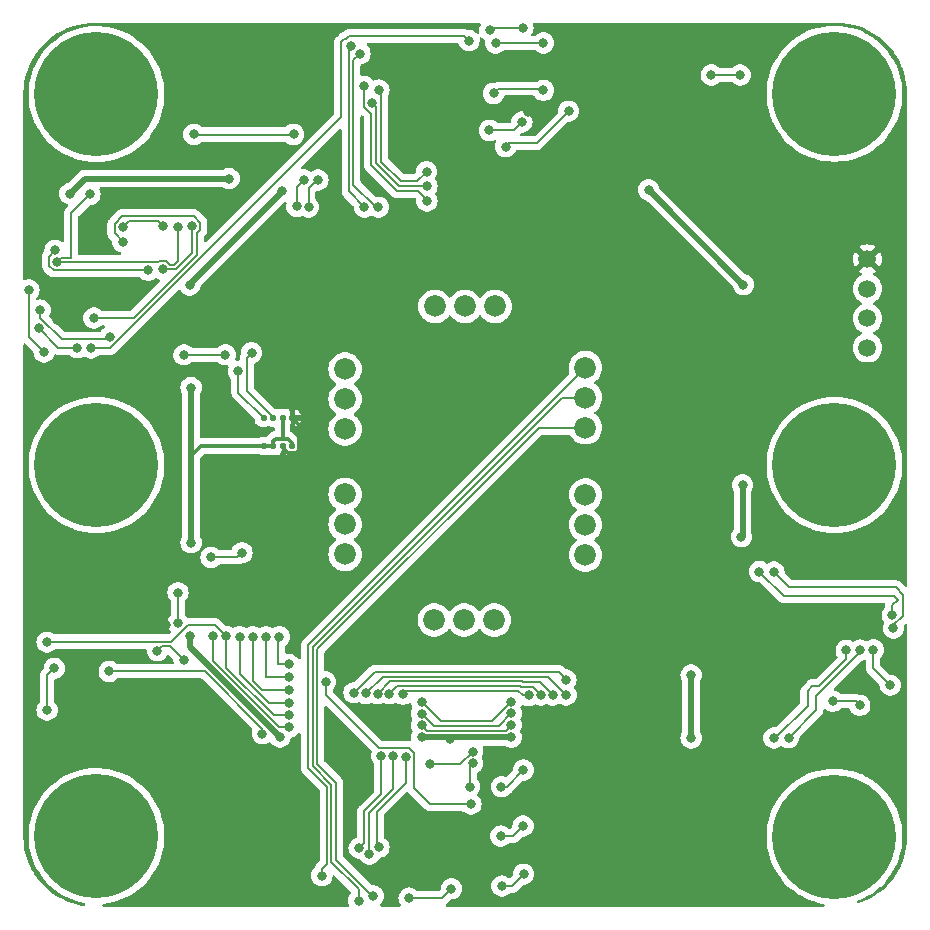
<source format=gbl>
%TF.GenerationSoftware,KiCad,Pcbnew,7.0.11*%
%TF.CreationDate,2024-03-27T11:39:53-04:00*%
%TF.ProjectId,Sensor-Board,53656e73-6f72-42d4-926f-6172642e6b69,rev?*%
%TF.SameCoordinates,Original*%
%TF.FileFunction,Copper,L2,Bot*%
%TF.FilePolarity,Positive*%
%FSLAX46Y46*%
G04 Gerber Fmt 4.6, Leading zero omitted, Abs format (unit mm)*
G04 Created by KiCad (PCBNEW 7.0.11) date 2024-03-27 11:39:53*
%MOMM*%
%LPD*%
G01*
G04 APERTURE LIST*
G04 Aperture macros list*
%AMRoundRect*
0 Rectangle with rounded corners*
0 $1 Rounding radius*
0 $2 $3 $4 $5 $6 $7 $8 $9 X,Y pos of 4 corners*
0 Add a 4 corners polygon primitive as box body*
4,1,4,$2,$3,$4,$5,$6,$7,$8,$9,$2,$3,0*
0 Add four circle primitives for the rounded corners*
1,1,$1+$1,$2,$3*
1,1,$1+$1,$4,$5*
1,1,$1+$1,$6,$7*
1,1,$1+$1,$8,$9*
0 Add four rect primitives between the rounded corners*
20,1,$1+$1,$2,$3,$4,$5,0*
20,1,$1+$1,$4,$5,$6,$7,0*
20,1,$1+$1,$6,$7,$8,$9,0*
20,1,$1+$1,$8,$9,$2,$3,0*%
G04 Aperture macros list end*
%TA.AperFunction,ComponentPad*%
%ADD10C,1.498600*%
%TD*%
%TA.AperFunction,ComponentPad*%
%ADD11C,10.500000*%
%TD*%
%TA.AperFunction,ComponentPad*%
%ADD12C,1.830000*%
%TD*%
%TA.AperFunction,SMDPad,CuDef*%
%ADD13RoundRect,0.125000X0.125000X0.137500X-0.125000X0.137500X-0.125000X-0.137500X0.125000X-0.137500X0*%
%TD*%
%TA.AperFunction,ViaPad*%
%ADD14C,0.800000*%
%TD*%
%TA.AperFunction,Conductor*%
%ADD15C,0.200000*%
%TD*%
%TA.AperFunction,Conductor*%
%ADD16C,0.300000*%
%TD*%
%TA.AperFunction,Conductor*%
%ADD17C,0.500000*%
%TD*%
%TA.AperFunction,Conductor*%
%ADD18C,0.150000*%
%TD*%
G04 APERTURE END LIST*
D10*
%TO.P,J2,1,1*%
%TO.N,GND*%
X171725000Y-78200000D03*
%TO.P,J2,2,2*%
%TO.N,MUX_SDA*%
X171725000Y-80700000D03*
%TO.P,J2,3,3*%
%TO.N,MUX_SCL*%
X171725000Y-83200000D03*
%TO.P,J2,4,4*%
%TO.N,+3.3V*%
X171725000Y-85700000D03*
%TD*%
D11*
%TO.P,H2,*%
%TO.N,*%
X106450200Y-127058400D03*
%TD*%
%TO.P,H1,*%
%TO.N,*%
X106450200Y-64236400D03*
%TD*%
D12*
%TO.P,U27,1,Count*%
%TO.N,Count1_CO*%
X127500000Y-92590000D03*
%TO.P,U27,2,Sens*%
%TO.N,Sens1_CO*%
X127500000Y-90040000D03*
%TO.P,U27,3,Ref*%
%TO.N,Ref1_CO*%
X127500000Y-87500000D03*
%TD*%
D11*
%TO.P,H6,*%
%TO.N,*%
X168934200Y-127096400D03*
%TD*%
D12*
%TO.P,U28,1,Count*%
%TO.N,Count1_SO2*%
X147850000Y-87380000D03*
%TO.P,U28,2,Sens*%
%TO.N,Sens1_SO2*%
X147850000Y-89930000D03*
%TO.P,U28,3,Ref*%
%TO.N,Ref1_SO2*%
X147850000Y-92470000D03*
%TD*%
D11*
%TO.P,H4,*%
%TO.N,*%
X168934200Y-95627500D03*
%TD*%
%TO.P,H5,*%
%TO.N,*%
X168934200Y-64196600D03*
%TD*%
%TO.P,H3,*%
%TO.N,*%
X106450200Y-95627500D03*
%TD*%
D12*
%TO.P,U23,1,Count*%
%TO.N,Count1_NO2*%
X140140000Y-108750000D03*
%TO.P,U23,2,Sens*%
%TO.N,Sens1_NO2*%
X137590000Y-108750000D03*
%TO.P,U23,3,Ref*%
%TO.N,Ref1_NO2*%
X135050000Y-108750000D03*
%TD*%
%TO.P,U30,1,Count*%
%TO.N,Count2_CO*%
X147850000Y-103250000D03*
%TO.P,U30,2,Sens*%
%TO.N,Sens2_CO*%
X147850000Y-100700000D03*
%TO.P,U30,3,Ref*%
%TO.N,Ref2_CO*%
X147850000Y-98160000D03*
%TD*%
%TO.P,U29,1,Count*%
%TO.N,Count2_NO2*%
X140190000Y-82200000D03*
%TO.P,U29,2,Sens*%
%TO.N,Sens2_NO2*%
X137640000Y-82200000D03*
%TO.P,U29,3,Ref*%
%TO.N,Ref2_NO2*%
X135100000Y-82200000D03*
%TD*%
%TO.P,U31,1,Count*%
%TO.N,Count2_SO2*%
X127500000Y-98110000D03*
%TO.P,U31,2,Sens*%
%TO.N,Sens2_SO2*%
X127500000Y-100660000D03*
%TO.P,U31,3,Ref*%
%TO.N,Ref2_SO2*%
X127500000Y-103200000D03*
%TD*%
D13*
%TO.P,U10,1,GND*%
%TO.N,GND*%
X123010000Y-91650000D03*
%TO.P,U10,2,CSB*%
%TO.N,+3.3V*%
X122210000Y-91650000D03*
%TO.P,U10,3,SDI*%
%TO.N,680_SDA1*%
X121410000Y-91650000D03*
%TO.P,U10,4,SCK*%
%TO.N,680_SCL1*%
X120610000Y-91650000D03*
%TO.P,U10,5,SDO*%
%TO.N,+3.3V*%
X120610000Y-94025000D03*
%TO.P,U10,6,VDDIO*%
X121410000Y-94025000D03*
%TO.P,U10,7,GND*%
%TO.N,GND*%
X122210000Y-94025000D03*
%TO.P,U10,8,VDD*%
%TO.N,+3.3V*%
X123010000Y-94025000D03*
%TD*%
D14*
%TO.N,Count1_CO*%
X130570000Y-120280000D03*
X128690000Y-128070000D03*
%TO.N,Count1_SO2*%
X125533600Y-130400000D03*
%TO.N,AOut1_NO2*%
X113350000Y-109020000D03*
X113850000Y-112125000D03*
X125840000Y-114000000D03*
X138145836Y-124350951D03*
X113350000Y-106440000D03*
X111600000Y-111350000D03*
%TO.N,Net-(U14--IN)*%
X140730000Y-122880000D03*
X142600107Y-121462295D03*
%TO.N,+3.3V*%
X121980000Y-118670000D03*
X114460000Y-89080000D03*
X114340000Y-110140000D03*
X122170000Y-72430000D03*
X153190000Y-72330000D03*
X117675000Y-71375000D03*
X161150000Y-97325000D03*
X141570000Y-118680000D03*
X133970000Y-118680000D03*
X114350000Y-80380000D03*
X104200000Y-72650000D03*
X161225000Y-80365000D03*
X156800000Y-113400000D03*
X156800000Y-118750000D03*
X136360000Y-118830000D03*
X161060000Y-101710000D03*
X114460000Y-102200000D03*
%TO.N,GND*%
X103890000Y-89110000D03*
X145180000Y-131990000D03*
X118750000Y-130900000D03*
X118780000Y-58590000D03*
X118780000Y-62280000D03*
X113250000Y-81925000D03*
X100948959Y-104801041D03*
X141825000Y-132550000D03*
X143000000Y-65750000D03*
X101000000Y-99650000D03*
X100870000Y-90985000D03*
X102900000Y-75475000D03*
X104540000Y-113280000D03*
X118750000Y-127300000D03*
X151740000Y-67860000D03*
X143450000Y-70025000D03*
X145075000Y-70025000D03*
X122825000Y-87900000D03*
X103275000Y-105550000D03*
X149640000Y-130940000D03*
X110230000Y-102310000D03*
X112366550Y-109200000D03*
X117225000Y-101675000D03*
X103070000Y-83330000D03*
X154950000Y-58650000D03*
X122925000Y-120450000D03*
X117575000Y-65610000D03*
X117200000Y-98550000D03*
X110940000Y-88910000D03*
X165450000Y-113975000D03*
X168625000Y-108500000D03*
%TO.N,AOut2_NO2*%
X144289720Y-59902262D03*
X105975000Y-85720000D03*
X140249986Y-59910000D03*
X137990436Y-59693910D03*
%TO.N,Net-(U24--IN)*%
X139750000Y-58835000D03*
X142550000Y-58600000D03*
%TO.N,AOut2_CO*%
X140073385Y-64171029D03*
X144289479Y-63902585D03*
%TO.N,AOut2_SO2*%
X141100000Y-68675000D03*
X146425000Y-65675000D03*
%TO.N,Net-(U8--IN)*%
X139711935Y-67295426D03*
X142463123Y-66593663D03*
%TO.N,Count2_CO*%
X130362925Y-63889656D03*
X134400000Y-70800000D03*
%TO.N,Count2_SO2*%
X123130000Y-67640000D03*
X114700000Y-67640000D03*
%TO.N,Net-(U5-VIN2N)*%
X101553689Y-84021373D03*
X104825000Y-85700000D03*
%TO.N,Net-(U5-VIN2P)*%
X107590025Y-84770025D03*
X101690189Y-82510863D03*
%TO.N,Net-(U21--IN)*%
X142566169Y-126186218D03*
X140680816Y-127046911D03*
%TO.N,Count1_NO2*%
X138290000Y-119890000D03*
X134726591Y-120986094D03*
%TO.N,Net-(U22--IN)*%
X140778907Y-131286282D03*
X142615769Y-130275819D03*
%TO.N,Ref1_CO*%
X130366972Y-127998215D03*
X132651617Y-120320000D03*
%TO.N,Ref1_SO2*%
X129900000Y-132125000D03*
%TO.N,Sens1_NO2*%
X138289975Y-120890002D03*
X138042155Y-122864799D03*
%TO.N,Sens2_NO2*%
X128760000Y-60795000D03*
X130325000Y-73800025D03*
%TO.N,Sens2_CO*%
X134425000Y-72025000D03*
X129785000Y-64990000D03*
%TO.N,Sens2_SO2*%
X124025000Y-71500000D03*
X123420000Y-73730000D03*
%TO.N,680_SDA2*%
X122756198Y-116820280D03*
X117430000Y-110140000D03*
X133978714Y-116680123D03*
X102270928Y-110628192D03*
X141571494Y-116660064D03*
%TO.N,680_SCL2*%
X116350000Y-110110000D03*
X118760000Y-103060000D03*
X133984842Y-117680107D03*
X141560000Y-117660000D03*
X116150000Y-103450000D03*
X122771055Y-117820000D03*
%TO.N,680_SDA1*%
X110850000Y-79142582D03*
X114542525Y-75407475D03*
X102940703Y-77458193D03*
X119590000Y-86125000D03*
X112060000Y-79060000D03*
%TO.N,680_SCL1*%
X103116722Y-78442776D03*
X113325000Y-75475000D03*
X105900000Y-72725000D03*
X144080000Y-115110000D03*
X120790000Y-110170000D03*
X171076225Y-115976225D03*
X118470000Y-87690000D03*
X122730309Y-113560051D03*
X168786274Y-115636274D03*
X131248398Y-114979140D03*
%TO.N,ADC1_SCL*%
X102875000Y-112841833D03*
X102264486Y-116393367D03*
%TO.N,ADC3_SDA*%
X102011464Y-86060000D03*
X106225000Y-83180252D03*
X108675000Y-76725000D03*
X100725411Y-80800000D03*
%TO.N,ADC4_SCL*%
X158500000Y-62600000D03*
X160950000Y-62600000D03*
%TO.N,Ref2_NO2*%
X129124822Y-73800178D03*
X128000896Y-60144026D03*
%TO.N,Ref2_CO*%
X129090818Y-63565000D03*
X134425000Y-73275000D03*
%TO.N,Ref2_SO2*%
X125200000Y-71500000D03*
X124418649Y-73782013D03*
%TO.N,Sens1_CO*%
X129551740Y-128577355D03*
X131569943Y-120280000D03*
%TO.N,Sens1_SO2*%
X128670000Y-132520000D03*
X132925000Y-132300000D03*
X136502399Y-131515348D03*
%TO.N,Net-(U32-SC0)*%
X146210000Y-115110000D03*
X129248583Y-114963258D03*
%TO.N,Net-(U32-SD0)*%
X120495075Y-118387157D03*
X128250000Y-114910000D03*
X146200000Y-113825000D03*
X107530000Y-113100000D03*
%TO.N,Net-(U32-SC1)*%
X165050000Y-118725000D03*
X171100000Y-111300000D03*
%TO.N,Net-(U32-SD1)*%
X169925000Y-111325000D03*
X163800000Y-118750000D03*
%TO.N,Net-(U32-SC2)*%
X172225000Y-111275000D03*
X173650000Y-114275000D03*
%TO.N,Net-(U32-SD2)*%
X130248401Y-114982467D03*
X121930000Y-110170000D03*
X145079990Y-115104949D03*
X122760000Y-112520000D03*
%TO.N,Net-(U32-SC3)*%
X117370000Y-86300000D03*
X113850000Y-86300000D03*
X118570000Y-110170000D03*
X141569672Y-115660063D03*
X122748909Y-115820304D03*
X134002928Y-115680191D03*
%TO.N,Net-(U32-SD3)*%
X122746844Y-114690084D03*
X132390000Y-115040000D03*
X112100000Y-75425000D03*
X119670000Y-110180000D03*
X143040000Y-115140000D03*
X108680000Y-75490000D03*
%TO.N,Net-(U32-SC4)*%
X173927818Y-109447182D03*
X163800000Y-104690000D03*
%TO.N,Net-(U32-SD4)*%
X173825000Y-108325000D03*
X162575000Y-104650000D03*
%TD*%
D15*
%TO.N,Count1_CO*%
X130570000Y-123493248D02*
X129120000Y-124943248D01*
X129120000Y-124943248D02*
X129120000Y-127640000D01*
X130570000Y-120280000D02*
X130570000Y-123493248D01*
X129120000Y-127640000D02*
X128690000Y-128070000D01*
%TO.N,Count1_SO2*%
X125938614Y-122875838D02*
X124350000Y-121287224D01*
X125938614Y-129404349D02*
X125938614Y-122875838D01*
X124340000Y-110890000D02*
X147850000Y-87380000D01*
X124350000Y-121287224D02*
X124350000Y-120925000D01*
X125533600Y-129809363D02*
X125938614Y-129404349D01*
X124340000Y-120915000D02*
X124340000Y-110890000D01*
X125533600Y-130400000D02*
X125533600Y-129809363D01*
X124350000Y-120925000D02*
X124340000Y-120915000D01*
%TO.N,AOut1_NO2*%
X130330000Y-119580000D02*
X132901567Y-119580000D01*
X125840000Y-114000000D02*
X125840000Y-115090000D01*
X132901567Y-119580000D02*
X133351617Y-120030050D01*
X134693881Y-124350951D02*
X138145836Y-124350951D01*
X113850000Y-112125000D02*
X112704173Y-110979173D01*
X111970827Y-110979173D02*
X111600000Y-111350000D01*
X133351617Y-123008687D02*
X134693881Y-124350951D01*
X133351617Y-120030050D02*
X133351617Y-123008687D01*
X112704173Y-110979173D02*
X111970827Y-110979173D01*
X113350000Y-106440000D02*
X113350000Y-109020000D01*
X125840000Y-115090000D02*
X130330000Y-119580000D01*
%TO.N,Net-(U14--IN)*%
X141182402Y-122880000D02*
X142600107Y-121462295D01*
X140730000Y-122880000D02*
X141182402Y-122880000D01*
D16*
%TO.N,+3.3V*%
X121625000Y-93400000D02*
X121410000Y-93615000D01*
D17*
X114460000Y-102200000D02*
X114440000Y-102180000D01*
X114440000Y-102180000D02*
X114440000Y-94900000D01*
X114340000Y-111030000D02*
X121980000Y-118670000D01*
X161225000Y-80365000D02*
X153190000Y-72330000D01*
X114440000Y-94900000D02*
X114440000Y-89100000D01*
D16*
X122210000Y-93300000D02*
X122210000Y-91650000D01*
D17*
X114340000Y-110140000D02*
X114340000Y-111030000D01*
X122170000Y-72500000D02*
X122170000Y-72430000D01*
D16*
X122647499Y-93400000D02*
X122310000Y-93400000D01*
D17*
X161150000Y-97325000D02*
X161150000Y-101620000D01*
X104200000Y-72650000D02*
X105475000Y-71375000D01*
D16*
X122310000Y-93400000D02*
X121625000Y-93400000D01*
D17*
X161150000Y-101620000D02*
X161060000Y-101710000D01*
X156800000Y-118750000D02*
X156800000Y-113400000D01*
X114350000Y-80320000D02*
X122170000Y-72500000D01*
X141570000Y-118680000D02*
X133970000Y-118680000D01*
X114440000Y-89100000D02*
X114460000Y-89080000D01*
X105475000Y-71375000D02*
X117675000Y-71375000D01*
D16*
X123010000Y-93762501D02*
X122647499Y-93400000D01*
X121410000Y-94025000D02*
X115315000Y-94025000D01*
X115315000Y-94025000D02*
X114440000Y-94900000D01*
X122310000Y-93400000D02*
X122210000Y-93300000D01*
X121410000Y-93615000D02*
X121410000Y-94025000D01*
X123010000Y-94025000D02*
X123010000Y-93762501D01*
D17*
X114350000Y-80380000D02*
X114350000Y-80320000D01*
D16*
%TO.N,GND*%
X117225000Y-101675000D02*
X117225000Y-98575000D01*
X141825000Y-132550000D02*
X144620000Y-132550000D01*
X123610000Y-94362716D02*
X123610000Y-92250000D01*
X123610000Y-92250000D02*
X123010000Y-91650000D01*
X117225000Y-98575000D02*
X117200000Y-98550000D01*
X123010000Y-88085000D02*
X122825000Y-87900000D01*
D15*
X102526041Y-104801041D02*
X103275000Y-105550000D01*
X100948959Y-104801041D02*
X102526041Y-104801041D01*
D16*
X122210000Y-94162716D02*
X122684784Y-94637500D01*
D15*
X102871739Y-105146739D02*
X103275000Y-105550000D01*
X100920000Y-104045000D02*
X100920000Y-104020000D01*
D16*
X144620000Y-132550000D02*
X145180000Y-131990000D01*
X123010000Y-91650000D02*
X123010000Y-88085000D01*
X122210000Y-94025000D02*
X122210000Y-94162716D01*
X122684784Y-94637500D02*
X123335216Y-94637500D01*
X123335216Y-94637500D02*
X123610000Y-94362716D01*
D15*
%TO.N,AOut2_NO2*%
X105975000Y-85720000D02*
X107630000Y-85720000D01*
X137550000Y-59300000D02*
X137930000Y-59680000D01*
X127854972Y-59300000D02*
X137550000Y-59300000D01*
D18*
X144289720Y-59902262D02*
X144271982Y-59920000D01*
D15*
X127175000Y-66175000D02*
X127175000Y-59840405D01*
X107630000Y-85720000D02*
X127175000Y-66175000D01*
X127579972Y-59575000D02*
X127854972Y-59300000D01*
D18*
X140259986Y-59920000D02*
X140249986Y-59910000D01*
X144271982Y-59920000D02*
X140259986Y-59920000D01*
D15*
X127175000Y-59840405D02*
X127440405Y-59575000D01*
X127440405Y-59575000D02*
X127579972Y-59575000D01*
%TO.N,Net-(U24--IN)*%
X139985000Y-58600000D02*
X139750000Y-58835000D01*
X142550000Y-58600000D02*
X139985000Y-58600000D01*
D18*
%TO.N,AOut2_CO*%
X140073385Y-64171029D02*
X140474414Y-63770000D01*
X140474414Y-63770000D02*
X144350000Y-63770000D01*
%TO.N,AOut2_SO2*%
X141415000Y-68360000D02*
X141100000Y-68675000D01*
X146425000Y-65675000D02*
X143740000Y-68360000D01*
X143740000Y-68360000D02*
X141415000Y-68360000D01*
D15*
%TO.N,Net-(U8--IN)*%
X141761360Y-67295426D02*
X139711935Y-67295426D01*
X142463123Y-66593663D02*
X141761360Y-67295426D01*
%TO.N,Count2_CO*%
X134400000Y-70800000D02*
X133575000Y-71625000D01*
X133575000Y-71625000D02*
X132203484Y-71625000D01*
X130550000Y-69971516D02*
X130550000Y-64076731D01*
X132203484Y-71625000D02*
X130550000Y-69971516D01*
X130550000Y-64076731D02*
X130362925Y-63889656D01*
D18*
%TO.N,Count2_SO2*%
X114710000Y-67650000D02*
X114700000Y-67640000D01*
D15*
X117670000Y-67650000D02*
X123120000Y-67650000D01*
X117670000Y-67650000D02*
X114710000Y-67650000D01*
X123120000Y-67650000D02*
X123130000Y-67640000D01*
%TO.N,Net-(U5-VIN2N)*%
X104825000Y-85700000D02*
X103232316Y-85700000D01*
X103232316Y-85700000D02*
X101553689Y-84021373D01*
%TO.N,Net-(U5-VIN2P)*%
X103505050Y-84975000D02*
X101690189Y-83160139D01*
X107590025Y-84770025D02*
X107385050Y-84975000D01*
X101690189Y-83160139D02*
X101690189Y-82510863D01*
X107385050Y-84975000D02*
X103505050Y-84975000D01*
%TO.N,Net-(U21--IN)*%
X140680816Y-127046911D02*
X141705476Y-127046911D01*
X141705476Y-127046911D02*
X142566169Y-126186218D01*
%TO.N,Count1_NO2*%
X137193906Y-120986094D02*
X138290000Y-119890000D01*
X134726591Y-120986094D02*
X137193906Y-120986094D01*
%TO.N,Net-(U22--IN)*%
X140778907Y-131286282D02*
X141605306Y-131286282D01*
X141605306Y-131286282D02*
X142615769Y-130275819D01*
%TO.N,Ref1_CO*%
X130160000Y-127791243D02*
X130366972Y-127998215D01*
X132651617Y-122543002D02*
X130160000Y-125034619D01*
X130160000Y-125034619D02*
X130160000Y-127791243D01*
X132651617Y-120320000D02*
X132651617Y-122543002D01*
%TO.N,Ref1_SO2*%
X126738614Y-122544466D02*
X125150000Y-120955852D01*
X125140000Y-111221372D02*
X143891372Y-92470000D01*
X143891372Y-92470000D02*
X147850000Y-92470000D01*
X129790636Y-132125000D02*
X126738614Y-129072978D01*
X125140000Y-120583630D02*
X125140000Y-111221372D01*
X129900000Y-132125000D02*
X129790636Y-132125000D01*
X125150000Y-120593630D02*
X125140000Y-120583630D01*
X125150000Y-120955852D02*
X125150000Y-120593630D01*
X126738614Y-129072978D02*
X126738614Y-122544466D01*
%TO.N,Sens1_NO2*%
X138042155Y-122864799D02*
X138042155Y-121137822D01*
X138042155Y-121137822D02*
X138289975Y-120890002D01*
%TO.N,Sens2_NO2*%
X128200000Y-71885405D02*
X128200000Y-61355000D01*
X130325000Y-73800025D02*
X130114620Y-73800025D01*
X128200000Y-61355000D02*
X128760000Y-60795000D01*
X130114620Y-73800025D02*
X128200000Y-71885405D01*
%TO.N,Sens2_CO*%
X134425000Y-72025000D02*
X132037798Y-72025000D01*
X130110000Y-70097202D02*
X130110000Y-65315000D01*
X130110000Y-65315000D02*
X129785000Y-64990000D01*
X132037798Y-72025000D02*
X130110000Y-70097202D01*
D18*
%TO.N,Sens2_SO2*%
X124025000Y-71500000D02*
X123420000Y-72105000D01*
X123420000Y-72105000D02*
X123420000Y-73730000D01*
D15*
%TO.N,680_SDA2*%
X102270928Y-110628192D02*
X102319947Y-110579173D01*
X140500050Y-117730000D02*
X141569986Y-116660064D01*
X114199950Y-109160000D02*
X116450000Y-109160000D01*
X117430000Y-112776496D02*
X121473784Y-116820280D01*
X141569986Y-116660064D02*
X141571494Y-116660064D01*
X121473784Y-116820280D02*
X122756198Y-116820280D01*
X117430000Y-110140000D02*
X117430000Y-112776496D01*
X112780777Y-110579173D02*
X114199950Y-109160000D01*
X133978714Y-116680123D02*
X135028591Y-117730000D01*
X135028591Y-117730000D02*
X140500050Y-117730000D01*
X116450000Y-109160000D02*
X117430000Y-110140000D01*
X102319947Y-110579173D02*
X112780777Y-110579173D01*
%TO.N,680_SCL2*%
X141090000Y-118130000D02*
X141560000Y-117660000D01*
X118370000Y-103450000D02*
X118760000Y-103060000D01*
X116350000Y-110110000D02*
X116350000Y-112262182D01*
X121907818Y-117820000D02*
X122771055Y-117820000D01*
X116350000Y-112262182D02*
X121907818Y-117820000D01*
X133984842Y-117680107D02*
X134434735Y-118130000D01*
X116150000Y-103450000D02*
X118370000Y-103450000D01*
X134434735Y-118130000D02*
X141090000Y-118130000D01*
%TO.N,680_SDA1*%
X102416722Y-78746722D02*
X102416722Y-77982174D01*
X112060000Y-79060000D02*
X113158628Y-79060000D01*
X119170000Y-89342994D02*
X121410000Y-91582994D01*
X113158628Y-79060000D02*
X114542525Y-77676103D01*
X102416722Y-77982174D02*
X102940703Y-77458193D01*
X114542525Y-77676103D02*
X114542525Y-75407475D01*
X119590000Y-86125000D02*
X119170000Y-86545000D01*
X102820000Y-79150000D02*
X102416722Y-78746722D01*
X110850000Y-79142582D02*
X110842582Y-79150000D01*
X110842582Y-79150000D02*
X102820000Y-79150000D01*
X121410000Y-91582994D02*
X121410000Y-91650000D01*
X119170000Y-86545000D02*
X119170000Y-89342994D01*
%TO.N,680_SCL1*%
X103116722Y-78442776D02*
X103439498Y-78120000D01*
X111687468Y-78442582D02*
X111770050Y-78360000D01*
X142318679Y-114340000D02*
X131887538Y-114340000D01*
X112349950Y-78360000D02*
X112649950Y-78660000D01*
X144080000Y-115110000D02*
X143410000Y-114440000D01*
X113325000Y-78327942D02*
X113325000Y-75475000D01*
X168786274Y-115636274D02*
X170736274Y-115636274D01*
X112992942Y-78660000D02*
X113325000Y-78327942D01*
X103116916Y-78442582D02*
X111687468Y-78442582D01*
X170736274Y-115636274D02*
X171076225Y-115976225D01*
X104298988Y-78120000D02*
X104298988Y-74326012D01*
X118470000Y-89510000D02*
X120610000Y-91650000D01*
X112649950Y-78660000D02*
X112992942Y-78660000D01*
X142418679Y-114440000D02*
X142318679Y-114340000D01*
X143410000Y-114440000D02*
X142418679Y-114440000D01*
X104298988Y-74326012D02*
X105900000Y-72725000D01*
X120790000Y-110170000D02*
X120790000Y-113560051D01*
X103116722Y-78442776D02*
X103116916Y-78442582D01*
X120790000Y-113560051D02*
X122730309Y-113560051D01*
X111770050Y-78360000D02*
X112349950Y-78360000D01*
X118470000Y-87690000D02*
X118470000Y-89510000D01*
X103439498Y-78120000D02*
X104298988Y-78120000D01*
X131887538Y-114340000D02*
X131248398Y-114979140D01*
%TO.N,ADC1_SCL*%
X102264486Y-116393367D02*
X102264486Y-113452347D01*
X102264486Y-113452347D02*
X102875000Y-112841833D01*
%TO.N,ADC3_SDA*%
X100725411Y-84773947D02*
X100725411Y-80800000D01*
X114942525Y-75997425D02*
X114942525Y-77841789D01*
X108630050Y-74550000D02*
X114675000Y-74550000D01*
X107980000Y-75200050D02*
X108630050Y-74550000D01*
X109604062Y-83180252D02*
X106225000Y-83180252D01*
X114942525Y-77841789D02*
X109604062Y-83180252D01*
X115242525Y-75117525D02*
X115242525Y-75697425D01*
X102011464Y-86060000D02*
X100725411Y-84773947D01*
X114675000Y-74550000D02*
X115242525Y-75117525D01*
X115242525Y-75697425D02*
X114942525Y-75997425D01*
X108675000Y-76725000D02*
X107980000Y-76030000D01*
X107980000Y-76030000D02*
X107980000Y-75200050D01*
%TO.N,ADC4_SCL*%
X158500000Y-62600000D02*
X160950000Y-62600000D01*
%TO.N,Ref2_NO2*%
X127800000Y-72440000D02*
X127800000Y-60344922D01*
X129124822Y-73800178D02*
X129124822Y-73764822D01*
X129124822Y-73764822D02*
X127800000Y-72440000D01*
X127800000Y-60344922D02*
X128000896Y-60144026D01*
%TO.N,Ref2_CO*%
X134425000Y-73175000D02*
X133675000Y-72425000D01*
X129085000Y-65279950D02*
X129085000Y-63570818D01*
X131872112Y-72425000D02*
X129710000Y-70262887D01*
X129085000Y-63570818D02*
X129090818Y-63565000D01*
X133675000Y-72425000D02*
X131872112Y-72425000D01*
X129710000Y-65904950D02*
X129085000Y-65279950D01*
X129710000Y-70262887D02*
X129710000Y-65904950D01*
X134425000Y-73275000D02*
X134425000Y-73175000D01*
D18*
%TO.N,Ref2_SO2*%
X125200000Y-71500000D02*
X125110000Y-71500000D01*
X124410000Y-72200000D02*
X124410000Y-73773364D01*
X125110000Y-71500000D02*
X124410000Y-72200000D01*
X124410000Y-73773364D02*
X124418649Y-73782013D01*
D15*
%TO.N,Sens1_CO*%
X131569943Y-123058990D02*
X129520000Y-125108933D01*
X129520000Y-125108933D02*
X129520000Y-128545615D01*
X129520000Y-128545615D02*
X129551740Y-128577355D01*
X131569943Y-120280000D02*
X131569943Y-123058990D01*
%TO.N,Sens1_SO2*%
X128670000Y-132520000D02*
X128670000Y-131570050D01*
X124740000Y-120749315D02*
X124740000Y-111055686D01*
X128670000Y-131570050D02*
X126338614Y-129238664D01*
X126338614Y-129238664D02*
X126338614Y-122710152D01*
X136502399Y-131515348D02*
X135717747Y-132300000D01*
X124750000Y-121121538D02*
X124750000Y-120759315D01*
X126338614Y-122710152D02*
X124750000Y-121121538D01*
X124740000Y-111055686D02*
X145865686Y-89930000D01*
X135717747Y-132300000D02*
X132925000Y-132300000D01*
X145865686Y-89930000D02*
X147850000Y-89930000D01*
X124750000Y-120759315D02*
X124740000Y-120749315D01*
%TO.N,Net-(U32-SC0)*%
X146210000Y-115110000D02*
X144640000Y-113540000D01*
X130671841Y-113540000D02*
X129248583Y-114963258D01*
X144640000Y-113540000D02*
X130671841Y-113540000D01*
%TO.N,Net-(U32-SD0)*%
X146200000Y-113825000D02*
X146200000Y-113750000D01*
X146200000Y-113750000D02*
X145590000Y-113140000D01*
X145590000Y-113140000D02*
X130020000Y-113140000D01*
X130020000Y-113140000D02*
X128250000Y-114910000D01*
X120495075Y-117962893D02*
X115632182Y-113100000D01*
X115632182Y-113100000D02*
X107530000Y-113100000D01*
X120495075Y-118387157D02*
X120495075Y-117962893D01*
%TO.N,Net-(U32-SC1)*%
X171100000Y-111475736D02*
X171100000Y-111300000D01*
X167395026Y-115110000D02*
X167465736Y-115110000D01*
X167395026Y-115110000D02*
X167395026Y-116379974D01*
X167465736Y-115110000D02*
X171100000Y-111475736D01*
X167395026Y-116379974D02*
X165050000Y-118725000D01*
%TO.N,Net-(U32-SD1)*%
X167645000Y-114365050D02*
X169925000Y-112085050D01*
X167645000Y-114365050D02*
X167065100Y-114365050D01*
X169925000Y-112085050D02*
X169925000Y-111325000D01*
X166655050Y-116019950D02*
X163925000Y-118750000D01*
X163925000Y-118750000D02*
X163800000Y-118750000D01*
X167065100Y-114365050D02*
X166655050Y-114775100D01*
X166655050Y-114775100D02*
X166655050Y-116019950D01*
%TO.N,Net-(U32-SC2)*%
X172225000Y-112850000D02*
X172225000Y-111275000D01*
X173650000Y-114275000D02*
X172225000Y-112850000D01*
%TO.N,Net-(U32-SD2)*%
X121930000Y-110170000D02*
X121850000Y-110250000D01*
X121850000Y-110250000D02*
X121850000Y-112520000D01*
X142484364Y-113940000D02*
X131290868Y-113940000D01*
X121850000Y-112520000D02*
X122760000Y-112520000D01*
X131290868Y-113940000D02*
X130248401Y-114982467D01*
X144015041Y-114040000D02*
X142584364Y-114040000D01*
X145079990Y-115104949D02*
X144015041Y-114040000D01*
X142584364Y-114040000D02*
X142484364Y-113940000D01*
%TO.N,Net-(U32-SC3)*%
X113850000Y-86300000D02*
X117370000Y-86300000D01*
X118570000Y-110170000D02*
X118570000Y-113350810D01*
X134002928Y-115680191D02*
X135652737Y-117330000D01*
X118570000Y-113350810D02*
X121039494Y-115820304D01*
X135652737Y-117330000D02*
X139899735Y-117330000D01*
X121039494Y-115820304D02*
X122748909Y-115820304D01*
X139899735Y-117330000D02*
X141569672Y-115660063D01*
%TO.N,Net-(U32-SD3)*%
X143040000Y-115140000D02*
X142552994Y-115140000D01*
X132690000Y-114740000D02*
X132390000Y-115040000D01*
X109220000Y-74950000D02*
X108680000Y-75490000D01*
X112100000Y-75425000D02*
X111625000Y-74950000D01*
X119670000Y-110180000D02*
X119670000Y-113885124D01*
X119670000Y-113885124D02*
X120474960Y-114690084D01*
X142552994Y-115140000D02*
X142152994Y-114740000D01*
X111625000Y-74950000D02*
X109220000Y-74950000D01*
X120474960Y-114690084D02*
X122746844Y-114690084D01*
X142152994Y-114740000D02*
X132690000Y-114740000D01*
%TO.N,Net-(U32-SC4)*%
X174725000Y-108414950D02*
X174725000Y-106600000D01*
X173927818Y-109212132D02*
X174725000Y-108414950D01*
X173927818Y-109447182D02*
X173927818Y-109212132D01*
X165110000Y-106000000D02*
X163800000Y-104690000D01*
X174725000Y-106600000D02*
X174125000Y-106000000D01*
X174125000Y-106000000D02*
X165110000Y-106000000D01*
%TO.N,Net-(U32-SD4)*%
X173825000Y-108325000D02*
X173825000Y-107525000D01*
X164625000Y-106700000D02*
X162575000Y-104650000D01*
X174325000Y-107025000D02*
X174000000Y-106700000D01*
X173825000Y-107525000D02*
X174325000Y-107025000D01*
X174000000Y-106700000D02*
X164625000Y-106700000D01*
%TD*%
%TA.AperFunction,Conductor*%
%TO.N,GND*%
G36*
X169166737Y-58187036D02*
G01*
X169628227Y-58209654D01*
X169637906Y-58210511D01*
X170094692Y-58269075D01*
X170104245Y-58270682D01*
X170555047Y-58364908D01*
X170564455Y-58367264D01*
X170904444Y-58466722D01*
X171006436Y-58496558D01*
X171015667Y-58499656D01*
X171446141Y-58663228D01*
X171455083Y-58667034D01*
X171871400Y-58863878D01*
X171880022Y-58868377D01*
X172279614Y-59097280D01*
X172287855Y-59102441D01*
X172668256Y-59361990D01*
X172676053Y-59367771D01*
X173034916Y-59656364D01*
X173042258Y-59662759D01*
X173377363Y-59978610D01*
X173384180Y-59985561D01*
X173693463Y-60326723D01*
X173699714Y-60334187D01*
X173771219Y-60426722D01*
X173977867Y-60694148D01*
X173981284Y-60698569D01*
X173986926Y-60706496D01*
X174049908Y-60802762D01*
X174239042Y-61091854D01*
X174244048Y-61100204D01*
X174354598Y-61302174D01*
X174457395Y-61489982D01*
X174465148Y-61504145D01*
X174469480Y-61512856D01*
X174605615Y-61815851D01*
X174658211Y-61932913D01*
X174661849Y-61941944D01*
X174817032Y-62375489D01*
X174819951Y-62384777D01*
X174940645Y-62829178D01*
X174942826Y-62838667D01*
X175028279Y-63291160D01*
X175029709Y-63300791D01*
X175079396Y-63758594D01*
X175080066Y-63768308D01*
X175093765Y-64231404D01*
X175093813Y-64236272D01*
X175093326Y-64286462D01*
X175093827Y-64293240D01*
X175093827Y-105820230D01*
X175074142Y-105887269D01*
X175021338Y-105933024D01*
X174952180Y-105942968D01*
X174888624Y-105913943D01*
X174882146Y-105907911D01*
X174583199Y-105608964D01*
X174572503Y-105596767D01*
X174553286Y-105571722D01*
X174553283Y-105571720D01*
X174553282Y-105571718D01*
X174427841Y-105475464D01*
X174281762Y-105414956D01*
X174281760Y-105414955D01*
X174164361Y-105399500D01*
X174125000Y-105394318D01*
X174093697Y-105398439D01*
X174077513Y-105399500D01*
X165410097Y-105399500D01*
X165343058Y-105379815D01*
X165322416Y-105363181D01*
X164741779Y-104782544D01*
X164708294Y-104721221D01*
X164705460Y-104694863D01*
X164705460Y-104690002D01*
X164702885Y-104665500D01*
X164685674Y-104501744D01*
X164627179Y-104321716D01*
X164532533Y-104157784D01*
X164405871Y-104017112D01*
X164350816Y-103977112D01*
X164252734Y-103905851D01*
X164252729Y-103905848D01*
X164079807Y-103828857D01*
X164079802Y-103828855D01*
X163934001Y-103797865D01*
X163894646Y-103789500D01*
X163705354Y-103789500D01*
X163672897Y-103796398D01*
X163520197Y-103828855D01*
X163520192Y-103828857D01*
X163347271Y-103905848D01*
X163287913Y-103948974D01*
X163222106Y-103972453D01*
X163154052Y-103956627D01*
X163142143Y-103948974D01*
X163041718Y-103876012D01*
X163027730Y-103865849D01*
X163027728Y-103865848D01*
X163027729Y-103865848D01*
X162854807Y-103788857D01*
X162854802Y-103788855D01*
X162709001Y-103757865D01*
X162669646Y-103749500D01*
X162480354Y-103749500D01*
X162447897Y-103756398D01*
X162295197Y-103788855D01*
X162295192Y-103788857D01*
X162122270Y-103865848D01*
X162122265Y-103865851D01*
X161969129Y-103977111D01*
X161842466Y-104117785D01*
X161747821Y-104281715D01*
X161747818Y-104281722D01*
X161712939Y-104389070D01*
X161689326Y-104461744D01*
X161669540Y-104650000D01*
X161689326Y-104838256D01*
X161689327Y-104838259D01*
X161747818Y-105018277D01*
X161747821Y-105018284D01*
X161842467Y-105182216D01*
X161969129Y-105322888D01*
X162122265Y-105434148D01*
X162122270Y-105434151D01*
X162295192Y-105511142D01*
X162295197Y-105511144D01*
X162480354Y-105550500D01*
X162574903Y-105550500D01*
X162641942Y-105570185D01*
X162662584Y-105586819D01*
X164166799Y-107091034D01*
X164177493Y-107103228D01*
X164187900Y-107116790D01*
X164196718Y-107128282D01*
X164246463Y-107166452D01*
X164266414Y-107181761D01*
X164266415Y-107181763D01*
X164311636Y-107216461D01*
X164322159Y-107224536D01*
X164322161Y-107224536D01*
X164322163Y-107224538D01*
X164395198Y-107254790D01*
X164468238Y-107285044D01*
X164546619Y-107295363D01*
X164624999Y-107305682D01*
X164625000Y-107305682D01*
X164656302Y-107301560D01*
X164672487Y-107300500D01*
X173107479Y-107300500D01*
X173174518Y-107320185D01*
X173220273Y-107372989D01*
X173230418Y-107440685D01*
X173219318Y-107524998D01*
X173219318Y-107524999D01*
X173223439Y-107556301D01*
X173224500Y-107572487D01*
X173224500Y-107598547D01*
X173204815Y-107665586D01*
X173192650Y-107681519D01*
X173092466Y-107792785D01*
X172997821Y-107956715D01*
X172997818Y-107956722D01*
X172944280Y-108121496D01*
X172939326Y-108136744D01*
X172919540Y-108325000D01*
X172939326Y-108513256D01*
X172939327Y-108513259D01*
X172997818Y-108693277D01*
X172997821Y-108693284D01*
X173092467Y-108857216D01*
X173115146Y-108882403D01*
X173145376Y-108945394D01*
X173136752Y-109014729D01*
X173130385Y-109027375D01*
X173100638Y-109078898D01*
X173042145Y-109258922D01*
X173042144Y-109258926D01*
X173022358Y-109447182D01*
X173042144Y-109635438D01*
X173042145Y-109635441D01*
X173100636Y-109815459D01*
X173100639Y-109815466D01*
X173195285Y-109979398D01*
X173259503Y-110050719D01*
X173321947Y-110120070D01*
X173475083Y-110231330D01*
X173475088Y-110231333D01*
X173648010Y-110308324D01*
X173648015Y-110308326D01*
X173833172Y-110347682D01*
X173833173Y-110347682D01*
X174022462Y-110347682D01*
X174022464Y-110347682D01*
X174207621Y-110308326D01*
X174380548Y-110231333D01*
X174533689Y-110120070D01*
X174660351Y-109979398D01*
X174754997Y-109815466D01*
X174813492Y-109635438D01*
X174833278Y-109447182D01*
X174813492Y-109258926D01*
X174813489Y-109258917D01*
X174812899Y-109256137D01*
X174813024Y-109254487D01*
X174812812Y-109252463D01*
X174813182Y-109252424D01*
X174818215Y-109186469D01*
X174846506Y-109142677D01*
X174882147Y-109107036D01*
X174943471Y-109073552D01*
X175013162Y-109078538D01*
X175069095Y-109120410D01*
X175093511Y-109185875D01*
X175093827Y-109194719D01*
X175093827Y-127093963D01*
X175093731Y-127098831D01*
X175075746Y-127556576D01*
X175074983Y-127566282D01*
X175021422Y-128018828D01*
X175019898Y-128028445D01*
X174931004Y-128475352D01*
X174928732Y-128484819D01*
X174805039Y-128923406D01*
X174802030Y-128932666D01*
X174644314Y-129360178D01*
X174640588Y-129369173D01*
X174449813Y-129782999D01*
X174445393Y-129791675D01*
X174222730Y-130189270D01*
X174217642Y-130197571D01*
X173964491Y-130576440D01*
X173958769Y-130584317D01*
X173676652Y-130942183D01*
X173670328Y-130949587D01*
X173361020Y-131284197D01*
X173354136Y-131291082D01*
X173019508Y-131600411D01*
X173012104Y-131606734D01*
X172654254Y-131888841D01*
X172646377Y-131894564D01*
X172267488Y-132147733D01*
X172259186Y-132152820D01*
X171861619Y-132375469D01*
X171852944Y-132379890D01*
X171439112Y-132570671D01*
X171430117Y-132574396D01*
X171002589Y-132732122D01*
X170993338Y-132735128D01*
X170957742Y-132745168D01*
X170887876Y-132744419D01*
X170829506Y-132706017D01*
X170801164Y-132642154D01*
X170811848Y-132573106D01*
X170858166Y-132520795D01*
X170879003Y-132510308D01*
X171246125Y-132367057D01*
X171673476Y-132158138D01*
X172082115Y-131914642D01*
X172469250Y-131638233D01*
X172800308Y-131357841D01*
X172832237Y-131330799D01*
X172832243Y-131330794D01*
X173168594Y-130994443D01*
X173168599Y-130994437D01*
X173297317Y-130842460D01*
X173476033Y-130631450D01*
X173752442Y-130244315D01*
X173995938Y-129835676D01*
X174204857Y-129408325D01*
X174377773Y-128965181D01*
X174379419Y-128959654D01*
X174396808Y-128901244D01*
X174513503Y-128509271D01*
X174611121Y-128043711D01*
X174669959Y-127571679D01*
X174689617Y-127096400D01*
X174689616Y-127096386D01*
X174679802Y-126859106D01*
X174669959Y-126621121D01*
X174611121Y-126149089D01*
X174513503Y-125683529D01*
X174394366Y-125283354D01*
X174377777Y-125227631D01*
X174377775Y-125227626D01*
X174377773Y-125227619D01*
X174204857Y-124784475D01*
X173995938Y-124357124D01*
X173752442Y-123948485D01*
X173632503Y-123780500D01*
X173476044Y-123561365D01*
X173476030Y-123561346D01*
X173168599Y-123198362D01*
X172832237Y-122862000D01*
X172469253Y-122554569D01*
X172469234Y-122554555D01*
X172082128Y-122278167D01*
X172082109Y-122278154D01*
X171673476Y-122034662D01*
X171641142Y-122018855D01*
X171246125Y-121825743D01*
X171246116Y-121825739D01*
X171246113Y-121825738D01*
X170857632Y-121674152D01*
X170802981Y-121652827D01*
X170802980Y-121652826D01*
X170802968Y-121652822D01*
X170442152Y-121545404D01*
X170347071Y-121517097D01*
X170249452Y-121496628D01*
X169881510Y-121419478D01*
X169444425Y-121364997D01*
X169409479Y-121360641D01*
X169251052Y-121354088D01*
X168934202Y-121340983D01*
X168934198Y-121340983D01*
X168458921Y-121360641D01*
X167986889Y-121419478D01*
X167521329Y-121517097D01*
X167065431Y-121652822D01*
X167065413Y-121652829D01*
X166622286Y-121825738D01*
X166622267Y-121825747D01*
X166194923Y-122034662D01*
X165786290Y-122278154D01*
X165786271Y-122278167D01*
X165399165Y-122554555D01*
X165399146Y-122554569D01*
X165036162Y-122862000D01*
X165036157Y-122862006D01*
X164699806Y-123198357D01*
X164699800Y-123198362D01*
X164392369Y-123561346D01*
X164392355Y-123561365D01*
X164115967Y-123948471D01*
X164115954Y-123948490D01*
X163872462Y-124357123D01*
X163663547Y-124784467D01*
X163663538Y-124784486D01*
X163490629Y-125227613D01*
X163490622Y-125227631D01*
X163354897Y-125683529D01*
X163257278Y-126149089D01*
X163198441Y-126621121D01*
X163178783Y-127096398D01*
X163178783Y-127096401D01*
X163198441Y-127571678D01*
X163257278Y-128043710D01*
X163302265Y-128258259D01*
X163350827Y-128489862D01*
X163354897Y-128509270D01*
X163490622Y-128965168D01*
X163490626Y-128965180D01*
X163490627Y-128965181D01*
X163500384Y-128990185D01*
X163654505Y-129385164D01*
X163663543Y-129408325D01*
X163815061Y-129718260D01*
X163872462Y-129835676D01*
X164115954Y-130244309D01*
X164115967Y-130244328D01*
X164392355Y-130631434D01*
X164392369Y-130631453D01*
X164699800Y-130994437D01*
X165036162Y-131330799D01*
X165399146Y-131638230D01*
X165399165Y-131638244D01*
X165640870Y-131810818D01*
X165786285Y-131914642D01*
X166194924Y-132158138D01*
X166622275Y-132367057D01*
X167065419Y-132539973D01*
X167065426Y-132539975D01*
X167065431Y-132539977D01*
X167176711Y-132573106D01*
X167521329Y-132675703D01*
X167986889Y-132773321D01*
X168010380Y-132776249D01*
X168015112Y-132776839D01*
X168079202Y-132804665D01*
X168118075Y-132862723D01*
X168119388Y-132932580D01*
X168082724Y-132992057D01*
X168019725Y-133022272D01*
X167999775Y-133023887D01*
X136126081Y-133023887D01*
X136059042Y-133004202D01*
X136013287Y-132951398D01*
X136003343Y-132882240D01*
X136032368Y-132818684D01*
X136050594Y-132801512D01*
X136072385Y-132784791D01*
X136072386Y-132784790D01*
X136146029Y-132728282D01*
X136165257Y-132703222D01*
X136175929Y-132691051D01*
X136414816Y-132452164D01*
X136476138Y-132418682D01*
X136502496Y-132415848D01*
X136597043Y-132415848D01*
X136597045Y-132415848D01*
X136782202Y-132376492D01*
X136955129Y-132299499D01*
X137108270Y-132188236D01*
X137234932Y-132047564D01*
X137329578Y-131883632D01*
X137388073Y-131703604D01*
X137407859Y-131515348D01*
X137388073Y-131327092D01*
X137374813Y-131286282D01*
X139873447Y-131286282D01*
X139893233Y-131474538D01*
X139893234Y-131474541D01*
X139951725Y-131654559D01*
X139951728Y-131654566D01*
X140046374Y-131818498D01*
X140173035Y-131959169D01*
X140173036Y-131959170D01*
X140326172Y-132070430D01*
X140326177Y-132070433D01*
X140499099Y-132147424D01*
X140499104Y-132147426D01*
X140684261Y-132186782D01*
X140684262Y-132186782D01*
X140873551Y-132186782D01*
X140873553Y-132186782D01*
X141058710Y-132147426D01*
X141231637Y-132070433D01*
X141384778Y-131959170D01*
X141408104Y-131933263D01*
X141413016Y-131927809D01*
X141472502Y-131891161D01*
X141505165Y-131886782D01*
X141557819Y-131886782D01*
X141574003Y-131887842D01*
X141605306Y-131891964D01*
X141605307Y-131891964D01*
X141668647Y-131883625D01*
X141762068Y-131871326D01*
X141908142Y-131810820D01*
X141908143Y-131810820D01*
X141908143Y-131810819D01*
X141908147Y-131810818D01*
X141978654Y-131756716D01*
X142033588Y-131714564D01*
X142052816Y-131689504D01*
X142063488Y-131677333D01*
X142528187Y-131212635D01*
X142589509Y-131179153D01*
X142615867Y-131176319D01*
X142710413Y-131176319D01*
X142710415Y-131176319D01*
X142895572Y-131136963D01*
X143068499Y-131059970D01*
X143221640Y-130948707D01*
X143348302Y-130808035D01*
X143442948Y-130644103D01*
X143501443Y-130464075D01*
X143521229Y-130275819D01*
X143501443Y-130087563D01*
X143442948Y-129907535D01*
X143348302Y-129743603D01*
X143221640Y-129602931D01*
X143221639Y-129602930D01*
X143068503Y-129491670D01*
X143068498Y-129491667D01*
X142895576Y-129414676D01*
X142895571Y-129414674D01*
X142737523Y-129381081D01*
X142710415Y-129375319D01*
X142521123Y-129375319D01*
X142494015Y-129381081D01*
X142335966Y-129414674D01*
X142335961Y-129414676D01*
X142163039Y-129491667D01*
X142163034Y-129491670D01*
X142009898Y-129602930D01*
X141883235Y-129743604D01*
X141788590Y-129907534D01*
X141788587Y-129907541D01*
X141730096Y-130087559D01*
X141730095Y-130087563D01*
X141716816Y-130213910D01*
X141710309Y-130275821D01*
X141710309Y-130280681D01*
X141690624Y-130347720D01*
X141673990Y-130368362D01*
X141485253Y-130557098D01*
X141423930Y-130590583D01*
X141354238Y-130585599D01*
X141324687Y-130569735D01*
X141231641Y-130502133D01*
X141231636Y-130502130D01*
X141058714Y-130425139D01*
X141058709Y-130425137D01*
X140904227Y-130392302D01*
X140873553Y-130385782D01*
X140684261Y-130385782D01*
X140653587Y-130392302D01*
X140499104Y-130425137D01*
X140499099Y-130425139D01*
X140326177Y-130502130D01*
X140326172Y-130502133D01*
X140173036Y-130613393D01*
X140046373Y-130754067D01*
X139951728Y-130917997D01*
X139951725Y-130918004D01*
X139893234Y-131098022D01*
X139893233Y-131098026D01*
X139873447Y-131286282D01*
X137374813Y-131286282D01*
X137329578Y-131147064D01*
X137234932Y-130983132D01*
X137108270Y-130842460D01*
X137108269Y-130842459D01*
X136955133Y-130731199D01*
X136955128Y-130731196D01*
X136782206Y-130654205D01*
X136782201Y-130654203D01*
X136636400Y-130623213D01*
X136597045Y-130614848D01*
X136407753Y-130614848D01*
X136375296Y-130621746D01*
X136222596Y-130654203D01*
X136222591Y-130654205D01*
X136049669Y-130731196D01*
X136049664Y-130731199D01*
X135896528Y-130842459D01*
X135769865Y-130983133D01*
X135675220Y-131147063D01*
X135675217Y-131147070D01*
X135620894Y-131314261D01*
X135616725Y-131327092D01*
X135601228Y-131474538D01*
X135596939Y-131515350D01*
X135596939Y-131520209D01*
X135577254Y-131587248D01*
X135560621Y-131607889D01*
X135505331Y-131663180D01*
X135444008Y-131696666D01*
X135417649Y-131699500D01*
X133651258Y-131699500D01*
X133584219Y-131679815D01*
X133559109Y-131658473D01*
X133530871Y-131627112D01*
X133530864Y-131627106D01*
X133377734Y-131515851D01*
X133377729Y-131515848D01*
X133204807Y-131438857D01*
X133204802Y-131438855D01*
X133059001Y-131407865D01*
X133019646Y-131399500D01*
X132830354Y-131399500D01*
X132797897Y-131406398D01*
X132645197Y-131438855D01*
X132645192Y-131438857D01*
X132472270Y-131515848D01*
X132472265Y-131515851D01*
X132319129Y-131627111D01*
X132192466Y-131767785D01*
X132097821Y-131931715D01*
X132097818Y-131931722D01*
X132051182Y-132075255D01*
X132039326Y-132111744D01*
X132019540Y-132300000D01*
X132039326Y-132488256D01*
X132039327Y-132488259D01*
X132097818Y-132668277D01*
X132097821Y-132668284D01*
X132195716Y-132837844D01*
X132193159Y-132839320D01*
X132212183Y-132893264D01*
X132196107Y-132961259D01*
X132145822Y-133009769D01*
X132088360Y-133023887D01*
X130576443Y-133023887D01*
X130509404Y-133004202D01*
X130463649Y-132951398D01*
X130453705Y-132882240D01*
X130482730Y-132818684D01*
X130503555Y-132799571D01*
X130504537Y-132798856D01*
X130505871Y-132797888D01*
X130632533Y-132657216D01*
X130727179Y-132493284D01*
X130785674Y-132313256D01*
X130805460Y-132125000D01*
X130785674Y-131936744D01*
X130727179Y-131756716D01*
X130632533Y-131592784D01*
X130505871Y-131452112D01*
X130487626Y-131438856D01*
X130352734Y-131340851D01*
X130352729Y-131340848D01*
X130179807Y-131263857D01*
X130179802Y-131263855D01*
X130034001Y-131232865D01*
X129994646Y-131224500D01*
X129805354Y-131224500D01*
X129805351Y-131224500D01*
X129804456Y-131224594D01*
X129803942Y-131224500D01*
X129798856Y-131224500D01*
X129798856Y-131223569D01*
X129735727Y-131212019D01*
X129703824Y-131188953D01*
X127375433Y-128860562D01*
X127341948Y-128799239D01*
X127339114Y-128772881D01*
X127339114Y-122591953D01*
X127340175Y-122575767D01*
X127344296Y-122544466D01*
X127344296Y-122544464D01*
X127323658Y-122387705D01*
X127323658Y-122387704D01*
X127263150Y-122241625D01*
X127263149Y-122241624D01*
X127263149Y-122241623D01*
X127188601Y-122144469D01*
X127188584Y-122144449D01*
X127166895Y-122116183D01*
X127141847Y-122096963D01*
X127129653Y-122086269D01*
X125786819Y-120743435D01*
X125753334Y-120682112D01*
X125750500Y-120655754D01*
X125750500Y-120641117D01*
X125751561Y-120624931D01*
X125755682Y-120593630D01*
X125755682Y-120593628D01*
X125741561Y-120486369D01*
X125740500Y-120470184D01*
X125740500Y-116139097D01*
X125760185Y-116072058D01*
X125812989Y-116026303D01*
X125882147Y-116016359D01*
X125945703Y-116045384D01*
X125952181Y-116051416D01*
X129706172Y-119805407D01*
X129739657Y-119866730D01*
X129736422Y-119931405D01*
X129684327Y-120091739D01*
X129684326Y-120091741D01*
X129684326Y-120091744D01*
X129664540Y-120280000D01*
X129684326Y-120468256D01*
X129684327Y-120468259D01*
X129742818Y-120648277D01*
X129742821Y-120648284D01*
X129837467Y-120812216D01*
X129937650Y-120923480D01*
X129967880Y-120986471D01*
X129969500Y-121006452D01*
X129969500Y-123193150D01*
X129949815Y-123260189D01*
X129933181Y-123280831D01*
X128728965Y-124485046D01*
X128716774Y-124495738D01*
X128691718Y-124514965D01*
X128667549Y-124546461D01*
X128667550Y-124546462D01*
X128595464Y-124640406D01*
X128595461Y-124640411D01*
X128534957Y-124786482D01*
X128534955Y-124786487D01*
X128514318Y-124943246D01*
X128514318Y-124943247D01*
X128518439Y-124974549D01*
X128519500Y-124990735D01*
X128519500Y-127085209D01*
X128499815Y-127152248D01*
X128447011Y-127198003D01*
X128421286Y-127206498D01*
X128410199Y-127208854D01*
X128410192Y-127208857D01*
X128237270Y-127285848D01*
X128237265Y-127285851D01*
X128084129Y-127397111D01*
X127957466Y-127537785D01*
X127862821Y-127701715D01*
X127862818Y-127701722D01*
X127818783Y-127837250D01*
X127804326Y-127881744D01*
X127784540Y-128070000D01*
X127804326Y-128258256D01*
X127804327Y-128258259D01*
X127862818Y-128438277D01*
X127862821Y-128438284D01*
X127957467Y-128602216D01*
X128084129Y-128742888D01*
X128237265Y-128854148D01*
X128237270Y-128854151D01*
X128410192Y-128931142D01*
X128410197Y-128931144D01*
X128595354Y-128970500D01*
X128667323Y-128970500D01*
X128734362Y-128990185D01*
X128774709Y-129032499D01*
X128819207Y-129109571D01*
X128945869Y-129250243D01*
X129099005Y-129361503D01*
X129099010Y-129361506D01*
X129271932Y-129438497D01*
X129271935Y-129438498D01*
X129271937Y-129438499D01*
X129457094Y-129477855D01*
X129457095Y-129477855D01*
X129646384Y-129477855D01*
X129646386Y-129477855D01*
X129831543Y-129438499D01*
X130004470Y-129361506D01*
X130157611Y-129250243D01*
X130284273Y-129109571D01*
X130370829Y-128959650D01*
X130421393Y-128911438D01*
X130455511Y-128901244D01*
X130455261Y-128900066D01*
X130461617Y-128898715D01*
X130461618Y-128898715D01*
X130646775Y-128859359D01*
X130819702Y-128782366D01*
X130972843Y-128671103D01*
X131099505Y-128530431D01*
X131194151Y-128366499D01*
X131252646Y-128186471D01*
X131272432Y-127998215D01*
X131252646Y-127809959D01*
X131194151Y-127629931D01*
X131099505Y-127465999D01*
X130972843Y-127325327D01*
X130918505Y-127285848D01*
X130814445Y-127210244D01*
X130815686Y-127208535D01*
X130774283Y-127165109D01*
X130760500Y-127108292D01*
X130760500Y-127046911D01*
X139775356Y-127046911D01*
X139795142Y-127235167D01*
X139795143Y-127235170D01*
X139853634Y-127415188D01*
X139853637Y-127415195D01*
X139948283Y-127579127D01*
X140058662Y-127701715D01*
X140074945Y-127719799D01*
X140228081Y-127831059D01*
X140228086Y-127831062D01*
X140401008Y-127908053D01*
X140401013Y-127908055D01*
X140586170Y-127947411D01*
X140586171Y-127947411D01*
X140775460Y-127947411D01*
X140775462Y-127947411D01*
X140960619Y-127908055D01*
X141133546Y-127831062D01*
X141286687Y-127719799D01*
X141314925Y-127688438D01*
X141374411Y-127651790D01*
X141407074Y-127647411D01*
X141657989Y-127647411D01*
X141674173Y-127648471D01*
X141705476Y-127652593D01*
X141705477Y-127652593D01*
X141757730Y-127645713D01*
X141862238Y-127631955D01*
X142008317Y-127571447D01*
X142021339Y-127561455D01*
X142133758Y-127475193D01*
X142152986Y-127450133D01*
X142163658Y-127437962D01*
X142478586Y-127123034D01*
X142539908Y-127089552D01*
X142566266Y-127086718D01*
X142660813Y-127086718D01*
X142660815Y-127086718D01*
X142845972Y-127047362D01*
X143018899Y-126970369D01*
X143172040Y-126859106D01*
X143298702Y-126718434D01*
X143393348Y-126554502D01*
X143451843Y-126374474D01*
X143471629Y-126186218D01*
X143451843Y-125997962D01*
X143393348Y-125817934D01*
X143298702Y-125654002D01*
X143172040Y-125513330D01*
X143172039Y-125513329D01*
X143018903Y-125402069D01*
X143018898Y-125402066D01*
X142845976Y-125325075D01*
X142845971Y-125325073D01*
X142700170Y-125294083D01*
X142660815Y-125285718D01*
X142471523Y-125285718D01*
X142439066Y-125292616D01*
X142286366Y-125325073D01*
X142286361Y-125325075D01*
X142113439Y-125402066D01*
X142113434Y-125402069D01*
X141960298Y-125513329D01*
X141833635Y-125654003D01*
X141738990Y-125817933D01*
X141738987Y-125817940D01*
X141680496Y-125997958D01*
X141680495Y-125997962D01*
X141660709Y-126186218D01*
X141660709Y-126186220D01*
X141660709Y-126191080D01*
X141641024Y-126258119D01*
X141624393Y-126278757D01*
X141560025Y-126343125D01*
X141493951Y-126409200D01*
X141432628Y-126442684D01*
X141362936Y-126437700D01*
X141314121Y-126404491D01*
X141286687Y-126374023D01*
X141286680Y-126374017D01*
X141133550Y-126262762D01*
X141133545Y-126262759D01*
X140960623Y-126185768D01*
X140960618Y-126185766D01*
X140814817Y-126154776D01*
X140775462Y-126146411D01*
X140586170Y-126146411D01*
X140553713Y-126153309D01*
X140401013Y-126185766D01*
X140401008Y-126185768D01*
X140228086Y-126262759D01*
X140228081Y-126262762D01*
X140074945Y-126374022D01*
X139948282Y-126514696D01*
X139853637Y-126678626D01*
X139853634Y-126678633D01*
X139795143Y-126858651D01*
X139795142Y-126858655D01*
X139775356Y-127046911D01*
X130760500Y-127046911D01*
X130760500Y-125334715D01*
X130780185Y-125267676D01*
X130796814Y-125247039D01*
X132685961Y-123357891D01*
X132747282Y-123324408D01*
X132816974Y-123329392D01*
X132872014Y-123370087D01*
X132923335Y-123436969D01*
X132948386Y-123456191D01*
X132960581Y-123466886D01*
X134235680Y-124741985D01*
X134246374Y-124754179D01*
X134265596Y-124779230D01*
X134265597Y-124779231D01*
X134265599Y-124779233D01*
X134391040Y-124875487D01*
X134537119Y-124935995D01*
X134615500Y-124946314D01*
X134693880Y-124956633D01*
X134693881Y-124956633D01*
X134725183Y-124952511D01*
X134741368Y-124951451D01*
X137419578Y-124951451D01*
X137486617Y-124971136D01*
X137511727Y-124992478D01*
X137539964Y-125023838D01*
X137539971Y-125023844D01*
X137693101Y-125135099D01*
X137693106Y-125135102D01*
X137866028Y-125212093D01*
X137866033Y-125212095D01*
X138051190Y-125251451D01*
X138051191Y-125251451D01*
X138240480Y-125251451D01*
X138240482Y-125251451D01*
X138425639Y-125212095D01*
X138598566Y-125135102D01*
X138751707Y-125023839D01*
X138878369Y-124883167D01*
X138973015Y-124719235D01*
X139031510Y-124539207D01*
X139051296Y-124350951D01*
X139031510Y-124162695D01*
X138973015Y-123982667D01*
X138878369Y-123818735D01*
X138751707Y-123678063D01*
X138724032Y-123657956D01*
X138681368Y-123602627D01*
X138675389Y-123533013D01*
X138704767Y-123474669D01*
X138774688Y-123397015D01*
X138869334Y-123233083D01*
X138927829Y-123053055D01*
X138946017Y-122880000D01*
X139824540Y-122880000D01*
X139844326Y-123068256D01*
X139844327Y-123068259D01*
X139902818Y-123248277D01*
X139902821Y-123248284D01*
X139997467Y-123412216D01*
X140110442Y-123537687D01*
X140124129Y-123552888D01*
X140277265Y-123664148D01*
X140277270Y-123664151D01*
X140450192Y-123741142D01*
X140450197Y-123741144D01*
X140635354Y-123780500D01*
X140635355Y-123780500D01*
X140824644Y-123780500D01*
X140824646Y-123780500D01*
X141009803Y-123741144D01*
X141182730Y-123664151D01*
X141335871Y-123552888D01*
X141441278Y-123435820D01*
X141478667Y-123409399D01*
X141478205Y-123408599D01*
X141485237Y-123404538D01*
X141485243Y-123404536D01*
X141540897Y-123361831D01*
X141610684Y-123308282D01*
X141629912Y-123283222D01*
X141640591Y-123271044D01*
X142512523Y-122399114D01*
X142573846Y-122365629D01*
X142600204Y-122362795D01*
X142694751Y-122362795D01*
X142694753Y-122362795D01*
X142879910Y-122323439D01*
X143052837Y-122246446D01*
X143205978Y-122135183D01*
X143332640Y-121994511D01*
X143427286Y-121830579D01*
X143485781Y-121650551D01*
X143505567Y-121462295D01*
X143485781Y-121274039D01*
X143427286Y-121094011D01*
X143332640Y-120930079D01*
X143205978Y-120789407D01*
X143142703Y-120743435D01*
X143052841Y-120678146D01*
X143052836Y-120678143D01*
X142879914Y-120601152D01*
X142879909Y-120601150D01*
X142734108Y-120570160D01*
X142694753Y-120561795D01*
X142505461Y-120561795D01*
X142473004Y-120568693D01*
X142320304Y-120601150D01*
X142320299Y-120601152D01*
X142147377Y-120678143D01*
X142147372Y-120678146D01*
X141994236Y-120789406D01*
X141867573Y-120930080D01*
X141772928Y-121094010D01*
X141772925Y-121094017D01*
X141719551Y-121258286D01*
X141714433Y-121274039D01*
X141696395Y-121445665D01*
X141694647Y-121462297D01*
X141694647Y-121467157D01*
X141674962Y-121534196D01*
X141658328Y-121554838D01*
X141197730Y-122015435D01*
X141136407Y-122048920D01*
X141066715Y-122043936D01*
X141059623Y-122041037D01*
X141037725Y-122031287D01*
X141009802Y-122018855D01*
X140864001Y-121987865D01*
X140824646Y-121979500D01*
X140635354Y-121979500D01*
X140602897Y-121986398D01*
X140450197Y-122018855D01*
X140450192Y-122018857D01*
X140277270Y-122095848D01*
X140277265Y-122095851D01*
X140124129Y-122207111D01*
X139997466Y-122347785D01*
X139902821Y-122511715D01*
X139902818Y-122511722D01*
X139876750Y-122591953D01*
X139844326Y-122691744D01*
X139824540Y-122880000D01*
X138946017Y-122880000D01*
X138947615Y-122864799D01*
X138927829Y-122676543D01*
X138869334Y-122496515D01*
X138774688Y-122332583D01*
X138691468Y-122240158D01*
X138674505Y-122221318D01*
X138644275Y-122158326D01*
X138642655Y-122138346D01*
X138642655Y-121799225D01*
X138662340Y-121732186D01*
X138715144Y-121686431D01*
X138716220Y-121685945D01*
X138742705Y-121674153D01*
X138742706Y-121674152D01*
X138763586Y-121658982D01*
X138895846Y-121562890D01*
X139022508Y-121422218D01*
X139117154Y-121258286D01*
X139175649Y-121078258D01*
X139195435Y-120890002D01*
X139175649Y-120701746D01*
X139117154Y-120521718D01*
X139086288Y-120468256D01*
X139076915Y-120452022D01*
X139060442Y-120384121D01*
X139076914Y-120328023D01*
X139117179Y-120258284D01*
X139175674Y-120078256D01*
X139195460Y-119890000D01*
X139175674Y-119701744D01*
X139146236Y-119611144D01*
X139140282Y-119592818D01*
X139138287Y-119522977D01*
X139174367Y-119463144D01*
X139237068Y-119432316D01*
X139258213Y-119430500D01*
X141030663Y-119430500D01*
X141097702Y-119450185D01*
X141103548Y-119454182D01*
X141117265Y-119464148D01*
X141117270Y-119464151D01*
X141290192Y-119541142D01*
X141290197Y-119541144D01*
X141475354Y-119580500D01*
X141475355Y-119580500D01*
X141664644Y-119580500D01*
X141664646Y-119580500D01*
X141849803Y-119541144D01*
X142022730Y-119464151D01*
X142175871Y-119352888D01*
X142302533Y-119212216D01*
X142397179Y-119048284D01*
X142455674Y-118868256D01*
X142468103Y-118750000D01*
X155894540Y-118750000D01*
X155914326Y-118938256D01*
X155914327Y-118938259D01*
X155972818Y-119118277D01*
X155972821Y-119118284D01*
X156067467Y-119282216D01*
X156131101Y-119352888D01*
X156194129Y-119422888D01*
X156347265Y-119534148D01*
X156347270Y-119534151D01*
X156520192Y-119611142D01*
X156520197Y-119611144D01*
X156705354Y-119650500D01*
X156705355Y-119650500D01*
X156894644Y-119650500D01*
X156894646Y-119650500D01*
X157079803Y-119611144D01*
X157252730Y-119534151D01*
X157405871Y-119422888D01*
X157532533Y-119282216D01*
X157627179Y-119118284D01*
X157685674Y-118938256D01*
X157705460Y-118750000D01*
X162894540Y-118750000D01*
X162914326Y-118938256D01*
X162914327Y-118938259D01*
X162972818Y-119118277D01*
X162972821Y-119118284D01*
X163067467Y-119282216D01*
X163131101Y-119352888D01*
X163194129Y-119422888D01*
X163347265Y-119534148D01*
X163347270Y-119534151D01*
X163520192Y-119611142D01*
X163520197Y-119611144D01*
X163705354Y-119650500D01*
X163705355Y-119650500D01*
X163894644Y-119650500D01*
X163894646Y-119650500D01*
X164079803Y-119611144D01*
X164252730Y-119534151D01*
X164369321Y-119449442D01*
X164435125Y-119425964D01*
X164503178Y-119441789D01*
X164515089Y-119449444D01*
X164597265Y-119509148D01*
X164597270Y-119509151D01*
X164770192Y-119586142D01*
X164770197Y-119586144D01*
X164955354Y-119625500D01*
X164955355Y-119625500D01*
X165144644Y-119625500D01*
X165144646Y-119625500D01*
X165329803Y-119586144D01*
X165502730Y-119509151D01*
X165655871Y-119397888D01*
X165782533Y-119257216D01*
X165877179Y-119093284D01*
X165935674Y-118913256D01*
X165955460Y-118725000D01*
X165955460Y-118724997D01*
X165955460Y-118720136D01*
X165975145Y-118653097D01*
X165991779Y-118632455D01*
X166808035Y-117816199D01*
X167786069Y-116838164D01*
X167798249Y-116827483D01*
X167823308Y-116808256D01*
X167919562Y-116682815D01*
X167980070Y-116536736D01*
X167981831Y-116523361D01*
X167997700Y-116402826D01*
X168025967Y-116338931D01*
X168084291Y-116300460D01*
X168154156Y-116299629D01*
X168193524Y-116318695D01*
X168333539Y-116420422D01*
X168333544Y-116420425D01*
X168506466Y-116497416D01*
X168506471Y-116497418D01*
X168691628Y-116536774D01*
X168691629Y-116536774D01*
X168880918Y-116536774D01*
X168880920Y-116536774D01*
X169066077Y-116497418D01*
X169239004Y-116420425D01*
X169392145Y-116309162D01*
X169420383Y-116277801D01*
X169479869Y-116241153D01*
X169512532Y-116236774D01*
X170123950Y-116236774D01*
X170190989Y-116256459D01*
X170236744Y-116309263D01*
X170241877Y-116322446D01*
X170249046Y-116344509D01*
X170343692Y-116508441D01*
X170454967Y-116632024D01*
X170470354Y-116649113D01*
X170623490Y-116760373D01*
X170623495Y-116760376D01*
X170796417Y-116837367D01*
X170796422Y-116837369D01*
X170981579Y-116876725D01*
X170981580Y-116876725D01*
X171170869Y-116876725D01*
X171170871Y-116876725D01*
X171356028Y-116837369D01*
X171528955Y-116760376D01*
X171682096Y-116649113D01*
X171808758Y-116508441D01*
X171903404Y-116344509D01*
X171961899Y-116164481D01*
X171981685Y-115976225D01*
X171961899Y-115787969D01*
X171903404Y-115607941D01*
X171808758Y-115444009D01*
X171682096Y-115303337D01*
X171675103Y-115298256D01*
X171528959Y-115192076D01*
X171528954Y-115192073D01*
X171356032Y-115115082D01*
X171356027Y-115115080D01*
X171190301Y-115079855D01*
X171170871Y-115075725D01*
X170981579Y-115075725D01*
X170976837Y-115075725D01*
X170929388Y-115066287D01*
X170893036Y-115051230D01*
X170893035Y-115051229D01*
X170893033Y-115051229D01*
X170736275Y-115030592D01*
X170736274Y-115030592D01*
X170704971Y-115034713D01*
X170688787Y-115035774D01*
X169512532Y-115035774D01*
X169445493Y-115016089D01*
X169420383Y-114994747D01*
X169392145Y-114963386D01*
X169392138Y-114963380D01*
X169239008Y-114852125D01*
X169239003Y-114852122D01*
X169066081Y-114775131D01*
X169066076Y-114775129D01*
X168946193Y-114749648D01*
X168884711Y-114716456D01*
X168850935Y-114655293D01*
X168855587Y-114585578D01*
X168884291Y-114540679D01*
X171206551Y-112218419D01*
X171267872Y-112184936D01*
X171268072Y-112184892D01*
X171379803Y-112161144D01*
X171450065Y-112129860D01*
X171519313Y-112120575D01*
X171582590Y-112150203D01*
X171619804Y-112209337D01*
X171624500Y-112243140D01*
X171624500Y-112802512D01*
X171623438Y-112818697D01*
X171619318Y-112850000D01*
X171621659Y-112867785D01*
X171624500Y-112889360D01*
X171624500Y-112889361D01*
X171639955Y-113006760D01*
X171639956Y-113006762D01*
X171700161Y-113152111D01*
X171700464Y-113152841D01*
X171796718Y-113278282D01*
X171796719Y-113278283D01*
X171821769Y-113297504D01*
X171833964Y-113308199D01*
X172708221Y-114182456D01*
X172741706Y-114243779D01*
X172744540Y-114270137D01*
X172744540Y-114274997D01*
X172744540Y-114275000D01*
X172764326Y-114463256D01*
X172764327Y-114463259D01*
X172822818Y-114643277D01*
X172822821Y-114643284D01*
X172917467Y-114807216D01*
X173020585Y-114921740D01*
X173044129Y-114947888D01*
X173197265Y-115059148D01*
X173197270Y-115059151D01*
X173370192Y-115136142D01*
X173370197Y-115136144D01*
X173555354Y-115175500D01*
X173555355Y-115175500D01*
X173744644Y-115175500D01*
X173744646Y-115175500D01*
X173929803Y-115136144D01*
X174102730Y-115059151D01*
X174255871Y-114947888D01*
X174382533Y-114807216D01*
X174477179Y-114643284D01*
X174535674Y-114463256D01*
X174555460Y-114275000D01*
X174535674Y-114086744D01*
X174477179Y-113906716D01*
X174382533Y-113742784D01*
X174255871Y-113602112D01*
X174197979Y-113560051D01*
X174102734Y-113490851D01*
X174102729Y-113490848D01*
X173929807Y-113413857D01*
X173929802Y-113413855D01*
X173784001Y-113382865D01*
X173744646Y-113374500D01*
X173744645Y-113374500D01*
X173650097Y-113374500D01*
X173583058Y-113354815D01*
X173562416Y-113338181D01*
X172861819Y-112637584D01*
X172828334Y-112576261D01*
X172825500Y-112549903D01*
X172825500Y-112001452D01*
X172845185Y-111934413D01*
X172857350Y-111918480D01*
X172957533Y-111807216D01*
X173052179Y-111643284D01*
X173110674Y-111463256D01*
X173130460Y-111275000D01*
X173110674Y-111086744D01*
X173052179Y-110906716D01*
X172957533Y-110742784D01*
X172830871Y-110602112D01*
X172830870Y-110602111D01*
X172677734Y-110490851D01*
X172677729Y-110490848D01*
X172504807Y-110413857D01*
X172504802Y-110413855D01*
X172359001Y-110382865D01*
X172319646Y-110374500D01*
X172130354Y-110374500D01*
X172097897Y-110381398D01*
X171945197Y-110413855D01*
X171945192Y-110413857D01*
X171772270Y-110490848D01*
X171772266Y-110490851D01*
X171718179Y-110530147D01*
X171652372Y-110553626D01*
X171584319Y-110537800D01*
X171572412Y-110530148D01*
X171552732Y-110515850D01*
X171552729Y-110515848D01*
X171379807Y-110438857D01*
X171379802Y-110438855D01*
X171234001Y-110407865D01*
X171194646Y-110399500D01*
X171005354Y-110399500D01*
X170972897Y-110406398D01*
X170820197Y-110438855D01*
X170820192Y-110438857D01*
X170647270Y-110515848D01*
X170647261Y-110515854D01*
X170568177Y-110573310D01*
X170502371Y-110596789D01*
X170434317Y-110580962D01*
X170422409Y-110573310D01*
X170415490Y-110568283D01*
X170377730Y-110540849D01*
X170377728Y-110540848D01*
X170377729Y-110540848D01*
X170204807Y-110463857D01*
X170204802Y-110463855D01*
X170053981Y-110431798D01*
X170019646Y-110424500D01*
X169830354Y-110424500D01*
X169797897Y-110431398D01*
X169645197Y-110463855D01*
X169645192Y-110463857D01*
X169472270Y-110540848D01*
X169472265Y-110540851D01*
X169319129Y-110652111D01*
X169192466Y-110792785D01*
X169097821Y-110956715D01*
X169097818Y-110956722D01*
X169055573Y-111086740D01*
X169039326Y-111136744D01*
X169019540Y-111325000D01*
X169039326Y-111513256D01*
X169039327Y-111513259D01*
X169097818Y-111693277D01*
X169097821Y-111693284D01*
X169185569Y-111845269D01*
X169202042Y-111913170D01*
X169179189Y-111979196D01*
X169165863Y-111994950D01*
X167432584Y-113728231D01*
X167371261Y-113761716D01*
X167344903Y-113764550D01*
X167112587Y-113764550D01*
X167096402Y-113763489D01*
X167065100Y-113759368D01*
X167025739Y-113764550D01*
X166908339Y-113780005D01*
X166908337Y-113780006D01*
X166762260Y-113840513D01*
X166636814Y-113936771D01*
X166617595Y-113961819D01*
X166606900Y-113974014D01*
X166264015Y-114316898D01*
X166251825Y-114327589D01*
X166226766Y-114346818D01*
X166161359Y-114432061D01*
X166130514Y-114472258D01*
X166130511Y-114472263D01*
X166070007Y-114618334D01*
X166070005Y-114618339D01*
X166049368Y-114775098D01*
X166049368Y-114775100D01*
X166053489Y-114806401D01*
X166054550Y-114822587D01*
X166054550Y-115719852D01*
X166034865Y-115786891D01*
X166018231Y-115807533D01*
X164009564Y-117816199D01*
X163948241Y-117849684D01*
X163901153Y-117849798D01*
X163901114Y-117850179D01*
X163897577Y-117849807D01*
X163896112Y-117849811D01*
X163894648Y-117849500D01*
X163894646Y-117849500D01*
X163705354Y-117849500D01*
X163702160Y-117850179D01*
X163520197Y-117888855D01*
X163520192Y-117888857D01*
X163347270Y-117965848D01*
X163347265Y-117965851D01*
X163194129Y-118077111D01*
X163067466Y-118217785D01*
X162972821Y-118381715D01*
X162972818Y-118381722D01*
X162914327Y-118561740D01*
X162914326Y-118561744D01*
X162894540Y-118750000D01*
X157705460Y-118750000D01*
X157685674Y-118561744D01*
X157627179Y-118381716D01*
X157627178Y-118381714D01*
X157567113Y-118277677D01*
X157550500Y-118215677D01*
X157550500Y-113934321D01*
X157567113Y-113872321D01*
X157585477Y-113840514D01*
X157627179Y-113768284D01*
X157685674Y-113588256D01*
X157705460Y-113400000D01*
X157685674Y-113211744D01*
X157627179Y-113031716D01*
X157532533Y-112867784D01*
X157405871Y-112727112D01*
X157405870Y-112727111D01*
X157252734Y-112615851D01*
X157252729Y-112615848D01*
X157079807Y-112538857D01*
X157079802Y-112538855D01*
X156934001Y-112507865D01*
X156894646Y-112499500D01*
X156705354Y-112499500D01*
X156672897Y-112506398D01*
X156520197Y-112538855D01*
X156520192Y-112538857D01*
X156347270Y-112615848D01*
X156347265Y-112615851D01*
X156194129Y-112727111D01*
X156067466Y-112867785D01*
X155972821Y-113031715D01*
X155972818Y-113031722D01*
X155914327Y-113211740D01*
X155914326Y-113211744D01*
X155894540Y-113400000D01*
X155914326Y-113588256D01*
X155914327Y-113588259D01*
X155972818Y-113768277D01*
X155972821Y-113768284D01*
X156014522Y-113840513D01*
X156032887Y-113872321D01*
X156049500Y-113934321D01*
X156049500Y-118215677D01*
X156032887Y-118277677D01*
X155972821Y-118381714D01*
X155914327Y-118561740D01*
X155914326Y-118561744D01*
X155894540Y-118750000D01*
X142468103Y-118750000D01*
X142475460Y-118680000D01*
X142455674Y-118491744D01*
X142397179Y-118311716D01*
X142346153Y-118223337D01*
X142329681Y-118155439D01*
X142346152Y-118099343D01*
X142387179Y-118028284D01*
X142445674Y-117848256D01*
X142465460Y-117660000D01*
X142445674Y-117471744D01*
X142387179Y-117291716D01*
X142352692Y-117231982D01*
X142336220Y-117164087D01*
X142352691Y-117107989D01*
X142398673Y-117028348D01*
X142457168Y-116848320D01*
X142476954Y-116660064D01*
X142457168Y-116471808D01*
X142398673Y-116291780D01*
X142357509Y-116220482D01*
X142341037Y-116152585D01*
X142357509Y-116096487D01*
X142396851Y-116028347D01*
X142405691Y-116001142D01*
X142408118Y-115993671D01*
X142447554Y-115935995D01*
X142511913Y-115908796D01*
X142580759Y-115920710D01*
X142586894Y-115923983D01*
X142587267Y-115924149D01*
X142587270Y-115924151D01*
X142681468Y-115966091D01*
X142760192Y-116001142D01*
X142760197Y-116001144D01*
X142945354Y-116040500D01*
X142945355Y-116040500D01*
X143134644Y-116040500D01*
X143134646Y-116040500D01*
X143319803Y-116001144D01*
X143492730Y-115924151D01*
X143505412Y-115914936D01*
X143511533Y-115910490D01*
X143577339Y-115887009D01*
X143634854Y-115897527D01*
X143660163Y-115908796D01*
X143800192Y-115971142D01*
X143800197Y-115971144D01*
X143985354Y-116010500D01*
X143985355Y-116010500D01*
X144174644Y-116010500D01*
X144174646Y-116010500D01*
X144359803Y-115971144D01*
X144532730Y-115894151D01*
X144532731Y-115894149D01*
X144535231Y-115893037D01*
X144604481Y-115883752D01*
X144636101Y-115893036D01*
X144800187Y-115966093D01*
X144985344Y-116005449D01*
X144985345Y-116005449D01*
X145174634Y-116005449D01*
X145174636Y-116005449D01*
X145359793Y-115966093D01*
X145513791Y-115897528D01*
X145532718Y-115889101D01*
X145532718Y-115889100D01*
X145532720Y-115889100D01*
X145568633Y-115863007D01*
X145634437Y-115839527D01*
X145702491Y-115855351D01*
X145714403Y-115863007D01*
X145757265Y-115894148D01*
X145757270Y-115894151D01*
X145930192Y-115971142D01*
X145930197Y-115971144D01*
X146115354Y-116010500D01*
X146115355Y-116010500D01*
X146304644Y-116010500D01*
X146304646Y-116010500D01*
X146489803Y-115971144D01*
X146662730Y-115894151D01*
X146815871Y-115782888D01*
X146942533Y-115642216D01*
X147037179Y-115478284D01*
X147095674Y-115298256D01*
X147115460Y-115110000D01*
X147095674Y-114921744D01*
X147037179Y-114741716D01*
X146942533Y-114577784D01*
X146912938Y-114544916D01*
X146882710Y-114481927D01*
X146891335Y-114412592D01*
X146912937Y-114378978D01*
X146932533Y-114357216D01*
X147027179Y-114193284D01*
X147085674Y-114013256D01*
X147105460Y-113825000D01*
X147085674Y-113636744D01*
X147027179Y-113456716D01*
X146932533Y-113292784D01*
X146805871Y-113152112D01*
X146805870Y-113152111D01*
X146652734Y-113040851D01*
X146652729Y-113040848D01*
X146479807Y-112963857D01*
X146479802Y-112963855D01*
X146334001Y-112932865D01*
X146294646Y-112924500D01*
X146294645Y-112924500D01*
X146275097Y-112924500D01*
X146208058Y-112904815D01*
X146187416Y-112888181D01*
X146048199Y-112748964D01*
X146037504Y-112736769D01*
X146018283Y-112711719D01*
X146013770Y-112708256D01*
X145892841Y-112615464D01*
X145746762Y-112554956D01*
X145734047Y-112553282D01*
X145734046Y-112553281D01*
X145590001Y-112534318D01*
X145590000Y-112534318D01*
X145558697Y-112538439D01*
X145542513Y-112539500D01*
X130067487Y-112539500D01*
X130051302Y-112538439D01*
X130020000Y-112534318D01*
X130019999Y-112534318D01*
X129875953Y-112553281D01*
X129875953Y-112553282D01*
X129863238Y-112554956D01*
X129863237Y-112554956D01*
X129717157Y-112615464D01*
X129591718Y-112711716D01*
X129572489Y-112736775D01*
X129561798Y-112748965D01*
X128337584Y-113973181D01*
X128276261Y-114006666D01*
X128249903Y-114009500D01*
X128155354Y-114009500D01*
X128122897Y-114016398D01*
X127970197Y-114048855D01*
X127970192Y-114048857D01*
X127797270Y-114125848D01*
X127797265Y-114125851D01*
X127644129Y-114237111D01*
X127517466Y-114377785D01*
X127422821Y-114541715D01*
X127422818Y-114541722D01*
X127374613Y-114690084D01*
X127364326Y-114721744D01*
X127344540Y-114910000D01*
X127364326Y-115098256D01*
X127364327Y-115098259D01*
X127422818Y-115278277D01*
X127422821Y-115278284D01*
X127517467Y-115442216D01*
X127644129Y-115582888D01*
X127797265Y-115694148D01*
X127797270Y-115694151D01*
X127970192Y-115771142D01*
X127970197Y-115771144D01*
X128155354Y-115810500D01*
X128155355Y-115810500D01*
X128344644Y-115810500D01*
X128344646Y-115810500D01*
X128529803Y-115771144D01*
X128649616Y-115717798D01*
X128718865Y-115708514D01*
X128772936Y-115730759D01*
X128792195Y-115744751D01*
X128795853Y-115747409D01*
X128968775Y-115824400D01*
X128968780Y-115824402D01*
X129153937Y-115863758D01*
X129153938Y-115863758D01*
X129343227Y-115863758D01*
X129343229Y-115863758D01*
X129528386Y-115824402D01*
X129648004Y-115771144D01*
X129678083Y-115757752D01*
X129747333Y-115748467D01*
X129790513Y-115763640D01*
X129795673Y-115766619D01*
X129968593Y-115843609D01*
X129968598Y-115843611D01*
X130153755Y-115882967D01*
X130153756Y-115882967D01*
X130343045Y-115882967D01*
X130343047Y-115882967D01*
X130528204Y-115843611D01*
X130701131Y-115766618D01*
X130701136Y-115766614D01*
X130701698Y-115766364D01*
X130770948Y-115757078D01*
X130802568Y-115766363D01*
X130968595Y-115840284D01*
X131153752Y-115879640D01*
X131153753Y-115879640D01*
X131343042Y-115879640D01*
X131343044Y-115879640D01*
X131528201Y-115840284D01*
X131690033Y-115768231D01*
X131701124Y-115763293D01*
X131701124Y-115763292D01*
X131701128Y-115763291D01*
X131704423Y-115760896D01*
X131706652Y-115760101D01*
X131706755Y-115760042D01*
X131706765Y-115760060D01*
X131770224Y-115737412D01*
X131838280Y-115753231D01*
X131850189Y-115760883D01*
X131931975Y-115820304D01*
X131937270Y-115824151D01*
X132110192Y-115901142D01*
X132110197Y-115901144D01*
X132295354Y-115940500D01*
X132295355Y-115940500D01*
X132484644Y-115940500D01*
X132484646Y-115940500D01*
X132669803Y-115901144D01*
X132842730Y-115824151D01*
X132919699Y-115768229D01*
X132985502Y-115744751D01*
X133053556Y-115760576D01*
X133102251Y-115810682D01*
X133115901Y-115855582D01*
X133117254Y-115868447D01*
X133117255Y-115868450D01*
X133175749Y-116048476D01*
X133203872Y-116097187D01*
X133220345Y-116165088D01*
X133203872Y-116221187D01*
X133151535Y-116311837D01*
X133093041Y-116491863D01*
X133093040Y-116491867D01*
X133073254Y-116680123D01*
X133093040Y-116868379D01*
X133093041Y-116868382D01*
X133151535Y-117048408D01*
X133194844Y-117123422D01*
X133211317Y-117191322D01*
X133194844Y-117247422D01*
X133157663Y-117311821D01*
X133105702Y-117471740D01*
X133099168Y-117491851D01*
X133079382Y-117680107D01*
X133099168Y-117868363D01*
X133099169Y-117868366D01*
X133157660Y-118048384D01*
X133157665Y-118048396D01*
X133190461Y-118105200D01*
X133206934Y-118173100D01*
X133190461Y-118229199D01*
X133142821Y-118311714D01*
X133112063Y-118406378D01*
X133084326Y-118491744D01*
X133064540Y-118680000D01*
X133077883Y-118806958D01*
X133081753Y-118843773D01*
X133069183Y-118912503D01*
X133021451Y-118963526D01*
X132953711Y-118980644D01*
X132942306Y-118979681D01*
X132941460Y-118979570D01*
X132940928Y-118979500D01*
X132901567Y-118974318D01*
X132870264Y-118978439D01*
X132854080Y-118979500D01*
X130630097Y-118979500D01*
X130563058Y-118959815D01*
X130542416Y-118943181D01*
X126476819Y-114877584D01*
X126443334Y-114816261D01*
X126440500Y-114789903D01*
X126440500Y-114726452D01*
X126460185Y-114659413D01*
X126472350Y-114643480D01*
X126572533Y-114532216D01*
X126667179Y-114368284D01*
X126725674Y-114188256D01*
X126745460Y-114000000D01*
X126725674Y-113811744D01*
X126668811Y-113636740D01*
X126667181Y-113631722D01*
X126667180Y-113631721D01*
X126667179Y-113631716D01*
X126572533Y-113467784D01*
X126445871Y-113327112D01*
X126445870Y-113327111D01*
X126292734Y-113215851D01*
X126292729Y-113215848D01*
X126119807Y-113138857D01*
X126119802Y-113138855D01*
X125974001Y-113107865D01*
X125934646Y-113099500D01*
X125864500Y-113099500D01*
X125797461Y-113079815D01*
X125751706Y-113027011D01*
X125740500Y-112975500D01*
X125740500Y-111521469D01*
X125760185Y-111454430D01*
X125776819Y-111433788D01*
X128460602Y-108750005D01*
X133629649Y-108750005D01*
X133649019Y-108983773D01*
X133649021Y-108983785D01*
X133706607Y-109211187D01*
X133800838Y-109426011D01*
X133929140Y-109622395D01*
X133970267Y-109667070D01*
X134088022Y-109794986D01*
X134273142Y-109939070D01*
X134479452Y-110050720D01*
X134594662Y-110090272D01*
X134701320Y-110126888D01*
X134701322Y-110126888D01*
X134701324Y-110126889D01*
X134932708Y-110165500D01*
X134932709Y-110165500D01*
X135167291Y-110165500D01*
X135167292Y-110165500D01*
X135398676Y-110126889D01*
X135620548Y-110050720D01*
X135826858Y-109939070D01*
X136011978Y-109794986D01*
X136170857Y-109622398D01*
X136170858Y-109622395D01*
X136170861Y-109622393D01*
X136216191Y-109553009D01*
X136269336Y-109507651D01*
X136338568Y-109498227D01*
X136401904Y-109527728D01*
X136423809Y-109553009D01*
X136469138Y-109622393D01*
X136527595Y-109685894D01*
X136628022Y-109794986D01*
X136813142Y-109939070D01*
X137019452Y-110050720D01*
X137134662Y-110090272D01*
X137241320Y-110126888D01*
X137241322Y-110126888D01*
X137241324Y-110126889D01*
X137472708Y-110165500D01*
X137472709Y-110165500D01*
X137707291Y-110165500D01*
X137707292Y-110165500D01*
X137938676Y-110126889D01*
X138160548Y-110050720D01*
X138366858Y-109939070D01*
X138551978Y-109794986D01*
X138710857Y-109622398D01*
X138761191Y-109545354D01*
X138814337Y-109499998D01*
X138883568Y-109490574D01*
X138946904Y-109520075D01*
X138968808Y-109545354D01*
X139019143Y-109622398D01*
X139178022Y-109794986D01*
X139363142Y-109939070D01*
X139569452Y-110050720D01*
X139684662Y-110090272D01*
X139791320Y-110126888D01*
X139791322Y-110126888D01*
X139791324Y-110126889D01*
X140022708Y-110165500D01*
X140022709Y-110165500D01*
X140257291Y-110165500D01*
X140257292Y-110165500D01*
X140488676Y-110126889D01*
X140710548Y-110050720D01*
X140916858Y-109939070D01*
X141101978Y-109794986D01*
X141260857Y-109622398D01*
X141389161Y-109426012D01*
X141483392Y-109211187D01*
X141540979Y-108983782D01*
X141551467Y-108857214D01*
X141560351Y-108750005D01*
X141560351Y-108749994D01*
X141540980Y-108516226D01*
X141540978Y-108516214D01*
X141483392Y-108288812D01*
X141389161Y-108073988D01*
X141260859Y-107877604D01*
X141182776Y-107792784D01*
X141101978Y-107705014D01*
X140931707Y-107572487D01*
X140916860Y-107560931D01*
X140710548Y-107449280D01*
X140710540Y-107449277D01*
X140488679Y-107373111D01*
X140315138Y-107344152D01*
X140257292Y-107334500D01*
X140022708Y-107334500D01*
X139976431Y-107342222D01*
X139791320Y-107373111D01*
X139569459Y-107449277D01*
X139569451Y-107449280D01*
X139363139Y-107560931D01*
X139251005Y-107648209D01*
X139178022Y-107705014D01*
X139178019Y-107705016D01*
X139178019Y-107705017D01*
X139019140Y-107877604D01*
X138968809Y-107954644D01*
X138915663Y-108000001D01*
X138846431Y-108009425D01*
X138783096Y-107979923D01*
X138761191Y-107954644D01*
X138710859Y-107877604D01*
X138632776Y-107792784D01*
X138551978Y-107705014D01*
X138381707Y-107572487D01*
X138366860Y-107560931D01*
X138160548Y-107449280D01*
X138160540Y-107449277D01*
X137938679Y-107373111D01*
X137765138Y-107344152D01*
X137707292Y-107334500D01*
X137472708Y-107334500D01*
X137426431Y-107342222D01*
X137241320Y-107373111D01*
X137019459Y-107449277D01*
X137019451Y-107449280D01*
X136813139Y-107560931D01*
X136701005Y-107648209D01*
X136628022Y-107705014D01*
X136628019Y-107705016D01*
X136628019Y-107705017D01*
X136469140Y-107877604D01*
X136423809Y-107946991D01*
X136370663Y-107992348D01*
X136301432Y-108001772D01*
X136238096Y-107972270D01*
X136216191Y-107946991D01*
X136170859Y-107877604D01*
X136092776Y-107792784D01*
X136011978Y-107705014D01*
X135841707Y-107572487D01*
X135826860Y-107560931D01*
X135620548Y-107449280D01*
X135620540Y-107449277D01*
X135398679Y-107373111D01*
X135225138Y-107344152D01*
X135167292Y-107334500D01*
X134932708Y-107334500D01*
X134886431Y-107342222D01*
X134701320Y-107373111D01*
X134479459Y-107449277D01*
X134479451Y-107449280D01*
X134273139Y-107560931D01*
X134161005Y-107648209D01*
X134088022Y-107705014D01*
X134088019Y-107705016D01*
X134088019Y-107705017D01*
X133929140Y-107877604D01*
X133800838Y-108073988D01*
X133706607Y-108288812D01*
X133649021Y-108516214D01*
X133649019Y-108516226D01*
X133629649Y-108749994D01*
X133629649Y-108750005D01*
X128460602Y-108750005D01*
X133960602Y-103250005D01*
X146429649Y-103250005D01*
X146449019Y-103483773D01*
X146449021Y-103483785D01*
X146506607Y-103711187D01*
X146600838Y-103926011D01*
X146729140Y-104122395D01*
X146761718Y-104157784D01*
X146888022Y-104294986D01*
X147073142Y-104439070D01*
X147279452Y-104550720D01*
X147394662Y-104590272D01*
X147501320Y-104626888D01*
X147501322Y-104626888D01*
X147501324Y-104626889D01*
X147732708Y-104665500D01*
X147732709Y-104665500D01*
X147967291Y-104665500D01*
X147967292Y-104665500D01*
X148198676Y-104626889D01*
X148420548Y-104550720D01*
X148626858Y-104439070D01*
X148811978Y-104294986D01*
X148970857Y-104122398D01*
X149099161Y-103926012D01*
X149193392Y-103711187D01*
X149250979Y-103483782D01*
X149250980Y-103483773D01*
X149270351Y-103250005D01*
X149270351Y-103249994D01*
X149250980Y-103016226D01*
X149250978Y-103016214D01*
X149193392Y-102788812D01*
X149099161Y-102573988D01*
X148970859Y-102377604D01*
X148924830Y-102327604D01*
X148811978Y-102205014D01*
X148642177Y-102072853D01*
X148601365Y-102016143D01*
X148597690Y-101946370D01*
X148632322Y-101885687D01*
X148642177Y-101877147D01*
X148678250Y-101849070D01*
X148811978Y-101744986D01*
X148844185Y-101710000D01*
X160154540Y-101710000D01*
X160174326Y-101898256D01*
X160174327Y-101898259D01*
X160232818Y-102078277D01*
X160232821Y-102078284D01*
X160327467Y-102242216D01*
X160404349Y-102327602D01*
X160454129Y-102382888D01*
X160607265Y-102494148D01*
X160607270Y-102494151D01*
X160780192Y-102571142D01*
X160780197Y-102571144D01*
X160965354Y-102610500D01*
X160965355Y-102610500D01*
X161154644Y-102610500D01*
X161154646Y-102610500D01*
X161339803Y-102571144D01*
X161512730Y-102494151D01*
X161665871Y-102382888D01*
X161792533Y-102242216D01*
X161887179Y-102078284D01*
X161945674Y-101898256D01*
X161965460Y-101710000D01*
X161945674Y-101521744D01*
X161906569Y-101401391D01*
X161900500Y-101363073D01*
X161900500Y-97859321D01*
X161917113Y-97797321D01*
X161977179Y-97693284D01*
X162035674Y-97513256D01*
X162055460Y-97325000D01*
X162035674Y-97136744D01*
X161977179Y-96956716D01*
X161882533Y-96792784D01*
X161755871Y-96652112D01*
X161755870Y-96652111D01*
X161602734Y-96540851D01*
X161602729Y-96540848D01*
X161429807Y-96463857D01*
X161429802Y-96463855D01*
X161284001Y-96432865D01*
X161244646Y-96424500D01*
X161055354Y-96424500D01*
X161022897Y-96431398D01*
X160870197Y-96463855D01*
X160870192Y-96463857D01*
X160697270Y-96540848D01*
X160697265Y-96540851D01*
X160544129Y-96652111D01*
X160417466Y-96792785D01*
X160322821Y-96956715D01*
X160322818Y-96956722D01*
X160264327Y-97136740D01*
X160264326Y-97136744D01*
X160244540Y-97325000D01*
X160264326Y-97513256D01*
X160264327Y-97513259D01*
X160322818Y-97693277D01*
X160322821Y-97693284D01*
X160382887Y-97797321D01*
X160399500Y-97859321D01*
X160399500Y-101050184D01*
X160379815Y-101117223D01*
X160367650Y-101133156D01*
X160327466Y-101177785D01*
X160232821Y-101341715D01*
X160232818Y-101341722D01*
X160174327Y-101521740D01*
X160174326Y-101521744D01*
X160154540Y-101710000D01*
X148844185Y-101710000D01*
X148970857Y-101572398D01*
X149099161Y-101376012D01*
X149193392Y-101161187D01*
X149250979Y-100933782D01*
X149253931Y-100898157D01*
X149270351Y-100700005D01*
X149270351Y-100699994D01*
X149250980Y-100466226D01*
X149250978Y-100466214D01*
X149193392Y-100238812D01*
X149099161Y-100023988D01*
X148970859Y-99827604D01*
X148934034Y-99787602D01*
X148811978Y-99655014D01*
X148648599Y-99527852D01*
X148607788Y-99471143D01*
X148604113Y-99401370D01*
X148638745Y-99340687D01*
X148648591Y-99332154D01*
X148811978Y-99204986D01*
X148970857Y-99032398D01*
X149099161Y-98836012D01*
X149193392Y-98621187D01*
X149250979Y-98393782D01*
X149270351Y-98160000D01*
X149266208Y-98110005D01*
X149250980Y-97926226D01*
X149250978Y-97926214D01*
X149193392Y-97698812D01*
X149099161Y-97483988D01*
X148970859Y-97287604D01*
X148924830Y-97237604D01*
X148811978Y-97115014D01*
X148681334Y-97013330D01*
X148626860Y-96970931D01*
X148420548Y-96859280D01*
X148420540Y-96859277D01*
X148198679Y-96783111D01*
X148025138Y-96754152D01*
X147967292Y-96744500D01*
X147732708Y-96744500D01*
X147686431Y-96752222D01*
X147501320Y-96783111D01*
X147279459Y-96859277D01*
X147279451Y-96859280D01*
X147073139Y-96970931D01*
X146952262Y-97065014D01*
X146888022Y-97115014D01*
X146888019Y-97115016D01*
X146888019Y-97115017D01*
X146729140Y-97287604D01*
X146600838Y-97483988D01*
X146506607Y-97698812D01*
X146449021Y-97926214D01*
X146449019Y-97926226D01*
X146429649Y-98159994D01*
X146429649Y-98160005D01*
X146449019Y-98393773D01*
X146449021Y-98393785D01*
X146506607Y-98621187D01*
X146600838Y-98836011D01*
X146729140Y-99032395D01*
X146729143Y-99032398D01*
X146888022Y-99204986D01*
X147008902Y-99299070D01*
X147051399Y-99332147D01*
X147092211Y-99388857D01*
X147095886Y-99458630D01*
X147061254Y-99519313D01*
X147051399Y-99527853D01*
X146888022Y-99655014D01*
X146888019Y-99655016D01*
X146888019Y-99655017D01*
X146729140Y-99827604D01*
X146600838Y-100023988D01*
X146506607Y-100238812D01*
X146449021Y-100466214D01*
X146449019Y-100466226D01*
X146429649Y-100699994D01*
X146429649Y-100700005D01*
X146449019Y-100933773D01*
X146449021Y-100933785D01*
X146506607Y-101161187D01*
X146600838Y-101376011D01*
X146729140Y-101572395D01*
X146729143Y-101572398D01*
X146888022Y-101744986D01*
X146910292Y-101762319D01*
X147057822Y-101877147D01*
X147098635Y-101933857D01*
X147102308Y-102003630D01*
X147067677Y-102064314D01*
X147057822Y-102072853D01*
X146888024Y-102205012D01*
X146888019Y-102205017D01*
X146729140Y-102377604D01*
X146600838Y-102573988D01*
X146506607Y-102788812D01*
X146449021Y-103016214D01*
X146449019Y-103016226D01*
X146429649Y-103249994D01*
X146429649Y-103250005D01*
X133960602Y-103250005D01*
X141583106Y-95627501D01*
X163178783Y-95627501D01*
X163198441Y-96102778D01*
X163257278Y-96574810D01*
X163306442Y-96809280D01*
X163354897Y-97040371D01*
X163377119Y-97115013D01*
X163490622Y-97496268D01*
X163490629Y-97496286D01*
X163658392Y-97926226D01*
X163663543Y-97939425D01*
X163771378Y-98160005D01*
X163872462Y-98366776D01*
X164115954Y-98775409D01*
X164115967Y-98775428D01*
X164392355Y-99162534D01*
X164392369Y-99162553D01*
X164699800Y-99525537D01*
X165036162Y-99861899D01*
X165180313Y-99983988D01*
X165399150Y-100169333D01*
X165786285Y-100445742D01*
X166194924Y-100689238D01*
X166622275Y-100898157D01*
X167065419Y-101071073D01*
X167065426Y-101071075D01*
X167065431Y-101071077D01*
X167155136Y-101097783D01*
X167521329Y-101206803D01*
X167986889Y-101304421D01*
X168458921Y-101363259D01*
X168897885Y-101381415D01*
X168934198Y-101382917D01*
X168934200Y-101382917D01*
X168934202Y-101382917D01*
X168969177Y-101381470D01*
X169409479Y-101363259D01*
X169881511Y-101304421D01*
X170347071Y-101206803D01*
X170802981Y-101071073D01*
X171246125Y-100898157D01*
X171673476Y-100689238D01*
X172082115Y-100445742D01*
X172469250Y-100169333D01*
X172832238Y-99861898D01*
X172832243Y-99861894D01*
X173168594Y-99525543D01*
X173168599Y-99525537D01*
X173284361Y-99388857D01*
X173476033Y-99162550D01*
X173752442Y-98775415D01*
X173995938Y-98366776D01*
X174204857Y-97939425D01*
X174377773Y-97496281D01*
X174513503Y-97040371D01*
X174611121Y-96574811D01*
X174669959Y-96102779D01*
X174689617Y-95627500D01*
X174669959Y-95152221D01*
X174611121Y-94680189D01*
X174513503Y-94214629D01*
X174397309Y-93824338D01*
X174377777Y-93758731D01*
X174377775Y-93758726D01*
X174377773Y-93758719D01*
X174204857Y-93315575D01*
X173995938Y-92888224D01*
X173752442Y-92479585D01*
X173671428Y-92366118D01*
X173476044Y-92092465D01*
X173476030Y-92092446D01*
X173168599Y-91729462D01*
X172832237Y-91393100D01*
X172469253Y-91085669D01*
X172469234Y-91085655D01*
X172082128Y-90809267D01*
X172082109Y-90809254D01*
X171673476Y-90565762D01*
X171601346Y-90530500D01*
X171246125Y-90356843D01*
X171246116Y-90356839D01*
X171246113Y-90356838D01*
X170802986Y-90183929D01*
X170802968Y-90183922D01*
X170442152Y-90076504D01*
X170347071Y-90048197D01*
X170249452Y-90027728D01*
X169881510Y-89950578D01*
X169468316Y-89899074D01*
X169409479Y-89891741D01*
X169251052Y-89885188D01*
X168934202Y-89872083D01*
X168934198Y-89872083D01*
X168458921Y-89891741D01*
X167986889Y-89950578D01*
X167521329Y-90048197D01*
X167065431Y-90183922D01*
X167065413Y-90183929D01*
X166622286Y-90356838D01*
X166622267Y-90356847D01*
X166194923Y-90565762D01*
X165786290Y-90809254D01*
X165786271Y-90809267D01*
X165399165Y-91085655D01*
X165399146Y-91085669D01*
X165036162Y-91393100D01*
X165036157Y-91393106D01*
X164699806Y-91729457D01*
X164699800Y-91729462D01*
X164392369Y-92092446D01*
X164392355Y-92092465D01*
X164115967Y-92479571D01*
X164115954Y-92479590D01*
X163872462Y-92888223D01*
X163663547Y-93315567D01*
X163663538Y-93315586D01*
X163490629Y-93758713D01*
X163490622Y-93758731D01*
X163354897Y-94214629D01*
X163257278Y-94680189D01*
X163198441Y-95152221D01*
X163178783Y-95627498D01*
X163178783Y-95627501D01*
X141583106Y-95627501D01*
X144103788Y-93106819D01*
X144165111Y-93073334D01*
X144191469Y-93070500D01*
X146486703Y-93070500D01*
X146553742Y-93090185D01*
X146598268Y-93141570D01*
X146598397Y-93141501D01*
X146598712Y-93142083D01*
X146599497Y-93142989D01*
X146600260Y-93144693D01*
X146600838Y-93146011D01*
X146729140Y-93342395D01*
X146757290Y-93372974D01*
X146888022Y-93514986D01*
X147073142Y-93659070D01*
X147279452Y-93770720D01*
X147332327Y-93788872D01*
X147501320Y-93846888D01*
X147501322Y-93846888D01*
X147501324Y-93846889D01*
X147732708Y-93885500D01*
X147732709Y-93885500D01*
X147967291Y-93885500D01*
X147967292Y-93885500D01*
X148198676Y-93846889D01*
X148420548Y-93770720D01*
X148626858Y-93659070D01*
X148811978Y-93514986D01*
X148970857Y-93342398D01*
X149099161Y-93146012D01*
X149193392Y-92931187D01*
X149250979Y-92703782D01*
X149260407Y-92590005D01*
X149270351Y-92470005D01*
X149270351Y-92469994D01*
X149250980Y-92236226D01*
X149250978Y-92236214D01*
X149193392Y-92008812D01*
X149099161Y-91793988D01*
X148970859Y-91597604D01*
X148922444Y-91545012D01*
X148811978Y-91425014D01*
X148648599Y-91297852D01*
X148607788Y-91241143D01*
X148604113Y-91171370D01*
X148638745Y-91110687D01*
X148648591Y-91102154D01*
X148811978Y-90974986D01*
X148970857Y-90802398D01*
X149099161Y-90606012D01*
X149193392Y-90391187D01*
X149250979Y-90163782D01*
X149270351Y-89930000D01*
X149250979Y-89696218D01*
X149223312Y-89586962D01*
X149193392Y-89468812D01*
X149099161Y-89253988D01*
X148970859Y-89057604D01*
X148913240Y-88995014D01*
X148811978Y-88885014D01*
X148642177Y-88752853D01*
X148601365Y-88696143D01*
X148597690Y-88626370D01*
X148632322Y-88565687D01*
X148642177Y-88557147D01*
X148657806Y-88544982D01*
X148811978Y-88424986D01*
X148970857Y-88252398D01*
X149099161Y-88056012D01*
X149193392Y-87841187D01*
X149250979Y-87613782D01*
X149260263Y-87501744D01*
X149270351Y-87380005D01*
X149270351Y-87379994D01*
X149250980Y-87146226D01*
X149250978Y-87146214D01*
X149193392Y-86918812D01*
X149099161Y-86703988D01*
X148970859Y-86507604D01*
X148922445Y-86455013D01*
X148811978Y-86335014D01*
X148670035Y-86224536D01*
X148626860Y-86190931D01*
X148420548Y-86079280D01*
X148420540Y-86079277D01*
X148198679Y-86003111D01*
X147985006Y-85967456D01*
X147967292Y-85964500D01*
X147732708Y-85964500D01*
X147714994Y-85967456D01*
X147501320Y-86003111D01*
X147279459Y-86079277D01*
X147279451Y-86079280D01*
X147073139Y-86190931D01*
X146952225Y-86285043D01*
X146888022Y-86335014D01*
X146888019Y-86335016D01*
X146888019Y-86335017D01*
X146729140Y-86507604D01*
X146600838Y-86703988D01*
X146506607Y-86918812D01*
X146449021Y-87146214D01*
X146449019Y-87146226D01*
X146429649Y-87379994D01*
X146429649Y-87380005D01*
X146449019Y-87613773D01*
X146449021Y-87613786D01*
X146495973Y-87799194D01*
X146493348Y-87869014D01*
X146463448Y-87917315D01*
X123948965Y-110431798D01*
X123936775Y-110442489D01*
X123911716Y-110461718D01*
X123850999Y-110540849D01*
X123829949Y-110568282D01*
X123818578Y-110583101D01*
X123815462Y-110587162D01*
X123815461Y-110587163D01*
X123754957Y-110733234D01*
X123754955Y-110733239D01*
X123740520Y-110842888D01*
X123734318Y-110890000D01*
X123736281Y-110904913D01*
X123738439Y-110921301D01*
X123739500Y-110937487D01*
X123739500Y-111952769D01*
X123719815Y-112019808D01*
X123667011Y-112065563D01*
X123597853Y-112075507D01*
X123534297Y-112046482D01*
X123508113Y-112014769D01*
X123496670Y-111994950D01*
X123492533Y-111987784D01*
X123365871Y-111847112D01*
X123365870Y-111847111D01*
X123212734Y-111735851D01*
X123212729Y-111735848D01*
X123039807Y-111658857D01*
X123039802Y-111658855D01*
X122894001Y-111627865D01*
X122854646Y-111619500D01*
X122665354Y-111619500D01*
X122600279Y-111633331D01*
X122530612Y-111628015D01*
X122474879Y-111585877D01*
X122450775Y-111520297D01*
X122450500Y-111512041D01*
X122450500Y-110968094D01*
X122470185Y-110901055D01*
X122501614Y-110867776D01*
X122535871Y-110842888D01*
X122662533Y-110702216D01*
X122757179Y-110538284D01*
X122815674Y-110358256D01*
X122835460Y-110170000D01*
X122815674Y-109981744D01*
X122757179Y-109801716D01*
X122662533Y-109637784D01*
X122535871Y-109497112D01*
X122535870Y-109497111D01*
X122382734Y-109385851D01*
X122382729Y-109385848D01*
X122209807Y-109308857D01*
X122209802Y-109308855D01*
X122064001Y-109277865D01*
X122024646Y-109269500D01*
X121835354Y-109269500D01*
X121802897Y-109276398D01*
X121650197Y-109308855D01*
X121650192Y-109308857D01*
X121477270Y-109385848D01*
X121477266Y-109385851D01*
X121432884Y-109418096D01*
X121367077Y-109441575D01*
X121299024Y-109425749D01*
X121287116Y-109418096D01*
X121242733Y-109385851D01*
X121242729Y-109385848D01*
X121069807Y-109308857D01*
X121069802Y-109308855D01*
X120924001Y-109277865D01*
X120884646Y-109269500D01*
X120695354Y-109269500D01*
X120662897Y-109276398D01*
X120510197Y-109308855D01*
X120510192Y-109308857D01*
X120337268Y-109385849D01*
X120295999Y-109415832D01*
X120230192Y-109439310D01*
X120162139Y-109423483D01*
X120150233Y-109415831D01*
X120140232Y-109408565D01*
X120122730Y-109395849D01*
X120105739Y-109388284D01*
X119949807Y-109318857D01*
X119949802Y-109318855D01*
X119804001Y-109287865D01*
X119764646Y-109279500D01*
X119575354Y-109279500D01*
X119542897Y-109286398D01*
X119390197Y-109318855D01*
X119390192Y-109318857D01*
X119217271Y-109395848D01*
X119199765Y-109408567D01*
X119133958Y-109432045D01*
X119065905Y-109416218D01*
X119053997Y-109408565D01*
X119022734Y-109385851D01*
X119022729Y-109385848D01*
X118849807Y-109308857D01*
X118849802Y-109308855D01*
X118704001Y-109277865D01*
X118664646Y-109269500D01*
X118475354Y-109269500D01*
X118442897Y-109276398D01*
X118290197Y-109308855D01*
X118290192Y-109308857D01*
X118117268Y-109385849D01*
X118093527Y-109403098D01*
X118027720Y-109426576D01*
X117959667Y-109410749D01*
X117947767Y-109403101D01*
X117882730Y-109355849D01*
X117882729Y-109355848D01*
X117709807Y-109278857D01*
X117709802Y-109278855D01*
X117564001Y-109247865D01*
X117524646Y-109239500D01*
X117524645Y-109239500D01*
X117430097Y-109239500D01*
X117363058Y-109219815D01*
X117342416Y-109203181D01*
X116908199Y-108768964D01*
X116897504Y-108756769D01*
X116878283Y-108731719D01*
X116878282Y-108731718D01*
X116752841Y-108635464D01*
X116606762Y-108574956D01*
X116606760Y-108574955D01*
X116489361Y-108559500D01*
X116450000Y-108554318D01*
X116418697Y-108558439D01*
X116402513Y-108559500D01*
X114247437Y-108559500D01*
X114231252Y-108558439D01*
X114199950Y-108554318D01*
X114192538Y-108554318D01*
X114125499Y-108534633D01*
X114085151Y-108492318D01*
X114084257Y-108490770D01*
X114082533Y-108487784D01*
X114027628Y-108426806D01*
X113982350Y-108376519D01*
X113952120Y-108313527D01*
X113950500Y-108293547D01*
X113950500Y-107166452D01*
X113970185Y-107099413D01*
X113982350Y-107083480D01*
X114082533Y-106972216D01*
X114177179Y-106808284D01*
X114235674Y-106628256D01*
X114255460Y-106440000D01*
X114235674Y-106251744D01*
X114177179Y-106071716D01*
X114082533Y-105907784D01*
X113955871Y-105767112D01*
X113955870Y-105767111D01*
X113802734Y-105655851D01*
X113802729Y-105655848D01*
X113629807Y-105578857D01*
X113629802Y-105578855D01*
X113484001Y-105547865D01*
X113444646Y-105539500D01*
X113255354Y-105539500D01*
X113222897Y-105546398D01*
X113070197Y-105578855D01*
X113070192Y-105578857D01*
X112897270Y-105655848D01*
X112897265Y-105655851D01*
X112744129Y-105767111D01*
X112617466Y-105907785D01*
X112522821Y-106071715D01*
X112522818Y-106071722D01*
X112464327Y-106251740D01*
X112464326Y-106251744D01*
X112444540Y-106440000D01*
X112464326Y-106628256D01*
X112464327Y-106628259D01*
X112522818Y-106808277D01*
X112522821Y-106808284D01*
X112617467Y-106972216D01*
X112717650Y-107083480D01*
X112747880Y-107146471D01*
X112749500Y-107166452D01*
X112749500Y-108293547D01*
X112729815Y-108360586D01*
X112717650Y-108376519D01*
X112617466Y-108487785D01*
X112522821Y-108651715D01*
X112522818Y-108651722D01*
X112464327Y-108831740D01*
X112464326Y-108831744D01*
X112444540Y-109020000D01*
X112464326Y-109208256D01*
X112464327Y-109208259D01*
X112522818Y-109388277D01*
X112522821Y-109388284D01*
X112617467Y-109552216D01*
X112692401Y-109635438D01*
X112700309Y-109644221D01*
X112730539Y-109707212D01*
X112721914Y-109776547D01*
X112695842Y-109814871D01*
X112568359Y-109942355D01*
X112507039Y-109975839D01*
X112480680Y-109978673D01*
X102949254Y-109978673D01*
X102882215Y-109958988D01*
X102876369Y-109954991D01*
X102723662Y-109844043D01*
X102723657Y-109844040D01*
X102550735Y-109767049D01*
X102550730Y-109767047D01*
X102404929Y-109736057D01*
X102365574Y-109727692D01*
X102176282Y-109727692D01*
X102143825Y-109734590D01*
X101991125Y-109767047D01*
X101991120Y-109767049D01*
X101818198Y-109844040D01*
X101818193Y-109844043D01*
X101665057Y-109955303D01*
X101538394Y-110095977D01*
X101443749Y-110259907D01*
X101443746Y-110259914D01*
X101385255Y-110439932D01*
X101385254Y-110439936D01*
X101365468Y-110628192D01*
X101385254Y-110816448D01*
X101385255Y-110816451D01*
X101443746Y-110996469D01*
X101443749Y-110996476D01*
X101538395Y-111160408D01*
X101665057Y-111301080D01*
X101818193Y-111412340D01*
X101818198Y-111412343D01*
X101991120Y-111489334D01*
X101991125Y-111489336D01*
X102176282Y-111528692D01*
X102176283Y-111528692D01*
X102365572Y-111528692D01*
X102365574Y-111528692D01*
X102550731Y-111489336D01*
X102723658Y-111412343D01*
X102876799Y-111301080D01*
X102949173Y-111220700D01*
X103008660Y-111184052D01*
X103041323Y-111179673D01*
X110574726Y-111179673D01*
X110641765Y-111199358D01*
X110687520Y-111252162D01*
X110698046Y-111316633D01*
X110694540Y-111350000D01*
X110714326Y-111538256D01*
X110714327Y-111538259D01*
X110772818Y-111718277D01*
X110772821Y-111718284D01*
X110867467Y-111882216D01*
X110974828Y-112001452D01*
X110994129Y-112022888D01*
X111147265Y-112134148D01*
X111147270Y-112134151D01*
X111320192Y-112211142D01*
X111320197Y-112211144D01*
X111505354Y-112250500D01*
X111505355Y-112250500D01*
X111694644Y-112250500D01*
X111694646Y-112250500D01*
X111879803Y-112211144D01*
X112052730Y-112134151D01*
X112205871Y-112022888D01*
X112332533Y-111882216D01*
X112407458Y-111752442D01*
X112458025Y-111704227D01*
X112526632Y-111691003D01*
X112591497Y-111716971D01*
X112602526Y-111726761D01*
X112908221Y-112032456D01*
X112941706Y-112093779D01*
X112944540Y-112120137D01*
X112944540Y-112124997D01*
X112944540Y-112125000D01*
X112964326Y-112313256D01*
X112964327Y-112313259D01*
X112972100Y-112337182D01*
X112974095Y-112407023D01*
X112938015Y-112466856D01*
X112875314Y-112497684D01*
X112854169Y-112499500D01*
X108256258Y-112499500D01*
X108189219Y-112479815D01*
X108164109Y-112458473D01*
X108135871Y-112427112D01*
X108135864Y-112427106D01*
X107982734Y-112315851D01*
X107982729Y-112315848D01*
X107809807Y-112238857D01*
X107809802Y-112238855D01*
X107664001Y-112207865D01*
X107624646Y-112199500D01*
X107435354Y-112199500D01*
X107402897Y-112206398D01*
X107250197Y-112238855D01*
X107250192Y-112238857D01*
X107077270Y-112315848D01*
X107077265Y-112315851D01*
X106924129Y-112427111D01*
X106797466Y-112567785D01*
X106702821Y-112731715D01*
X106702818Y-112731722D01*
X106646577Y-112904815D01*
X106644326Y-112911744D01*
X106624540Y-113100000D01*
X106644326Y-113288256D01*
X106644327Y-113288259D01*
X106702818Y-113468277D01*
X106702821Y-113468284D01*
X106797467Y-113632216D01*
X106896617Y-113742333D01*
X106924129Y-113772888D01*
X107077265Y-113884148D01*
X107077270Y-113884151D01*
X107250192Y-113961142D01*
X107250197Y-113961144D01*
X107435354Y-114000500D01*
X107435355Y-114000500D01*
X107624644Y-114000500D01*
X107624646Y-114000500D01*
X107809803Y-113961144D01*
X107982730Y-113884151D01*
X108135871Y-113772888D01*
X108164109Y-113741527D01*
X108223595Y-113704879D01*
X108256258Y-113700500D01*
X115332085Y-113700500D01*
X115399124Y-113720185D01*
X115419766Y-113736819D01*
X119622483Y-117939536D01*
X119655968Y-118000859D01*
X119652733Y-118065534D01*
X119609402Y-118198896D01*
X119609401Y-118198898D01*
X119609401Y-118198901D01*
X119589615Y-118387157D01*
X119609401Y-118575413D01*
X119609402Y-118575416D01*
X119667893Y-118755434D01*
X119667896Y-118755441D01*
X119762542Y-118919373D01*
X119845889Y-119011939D01*
X119889204Y-119060045D01*
X120042340Y-119171305D01*
X120042345Y-119171308D01*
X120215267Y-119248299D01*
X120215272Y-119248301D01*
X120400429Y-119287657D01*
X120400430Y-119287657D01*
X120589719Y-119287657D01*
X120589721Y-119287657D01*
X120774878Y-119248301D01*
X120947805Y-119171308D01*
X121034929Y-119108008D01*
X121100732Y-119084530D01*
X121168786Y-119100355D01*
X121215199Y-119146327D01*
X121247467Y-119202216D01*
X121374129Y-119342888D01*
X121527265Y-119454148D01*
X121527270Y-119454151D01*
X121700192Y-119531142D01*
X121700197Y-119531144D01*
X121885354Y-119570500D01*
X121885355Y-119570500D01*
X122074644Y-119570500D01*
X122074646Y-119570500D01*
X122259803Y-119531144D01*
X122432730Y-119454151D01*
X122585871Y-119342888D01*
X122712533Y-119202216D01*
X122807179Y-119038284D01*
X122865674Y-118858256D01*
X122871065Y-118806957D01*
X122897648Y-118742343D01*
X122954945Y-118702357D01*
X122968606Y-118698627D01*
X122975334Y-118697196D01*
X123050858Y-118681144D01*
X123050861Y-118681142D01*
X123050863Y-118681142D01*
X123160214Y-118632455D01*
X123223785Y-118604151D01*
X123376926Y-118492888D01*
X123503588Y-118352216D01*
X123508111Y-118344382D01*
X123558676Y-118296164D01*
X123627283Y-118282939D01*
X123692148Y-118308905D01*
X123732679Y-118365818D01*
X123739500Y-118406378D01*
X123739500Y-120867512D01*
X123738439Y-120883697D01*
X123734318Y-120914998D01*
X123734318Y-120915000D01*
X123739500Y-120954360D01*
X123739500Y-120954361D01*
X123748439Y-121022259D01*
X123749500Y-121038444D01*
X123749500Y-121239736D01*
X123748439Y-121255921D01*
X123744318Y-121287222D01*
X123744318Y-121287224D01*
X123754557Y-121364997D01*
X123764955Y-121443984D01*
X123764956Y-121443986D01*
X123824765Y-121588379D01*
X123825464Y-121590065D01*
X123878345Y-121658981D01*
X123921719Y-121715507D01*
X123946769Y-121734728D01*
X123958964Y-121745423D01*
X125301795Y-123088254D01*
X125335280Y-123149577D01*
X125338114Y-123175935D01*
X125338114Y-129104251D01*
X125318429Y-129171290D01*
X125301795Y-129191933D01*
X125142565Y-129351162D01*
X125130375Y-129361852D01*
X125105316Y-129381081D01*
X125061260Y-129438498D01*
X125009064Y-129506521D01*
X125009061Y-129506526D01*
X124948556Y-129652599D01*
X124945658Y-129674610D01*
X124917389Y-129738506D01*
X124914869Y-129741393D01*
X124801066Y-129867784D01*
X124706421Y-130031715D01*
X124706418Y-130031722D01*
X124647927Y-130211740D01*
X124647926Y-130211744D01*
X124628140Y-130400000D01*
X124647926Y-130588256D01*
X124647927Y-130588259D01*
X124706418Y-130768277D01*
X124706421Y-130768284D01*
X124801067Y-130932216D01*
X124857097Y-130994443D01*
X124927729Y-131072888D01*
X125080865Y-131184148D01*
X125080870Y-131184151D01*
X125253792Y-131261142D01*
X125253797Y-131261144D01*
X125438954Y-131300500D01*
X125438955Y-131300500D01*
X125628244Y-131300500D01*
X125628246Y-131300500D01*
X125813403Y-131261144D01*
X125986330Y-131184151D01*
X126139471Y-131072888D01*
X126266133Y-130932216D01*
X126360779Y-130768284D01*
X126419274Y-130588256D01*
X126432016Y-130467019D01*
X126458599Y-130402407D01*
X126515896Y-130362422D01*
X126585716Y-130359762D01*
X126643017Y-130392302D01*
X127996888Y-131746173D01*
X128030373Y-131807496D01*
X128025389Y-131877188D01*
X128001357Y-131916826D01*
X127937467Y-131987784D01*
X127937465Y-131987785D01*
X127937464Y-131987788D01*
X127842821Y-132151715D01*
X127842818Y-132151722D01*
X127784327Y-132331740D01*
X127784326Y-132331744D01*
X127764540Y-132520000D01*
X127784326Y-132708256D01*
X127784327Y-132708259D01*
X127834140Y-132861569D01*
X127836135Y-132931410D01*
X127800054Y-132991243D01*
X127737353Y-133022071D01*
X127716209Y-133023887D01*
X107079767Y-133023887D01*
X107012728Y-133004202D01*
X106966973Y-132951398D01*
X106957029Y-132882240D01*
X106986054Y-132818684D01*
X107044832Y-132780910D01*
X107064427Y-132776839D01*
X107397511Y-132735321D01*
X107863071Y-132637703D01*
X108318981Y-132501973D01*
X108762125Y-132329057D01*
X109189476Y-132120138D01*
X109598115Y-131876642D01*
X109985250Y-131600233D01*
X110291504Y-131340849D01*
X110348237Y-131292799D01*
X110348243Y-131292794D01*
X110684594Y-130956443D01*
X110684599Y-130956437D01*
X110810289Y-130808035D01*
X110992033Y-130593450D01*
X111268442Y-130206315D01*
X111511938Y-129797676D01*
X111720857Y-129370325D01*
X111893773Y-128927181D01*
X111901846Y-128900066D01*
X111924419Y-128824243D01*
X112029503Y-128471271D01*
X112127121Y-128005711D01*
X112185959Y-127533679D01*
X112205617Y-127058400D01*
X112205160Y-127047362D01*
X112197355Y-126858651D01*
X112185959Y-126583121D01*
X112127121Y-126111089D01*
X112029503Y-125645529D01*
X111905086Y-125227619D01*
X111893777Y-125189631D01*
X111893775Y-125189626D01*
X111893773Y-125189619D01*
X111720857Y-124746475D01*
X111511938Y-124319124D01*
X111268442Y-123910485D01*
X111264493Y-123904955D01*
X110992044Y-123523365D01*
X110992030Y-123523346D01*
X110684599Y-123160362D01*
X110348237Y-122824000D01*
X109985253Y-122516569D01*
X109985234Y-122516555D01*
X109598128Y-122240167D01*
X109598109Y-122240154D01*
X109189476Y-121996662D01*
X109185072Y-121994509D01*
X108762125Y-121787743D01*
X108762116Y-121787739D01*
X108762113Y-121787738D01*
X108318986Y-121614829D01*
X108318968Y-121614822D01*
X107958152Y-121507404D01*
X107863071Y-121479097D01*
X107765452Y-121458628D01*
X107397510Y-121381478D01*
X106984316Y-121329974D01*
X106925479Y-121322641D01*
X106767052Y-121316088D01*
X106450202Y-121302983D01*
X106450198Y-121302983D01*
X105974921Y-121322641D01*
X105502889Y-121381478D01*
X105037329Y-121479097D01*
X104581431Y-121614822D01*
X104581413Y-121614829D01*
X104138286Y-121787738D01*
X104138267Y-121787747D01*
X103710923Y-121996662D01*
X103302290Y-122240154D01*
X103302271Y-122240167D01*
X102915165Y-122516555D01*
X102915146Y-122516569D01*
X102552162Y-122824000D01*
X102552157Y-122824006D01*
X102215806Y-123160357D01*
X102215800Y-123160362D01*
X101908369Y-123523346D01*
X101908355Y-123523365D01*
X101631967Y-123910471D01*
X101631954Y-123910490D01*
X101388462Y-124319123D01*
X101179547Y-124746467D01*
X101179538Y-124746486D01*
X101006629Y-125189613D01*
X101006622Y-125189631D01*
X100870897Y-125645529D01*
X100773278Y-126111089D01*
X100714441Y-126583121D01*
X100694783Y-127058398D01*
X100694783Y-127058401D01*
X100714441Y-127533678D01*
X100773278Y-128005710D01*
X100811181Y-128186474D01*
X100870897Y-128471271D01*
X100875014Y-128485100D01*
X101006622Y-128927168D01*
X101006626Y-128927180D01*
X101006627Y-128927181D01*
X101012092Y-128941187D01*
X101176101Y-129361506D01*
X101179543Y-129370325D01*
X101349638Y-129718260D01*
X101388462Y-129797676D01*
X101631954Y-130206309D01*
X101631967Y-130206328D01*
X101908355Y-130593434D01*
X101908369Y-130593453D01*
X102215800Y-130956437D01*
X102552162Y-131292799D01*
X102915146Y-131600230D01*
X102915165Y-131600244D01*
X103220846Y-131818496D01*
X103302285Y-131876642D01*
X103710924Y-132120138D01*
X104138275Y-132329057D01*
X104581419Y-132501973D01*
X104581426Y-132501975D01*
X104581431Y-132501977D01*
X104709049Y-132539970D01*
X105037329Y-132637703D01*
X105380825Y-132709726D01*
X105442397Y-132742749D01*
X105476342Y-132803819D01*
X105471881Y-132873546D01*
X105430431Y-132929793D01*
X105365152Y-132954701D01*
X105332367Y-132952933D01*
X104908598Y-132872906D01*
X104899109Y-132870725D01*
X104454722Y-132750037D01*
X104445433Y-132747119D01*
X104011860Y-132591927D01*
X104002829Y-132588288D01*
X103582783Y-132399564D01*
X103574078Y-132395234D01*
X103170132Y-132174135D01*
X103161782Y-132169129D01*
X102776418Y-131917009D01*
X102768486Y-131911362D01*
X102404114Y-131629802D01*
X102396649Y-131623551D01*
X102055480Y-131314261D01*
X102048529Y-131307444D01*
X101815273Y-131059970D01*
X101732673Y-130972335D01*
X101726282Y-130964997D01*
X101719398Y-130956437D01*
X101437687Y-130606131D01*
X101431906Y-130598334D01*
X101172346Y-130217917D01*
X101167199Y-130209696D01*
X100938297Y-129810104D01*
X100933795Y-129801475D01*
X100904022Y-129738506D01*
X100736950Y-129385156D01*
X100733141Y-129376205D01*
X100569566Y-128945717D01*
X100566480Y-128936521D01*
X100437185Y-128494529D01*
X100434828Y-128485116D01*
X100340603Y-128034315D01*
X100338994Y-128024750D01*
X100280433Y-127567968D01*
X100279577Y-127558281D01*
X100279493Y-127556576D01*
X100256976Y-127097084D01*
X100256827Y-127091015D01*
X100256827Y-116393367D01*
X101359026Y-116393367D01*
X101378812Y-116581623D01*
X101378813Y-116581626D01*
X101437304Y-116761644D01*
X101437307Y-116761651D01*
X101531953Y-116925583D01*
X101658615Y-117066255D01*
X101811751Y-117177515D01*
X101811756Y-117177518D01*
X101984678Y-117254509D01*
X101984683Y-117254511D01*
X102169840Y-117293867D01*
X102169841Y-117293867D01*
X102359130Y-117293867D01*
X102359132Y-117293867D01*
X102544289Y-117254511D01*
X102717216Y-117177518D01*
X102870357Y-117066255D01*
X102997019Y-116925583D01*
X103091665Y-116761651D01*
X103150160Y-116581623D01*
X103169946Y-116393367D01*
X103150160Y-116205111D01*
X103091665Y-116025083D01*
X102997019Y-115861151D01*
X102942114Y-115800173D01*
X102896836Y-115749886D01*
X102866606Y-115686894D01*
X102864986Y-115666914D01*
X102864986Y-113864982D01*
X102884671Y-113797943D01*
X102937475Y-113752188D01*
X102963608Y-113745188D01*
X102963289Y-113743684D01*
X102969645Y-113742333D01*
X102969646Y-113742333D01*
X103154803Y-113702977D01*
X103327730Y-113625984D01*
X103480871Y-113514721D01*
X103607533Y-113374049D01*
X103702179Y-113210117D01*
X103760674Y-113030089D01*
X103780460Y-112841833D01*
X103760674Y-112653577D01*
X103702179Y-112473549D01*
X103607533Y-112309617D01*
X103480871Y-112168945D01*
X103470131Y-112161142D01*
X103327734Y-112057684D01*
X103327729Y-112057681D01*
X103154807Y-111980690D01*
X103154802Y-111980688D01*
X103000485Y-111947888D01*
X102969646Y-111941333D01*
X102780354Y-111941333D01*
X102749515Y-111947888D01*
X102595197Y-111980688D01*
X102595192Y-111980690D01*
X102422270Y-112057681D01*
X102422265Y-112057684D01*
X102269129Y-112168944D01*
X102142466Y-112309618D01*
X102047821Y-112473548D01*
X102047818Y-112473555D01*
X102001584Y-112615851D01*
X101989326Y-112653577D01*
X101980582Y-112736775D01*
X101969540Y-112841835D01*
X101969540Y-112846695D01*
X101949855Y-112913734D01*
X101933225Y-112934371D01*
X101892097Y-112975500D01*
X101873451Y-112994146D01*
X101861261Y-113004836D01*
X101836206Y-113024062D01*
X101823326Y-113040848D01*
X101783982Y-113092122D01*
X101783981Y-113092122D01*
X101739950Y-113149504D01*
X101679442Y-113295584D01*
X101679441Y-113295586D01*
X101663871Y-113413856D01*
X101658804Y-113452347D01*
X101660901Y-113468277D01*
X101662925Y-113483648D01*
X101663986Y-113499834D01*
X101663986Y-115666914D01*
X101644301Y-115733953D01*
X101632136Y-115749886D01*
X101531952Y-115861152D01*
X101437307Y-116025082D01*
X101437304Y-116025089D01*
X101378813Y-116205107D01*
X101378812Y-116205111D01*
X101359026Y-116393367D01*
X100256827Y-116393367D01*
X100256827Y-103450000D01*
X115244540Y-103450000D01*
X115264326Y-103638256D01*
X115264327Y-103638259D01*
X115322818Y-103818277D01*
X115322821Y-103818284D01*
X115417467Y-103982216D01*
X115539533Y-104117784D01*
X115544129Y-104122888D01*
X115697265Y-104234148D01*
X115697270Y-104234151D01*
X115870192Y-104311142D01*
X115870197Y-104311144D01*
X116055354Y-104350500D01*
X116055355Y-104350500D01*
X116244644Y-104350500D01*
X116244646Y-104350500D01*
X116429803Y-104311144D01*
X116602730Y-104234151D01*
X116755871Y-104122888D01*
X116784109Y-104091527D01*
X116843595Y-104054879D01*
X116876258Y-104050500D01*
X118322513Y-104050500D01*
X118338697Y-104051560D01*
X118370000Y-104055682D01*
X118370001Y-104055682D01*
X118422254Y-104048802D01*
X118526762Y-104035044D01*
X118603992Y-104003054D01*
X118680351Y-103971426D01*
X118681276Y-103973659D01*
X118730378Y-103960500D01*
X118854644Y-103960500D01*
X118854646Y-103960500D01*
X119039803Y-103921144D01*
X119212730Y-103844151D01*
X119365871Y-103732888D01*
X119492533Y-103592216D01*
X119587179Y-103428284D01*
X119645674Y-103248256D01*
X119650745Y-103200005D01*
X126079649Y-103200005D01*
X126099019Y-103433773D01*
X126099021Y-103433785D01*
X126156607Y-103661187D01*
X126250838Y-103876011D01*
X126379140Y-104072395D01*
X126420267Y-104117070D01*
X126538022Y-104244986D01*
X126723142Y-104389070D01*
X126929452Y-104500720D01*
X127044662Y-104540272D01*
X127151320Y-104576888D01*
X127151322Y-104576888D01*
X127151324Y-104576889D01*
X127382708Y-104615500D01*
X127382709Y-104615500D01*
X127617291Y-104615500D01*
X127617292Y-104615500D01*
X127848676Y-104576889D01*
X128070548Y-104500720D01*
X128276858Y-104389070D01*
X128461978Y-104244986D01*
X128620857Y-104072398D01*
X128749161Y-103876012D01*
X128843392Y-103661187D01*
X128900979Y-103433782D01*
X128915235Y-103261740D01*
X128920351Y-103200005D01*
X128920351Y-103199994D01*
X128900980Y-102966226D01*
X128900978Y-102966214D01*
X128843392Y-102738812D01*
X128749161Y-102523988D01*
X128620859Y-102327604D01*
X128542253Y-102242216D01*
X128461978Y-102155014D01*
X128298599Y-102027852D01*
X128257788Y-101971143D01*
X128254113Y-101901370D01*
X128288745Y-101840687D01*
X128298591Y-101832154D01*
X128461978Y-101704986D01*
X128620857Y-101532398D01*
X128749161Y-101336012D01*
X128843392Y-101121187D01*
X128900979Y-100893782D01*
X128917036Y-100700005D01*
X128920351Y-100660005D01*
X128920351Y-100659994D01*
X128900980Y-100426226D01*
X128900978Y-100426214D01*
X128843392Y-100198812D01*
X128749161Y-99983988D01*
X128620859Y-99787604D01*
X128498803Y-99655017D01*
X128461978Y-99615014D01*
X128292177Y-99482853D01*
X128251365Y-99426143D01*
X128247690Y-99356370D01*
X128282322Y-99295687D01*
X128292177Y-99287147D01*
X128305577Y-99276716D01*
X128461978Y-99154986D01*
X128620857Y-98982398D01*
X128749161Y-98786012D01*
X128843392Y-98571187D01*
X128900979Y-98343782D01*
X128900980Y-98343773D01*
X128920351Y-98110005D01*
X128920351Y-98109994D01*
X128900980Y-97876226D01*
X128900978Y-97876214D01*
X128843392Y-97648812D01*
X128749161Y-97433988D01*
X128620859Y-97237604D01*
X128528010Y-97136744D01*
X128461978Y-97065014D01*
X128322835Y-96956715D01*
X128276860Y-96920931D01*
X128070548Y-96809280D01*
X128070540Y-96809277D01*
X127848679Y-96733111D01*
X127675138Y-96704152D01*
X127617292Y-96694500D01*
X127382708Y-96694500D01*
X127336431Y-96702222D01*
X127151320Y-96733111D01*
X126929459Y-96809277D01*
X126929451Y-96809280D01*
X126723139Y-96920931D01*
X126658900Y-96970931D01*
X126538022Y-97065014D01*
X126538019Y-97065016D01*
X126538019Y-97065017D01*
X126379140Y-97237604D01*
X126250838Y-97433988D01*
X126156607Y-97648812D01*
X126099021Y-97876214D01*
X126099019Y-97876226D01*
X126079649Y-98109994D01*
X126079649Y-98110005D01*
X126099019Y-98343773D01*
X126099021Y-98343785D01*
X126156607Y-98571187D01*
X126250838Y-98786011D01*
X126379140Y-98982395D01*
X126379143Y-98982398D01*
X126538022Y-99154986D01*
X126599597Y-99202912D01*
X126707822Y-99287147D01*
X126748635Y-99343857D01*
X126752308Y-99413630D01*
X126717677Y-99474314D01*
X126707822Y-99482853D01*
X126538024Y-99615012D01*
X126538019Y-99615017D01*
X126379140Y-99787604D01*
X126250838Y-99983988D01*
X126156607Y-100198812D01*
X126099021Y-100426214D01*
X126099019Y-100426226D01*
X126079649Y-100659994D01*
X126079649Y-100660005D01*
X126099019Y-100893773D01*
X126099021Y-100893785D01*
X126156607Y-101121187D01*
X126250838Y-101336011D01*
X126379140Y-101532395D01*
X126379143Y-101532398D01*
X126538022Y-101704986D01*
X126684771Y-101819204D01*
X126701399Y-101832147D01*
X126742211Y-101888857D01*
X126745886Y-101958630D01*
X126711254Y-102019313D01*
X126701399Y-102027853D01*
X126538022Y-102155014D01*
X126538019Y-102155016D01*
X126538019Y-102155017D01*
X126379140Y-102327604D01*
X126250838Y-102523988D01*
X126156607Y-102738812D01*
X126099021Y-102966214D01*
X126099019Y-102966226D01*
X126079649Y-103199994D01*
X126079649Y-103200005D01*
X119650745Y-103200005D01*
X119665460Y-103060000D01*
X119645674Y-102871744D01*
X119587179Y-102691716D01*
X119492533Y-102527784D01*
X119365871Y-102387112D01*
X119365870Y-102387111D01*
X119212734Y-102275851D01*
X119212729Y-102275848D01*
X119039807Y-102198857D01*
X119039802Y-102198855D01*
X118894001Y-102167865D01*
X118854646Y-102159500D01*
X118665354Y-102159500D01*
X118632897Y-102166398D01*
X118480197Y-102198855D01*
X118480192Y-102198857D01*
X118307270Y-102275848D01*
X118307265Y-102275851D01*
X118154129Y-102387111D01*
X118027466Y-102527785D01*
X117932821Y-102691715D01*
X117932817Y-102691724D01*
X117909394Y-102763817D01*
X117869957Y-102821493D01*
X117805599Y-102848692D01*
X117791463Y-102849500D01*
X116876258Y-102849500D01*
X116809219Y-102829815D01*
X116784109Y-102808473D01*
X116755871Y-102777112D01*
X116755864Y-102777106D01*
X116602734Y-102665851D01*
X116602729Y-102665848D01*
X116429807Y-102588857D01*
X116429802Y-102588855D01*
X116284001Y-102557865D01*
X116244646Y-102549500D01*
X116055354Y-102549500D01*
X116022897Y-102556398D01*
X115870197Y-102588855D01*
X115870192Y-102588857D01*
X115697270Y-102665848D01*
X115697265Y-102665851D01*
X115544129Y-102777111D01*
X115417466Y-102917785D01*
X115322821Y-103081715D01*
X115322818Y-103081722D01*
X115268142Y-103250000D01*
X115264326Y-103261744D01*
X115244540Y-103450000D01*
X100256827Y-103450000D01*
X100256827Y-95627501D01*
X100694783Y-95627501D01*
X100714441Y-96102778D01*
X100773278Y-96574810D01*
X100822442Y-96809280D01*
X100870897Y-97040371D01*
X100893119Y-97115013D01*
X101006622Y-97496268D01*
X101006629Y-97496286D01*
X101174392Y-97926226D01*
X101179543Y-97939425D01*
X101287378Y-98160005D01*
X101388462Y-98366776D01*
X101631954Y-98775409D01*
X101631967Y-98775428D01*
X101908355Y-99162534D01*
X101908369Y-99162553D01*
X102215800Y-99525537D01*
X102552162Y-99861899D01*
X102696313Y-99983988D01*
X102915150Y-100169333D01*
X103302285Y-100445742D01*
X103710924Y-100689238D01*
X104138275Y-100898157D01*
X104581419Y-101071073D01*
X104581426Y-101071075D01*
X104581431Y-101071077D01*
X104671136Y-101097783D01*
X105037329Y-101206803D01*
X105502889Y-101304421D01*
X105974921Y-101363259D01*
X106413885Y-101381415D01*
X106450198Y-101382917D01*
X106450200Y-101382917D01*
X106450202Y-101382917D01*
X106485177Y-101381470D01*
X106925479Y-101363259D01*
X107397511Y-101304421D01*
X107863071Y-101206803D01*
X108318981Y-101071073D01*
X108762125Y-100898157D01*
X109189476Y-100689238D01*
X109598115Y-100445742D01*
X109985250Y-100169333D01*
X110348238Y-99861898D01*
X110348243Y-99861894D01*
X110684594Y-99525543D01*
X110684599Y-99525537D01*
X110800361Y-99388857D01*
X110992033Y-99162550D01*
X111268442Y-98775415D01*
X111511938Y-98366776D01*
X111720857Y-97939425D01*
X111893773Y-97496281D01*
X112029503Y-97040371D01*
X112127121Y-96574811D01*
X112185959Y-96102779D01*
X112205617Y-95627500D01*
X112185959Y-95152221D01*
X112127121Y-94680189D01*
X112029503Y-94214629D01*
X111913309Y-93824338D01*
X111893777Y-93758731D01*
X111893775Y-93758726D01*
X111893773Y-93758719D01*
X111720857Y-93315575D01*
X111511938Y-92888224D01*
X111268442Y-92479585D01*
X111187428Y-92366118D01*
X110992044Y-92092465D01*
X110992030Y-92092446D01*
X110684599Y-91729462D01*
X110348237Y-91393100D01*
X109985253Y-91085669D01*
X109985234Y-91085655D01*
X109598128Y-90809267D01*
X109598109Y-90809254D01*
X109189476Y-90565762D01*
X109117346Y-90530500D01*
X108762125Y-90356843D01*
X108762116Y-90356839D01*
X108762113Y-90356838D01*
X108318986Y-90183929D01*
X108318968Y-90183922D01*
X107958152Y-90076504D01*
X107863071Y-90048197D01*
X107765452Y-90027728D01*
X107397510Y-89950578D01*
X106984316Y-89899074D01*
X106925479Y-89891741D01*
X106767052Y-89885188D01*
X106450202Y-89872083D01*
X106450198Y-89872083D01*
X105974921Y-89891741D01*
X105502889Y-89950578D01*
X105037329Y-90048197D01*
X104581431Y-90183922D01*
X104581413Y-90183929D01*
X104138286Y-90356838D01*
X104138267Y-90356847D01*
X103710923Y-90565762D01*
X103302290Y-90809254D01*
X103302271Y-90809267D01*
X102915165Y-91085655D01*
X102915146Y-91085669D01*
X102552162Y-91393100D01*
X102552157Y-91393106D01*
X102215806Y-91729457D01*
X102215800Y-91729462D01*
X101908369Y-92092446D01*
X101908355Y-92092465D01*
X101631967Y-92479571D01*
X101631954Y-92479590D01*
X101388462Y-92888223D01*
X101179547Y-93315567D01*
X101179538Y-93315586D01*
X101006629Y-93758713D01*
X101006622Y-93758731D01*
X100870897Y-94214629D01*
X100773278Y-94680189D01*
X100714441Y-95152221D01*
X100694783Y-95627498D01*
X100694783Y-95627501D01*
X100256827Y-95627501D01*
X100256827Y-85453960D01*
X100276512Y-85386921D01*
X100329316Y-85341166D01*
X100398474Y-85331222D01*
X100462030Y-85360247D01*
X100468508Y-85366279D01*
X101069685Y-85967456D01*
X101103170Y-86028779D01*
X101106004Y-86055137D01*
X101106004Y-86059997D01*
X101106004Y-86060000D01*
X101125790Y-86248256D01*
X101125791Y-86248259D01*
X101184282Y-86428277D01*
X101184285Y-86428284D01*
X101278931Y-86592216D01*
X101379571Y-86703988D01*
X101405593Y-86732888D01*
X101558729Y-86844148D01*
X101558734Y-86844151D01*
X101731656Y-86921142D01*
X101731661Y-86921144D01*
X101916818Y-86960500D01*
X101916819Y-86960500D01*
X102106108Y-86960500D01*
X102106110Y-86960500D01*
X102291267Y-86921144D01*
X102464194Y-86844151D01*
X102617335Y-86732888D01*
X102743997Y-86592216D01*
X102838643Y-86428284D01*
X102866314Y-86343120D01*
X102905751Y-86285446D01*
X102970109Y-86258247D01*
X103031697Y-86266877D01*
X103075554Y-86285044D01*
X103078608Y-86285446D01*
X103232315Y-86305682D01*
X103232316Y-86305682D01*
X103263618Y-86301560D01*
X103279803Y-86300500D01*
X104098742Y-86300500D01*
X104165781Y-86320185D01*
X104190891Y-86341527D01*
X104219128Y-86372887D01*
X104219135Y-86372893D01*
X104372265Y-86484148D01*
X104372270Y-86484151D01*
X104545192Y-86561142D01*
X104545197Y-86561144D01*
X104730354Y-86600500D01*
X104730355Y-86600500D01*
X104919644Y-86600500D01*
X104919646Y-86600500D01*
X105104803Y-86561144D01*
X105277730Y-86484151D01*
X105313351Y-86458270D01*
X105379156Y-86434791D01*
X105447210Y-86450616D01*
X105459121Y-86458271D01*
X105522265Y-86504148D01*
X105522270Y-86504151D01*
X105695192Y-86581142D01*
X105695197Y-86581144D01*
X105880354Y-86620500D01*
X105880355Y-86620500D01*
X106069644Y-86620500D01*
X106069646Y-86620500D01*
X106254803Y-86581144D01*
X106427730Y-86504151D01*
X106580871Y-86392888D01*
X106609109Y-86361527D01*
X106668595Y-86324879D01*
X106701258Y-86320500D01*
X107582513Y-86320500D01*
X107598697Y-86321560D01*
X107630000Y-86325682D01*
X107630001Y-86325682D01*
X107682254Y-86318802D01*
X107786762Y-86305044D01*
X107798939Y-86300000D01*
X112944540Y-86300000D01*
X112964326Y-86488256D01*
X112964327Y-86488259D01*
X113022818Y-86668277D01*
X113022821Y-86668284D01*
X113117467Y-86832216D01*
X113227639Y-86954574D01*
X113244129Y-86972888D01*
X113397265Y-87084148D01*
X113397270Y-87084151D01*
X113570192Y-87161142D01*
X113570197Y-87161144D01*
X113755354Y-87200500D01*
X113755355Y-87200500D01*
X113944644Y-87200500D01*
X113944646Y-87200500D01*
X114129803Y-87161144D01*
X114302730Y-87084151D01*
X114455871Y-86972888D01*
X114484109Y-86941527D01*
X114543595Y-86904879D01*
X114576258Y-86900500D01*
X116643742Y-86900500D01*
X116710781Y-86920185D01*
X116735891Y-86941527D01*
X116764128Y-86972887D01*
X116764135Y-86972893D01*
X116917265Y-87084148D01*
X116917270Y-87084151D01*
X117090192Y-87161142D01*
X117090197Y-87161144D01*
X117275354Y-87200500D01*
X117275355Y-87200500D01*
X117464643Y-87200500D01*
X117464646Y-87200500D01*
X117488266Y-87195479D01*
X117557931Y-87200794D01*
X117613665Y-87242931D01*
X117637771Y-87308510D01*
X117631977Y-87355087D01*
X117584891Y-87500005D01*
X117584326Y-87501744D01*
X117564540Y-87690000D01*
X117584326Y-87878256D01*
X117584327Y-87878259D01*
X117642818Y-88058277D01*
X117642821Y-88058284D01*
X117737467Y-88222216D01*
X117837650Y-88333480D01*
X117867880Y-88396471D01*
X117869500Y-88416452D01*
X117869500Y-89462512D01*
X117868438Y-89478697D01*
X117864318Y-89510000D01*
X117869117Y-89546455D01*
X117869500Y-89549360D01*
X117869500Y-89549361D01*
X117884955Y-89666760D01*
X117884956Y-89666762D01*
X117942720Y-89806218D01*
X117945464Y-89812841D01*
X118035363Y-89930000D01*
X118041719Y-89938283D01*
X118066769Y-89957504D01*
X118078964Y-89968199D01*
X119823181Y-91712416D01*
X119856666Y-91773739D01*
X119859500Y-91800095D01*
X119859500Y-91850650D01*
X119859501Y-91850676D01*
X119862291Y-91886127D01*
X119906380Y-92037885D01*
X119906382Y-92037890D01*
X119986827Y-92173916D01*
X119986834Y-92173925D01*
X120098574Y-92285665D01*
X120098578Y-92285668D01*
X120098580Y-92285670D01*
X120234610Y-92366118D01*
X120386373Y-92410209D01*
X120421837Y-92413000D01*
X120798162Y-92412999D01*
X120833627Y-92410209D01*
X120975405Y-92369019D01*
X121044595Y-92369019D01*
X121186373Y-92410209D01*
X121221837Y-92413000D01*
X121435500Y-92412999D01*
X121502539Y-92432683D01*
X121548294Y-92485487D01*
X121559500Y-92536999D01*
X121559500Y-92643696D01*
X121539815Y-92710735D01*
X121487011Y-92756490D01*
X121466342Y-92763799D01*
X121461943Y-92764928D01*
X121419486Y-92781737D01*
X121408440Y-92785519D01*
X121364599Y-92798256D01*
X121346327Y-92809062D01*
X121328861Y-92817619D01*
X121309128Y-92825432D01*
X121272193Y-92852266D01*
X121262434Y-92858676D01*
X121223132Y-92881920D01*
X121208126Y-92896926D01*
X121193336Y-92909558D01*
X121176167Y-92922032D01*
X121176165Y-92922034D01*
X121147056Y-92957219D01*
X121139196Y-92965856D01*
X121010483Y-93094569D01*
X120997910Y-93104643D01*
X120998065Y-93104830D01*
X120992058Y-93109799D01*
X120944133Y-93160833D01*
X120941427Y-93163625D01*
X120921090Y-93183963D01*
X120921077Y-93183978D01*
X120918373Y-93187463D01*
X120910807Y-93196321D01*
X120885870Y-93222879D01*
X120825630Y-93258277D01*
X120795473Y-93262000D01*
X120421849Y-93262000D01*
X120421824Y-93262001D01*
X120386372Y-93264791D01*
X120234614Y-93308880D01*
X120234609Y-93308882D01*
X120152855Y-93357232D01*
X120089734Y-93374500D01*
X115400505Y-93374500D01*
X115384494Y-93372732D01*
X115384472Y-93372974D01*
X115376704Y-93372239D01*
X115318394Y-93374072D01*
X115250769Y-93356502D01*
X115203379Y-93305161D01*
X115190500Y-93250133D01*
X115190500Y-89648962D01*
X115207113Y-89586962D01*
X115287179Y-89448284D01*
X115345674Y-89268256D01*
X115365460Y-89080000D01*
X115345674Y-88891744D01*
X115287179Y-88711716D01*
X115192533Y-88547784D01*
X115065871Y-88407112D01*
X115051225Y-88396471D01*
X114912734Y-88295851D01*
X114912729Y-88295848D01*
X114739807Y-88218857D01*
X114739802Y-88218855D01*
X114594001Y-88187865D01*
X114554646Y-88179500D01*
X114365354Y-88179500D01*
X114332897Y-88186398D01*
X114180197Y-88218855D01*
X114180192Y-88218857D01*
X114007270Y-88295848D01*
X114007265Y-88295851D01*
X113854129Y-88407111D01*
X113727466Y-88547785D01*
X113632821Y-88711715D01*
X113632818Y-88711722D01*
X113574327Y-88891740D01*
X113574326Y-88891744D01*
X113554540Y-89080000D01*
X113574326Y-89268256D01*
X113574327Y-89268259D01*
X113632818Y-89448277D01*
X113632821Y-89448284D01*
X113672887Y-89517680D01*
X113689500Y-89579680D01*
X113689500Y-101700319D01*
X113672887Y-101762319D01*
X113632821Y-101831714D01*
X113587518Y-101971143D01*
X113574326Y-102011744D01*
X113554540Y-102200000D01*
X113574326Y-102388256D01*
X113574327Y-102388259D01*
X113632818Y-102568277D01*
X113632821Y-102568284D01*
X113727467Y-102732216D01*
X113807853Y-102821493D01*
X113854129Y-102872888D01*
X114007265Y-102984148D01*
X114007270Y-102984151D01*
X114180192Y-103061142D01*
X114180197Y-103061144D01*
X114365354Y-103100500D01*
X114365355Y-103100500D01*
X114554644Y-103100500D01*
X114554646Y-103100500D01*
X114739803Y-103061144D01*
X114912730Y-102984151D01*
X115065871Y-102872888D01*
X115192533Y-102732216D01*
X115287179Y-102568284D01*
X115345674Y-102388256D01*
X115365460Y-102200000D01*
X115345674Y-102011744D01*
X115287179Y-101831716D01*
X115207113Y-101693037D01*
X115190500Y-101631037D01*
X115190500Y-95120808D01*
X115210185Y-95053769D01*
X115226819Y-95033127D01*
X115548127Y-94711819D01*
X115609450Y-94678334D01*
X115635808Y-94675500D01*
X120089734Y-94675500D01*
X120152854Y-94692767D01*
X120234610Y-94741118D01*
X120386373Y-94785209D01*
X120421837Y-94788000D01*
X120798162Y-94787999D01*
X120833627Y-94785209D01*
X120975405Y-94744019D01*
X121044595Y-94744019D01*
X121186373Y-94785209D01*
X121221837Y-94788000D01*
X121598162Y-94787999D01*
X121633627Y-94785209D01*
X121776303Y-94743758D01*
X121845492Y-94743758D01*
X121959999Y-94777025D01*
X121960000Y-94777025D01*
X121960000Y-94673452D01*
X121979685Y-94606413D01*
X121996320Y-94585770D01*
X122033165Y-94548925D01*
X122033170Y-94548920D01*
X122103269Y-94430388D01*
X122154337Y-94382707D01*
X122223078Y-94370203D01*
X122287668Y-94396848D01*
X122316730Y-94430388D01*
X122365555Y-94512947D01*
X122386828Y-94548917D01*
X122386834Y-94548925D01*
X122423680Y-94585770D01*
X122457166Y-94647092D01*
X122460000Y-94673452D01*
X122460000Y-94777025D01*
X122574508Y-94743758D01*
X122643697Y-94743758D01*
X122786373Y-94785209D01*
X122821837Y-94788000D01*
X123198162Y-94787999D01*
X123233627Y-94785209D01*
X123385390Y-94741118D01*
X123521420Y-94660670D01*
X123633170Y-94548920D01*
X123713618Y-94412890D01*
X123757709Y-94261127D01*
X123760500Y-94225663D01*
X123760499Y-93824338D01*
X123757709Y-93788873D01*
X123713618Y-93637110D01*
X123633170Y-93501080D01*
X123633168Y-93501078D01*
X123633165Y-93501074D01*
X123604188Y-93472097D01*
X123589575Y-93452635D01*
X123589154Y-93452942D01*
X123557737Y-93409699D01*
X123551325Y-93399938D01*
X123528079Y-93360633D01*
X123513075Y-93345630D01*
X123500435Y-93330831D01*
X123487961Y-93313661D01*
X123452780Y-93284557D01*
X123444140Y-93276695D01*
X123167933Y-93000488D01*
X123157860Y-92987914D01*
X123157673Y-92988070D01*
X123152697Y-92982054D01*
X123101666Y-92934134D01*
X123098868Y-92931423D01*
X123078534Y-92911089D01*
X123075047Y-92908384D01*
X123066168Y-92900800D01*
X123032895Y-92869554D01*
X123032887Y-92869548D01*
X123014291Y-92859325D01*
X122998030Y-92848644D01*
X122981262Y-92835637D01*
X122964908Y-92828560D01*
X122939352Y-92817501D01*
X122928855Y-92812356D01*
X122927869Y-92811814D01*
X122924736Y-92810091D01*
X122875484Y-92760533D01*
X122860500Y-92701444D01*
X122860500Y-92590005D01*
X126079649Y-92590005D01*
X126099019Y-92823773D01*
X126099021Y-92823785D01*
X126156607Y-93051187D01*
X126250838Y-93266011D01*
X126379140Y-93462395D01*
X126414747Y-93501074D01*
X126538022Y-93634986D01*
X126690357Y-93753553D01*
X126712412Y-93770719D01*
X126723142Y-93779070D01*
X126929452Y-93890720D01*
X127044662Y-93930272D01*
X127151320Y-93966888D01*
X127151322Y-93966888D01*
X127151324Y-93966889D01*
X127382708Y-94005500D01*
X127382709Y-94005500D01*
X127617291Y-94005500D01*
X127617292Y-94005500D01*
X127848676Y-93966889D01*
X128070548Y-93890720D01*
X128276858Y-93779070D01*
X128461978Y-93634986D01*
X128620857Y-93462398D01*
X128749161Y-93266012D01*
X128843392Y-93051187D01*
X128900979Y-92823782D01*
X128901499Y-92817509D01*
X128920351Y-92590005D01*
X128920351Y-92589994D01*
X128900980Y-92356226D01*
X128900978Y-92356214D01*
X128843392Y-92128812D01*
X128749161Y-91913988D01*
X128620859Y-91717604D01*
X128565823Y-91657819D01*
X128461978Y-91545014D01*
X128292177Y-91412853D01*
X128251365Y-91356143D01*
X128247690Y-91286370D01*
X128282322Y-91225687D01*
X128292177Y-91217147D01*
X128314207Y-91200000D01*
X128461978Y-91084986D01*
X128620857Y-90912398D01*
X128749161Y-90716012D01*
X128843392Y-90501187D01*
X128900979Y-90273782D01*
X128920351Y-90040000D01*
X128914401Y-89968199D01*
X128900980Y-89806226D01*
X128900978Y-89806214D01*
X128843392Y-89578812D01*
X128749161Y-89363988D01*
X128620859Y-89167604D01*
X128519596Y-89057604D01*
X128461978Y-88995014D01*
X128298599Y-88867852D01*
X128257788Y-88811143D01*
X128254113Y-88741370D01*
X128288745Y-88680687D01*
X128298591Y-88672154D01*
X128461978Y-88544986D01*
X128620857Y-88372398D01*
X128749161Y-88176012D01*
X128843392Y-87961187D01*
X128900979Y-87733782D01*
X128904607Y-87690000D01*
X128920351Y-87500005D01*
X128920351Y-87499994D01*
X128900980Y-87266226D01*
X128900978Y-87266214D01*
X128843392Y-87038812D01*
X128749161Y-86823988D01*
X128620859Y-86627604D01*
X128544814Y-86544998D01*
X128461978Y-86455014D01*
X128307805Y-86335017D01*
X128276860Y-86310931D01*
X128070548Y-86199280D01*
X128070540Y-86199277D01*
X127848679Y-86123111D01*
X127675138Y-86094152D01*
X127617292Y-86084500D01*
X127382708Y-86084500D01*
X127336431Y-86092222D01*
X127151320Y-86123111D01*
X126929459Y-86199277D01*
X126929451Y-86199280D01*
X126723139Y-86310931D01*
X126623817Y-86388237D01*
X126538022Y-86455014D01*
X126538019Y-86455016D01*
X126538019Y-86455017D01*
X126379140Y-86627604D01*
X126250838Y-86823988D01*
X126156607Y-87038812D01*
X126099021Y-87266214D01*
X126099019Y-87266226D01*
X126079649Y-87499994D01*
X126079649Y-87500005D01*
X126099019Y-87733773D01*
X126099021Y-87733785D01*
X126156607Y-87961187D01*
X126250838Y-88176011D01*
X126379140Y-88372395D01*
X126379143Y-88372398D01*
X126538022Y-88544986D01*
X126642585Y-88626370D01*
X126701399Y-88672147D01*
X126742211Y-88728857D01*
X126745886Y-88798630D01*
X126711254Y-88859313D01*
X126701399Y-88867853D01*
X126538022Y-88995014D01*
X126538019Y-88995016D01*
X126538019Y-88995017D01*
X126379140Y-89167604D01*
X126250838Y-89363988D01*
X126156607Y-89578812D01*
X126099021Y-89806214D01*
X126099019Y-89806226D01*
X126079649Y-90039994D01*
X126079649Y-90040005D01*
X126099019Y-90273773D01*
X126099021Y-90273785D01*
X126156607Y-90501187D01*
X126250838Y-90716011D01*
X126379140Y-90912395D01*
X126379143Y-90912398D01*
X126538022Y-91084986D01*
X126590812Y-91126074D01*
X126707822Y-91217147D01*
X126748635Y-91273857D01*
X126752308Y-91343630D01*
X126717677Y-91404314D01*
X126707822Y-91412853D01*
X126538024Y-91545012D01*
X126538019Y-91545017D01*
X126379140Y-91717604D01*
X126250838Y-91913988D01*
X126156607Y-92128812D01*
X126099021Y-92356214D01*
X126099019Y-92356226D01*
X126079649Y-92589994D01*
X126079649Y-92590005D01*
X122860500Y-92590005D01*
X122860500Y-92161629D01*
X122877767Y-92098510D01*
X122913618Y-92037890D01*
X122953679Y-91900000D01*
X123260000Y-91900000D01*
X123260000Y-92402025D01*
X123385185Y-92365656D01*
X123385191Y-92365654D01*
X123521108Y-92285273D01*
X123521116Y-92285267D01*
X123632767Y-92173616D01*
X123632773Y-92173608D01*
X123713155Y-92037688D01*
X123713157Y-92037685D01*
X123753158Y-91900001D01*
X123753157Y-91900000D01*
X123260000Y-91900000D01*
X122953679Y-91900000D01*
X122957709Y-91886127D01*
X122960500Y-91850663D01*
X122960499Y-91449338D01*
X122957709Y-91413873D01*
X122913618Y-91262110D01*
X122833170Y-91126080D01*
X122833168Y-91126078D01*
X122833165Y-91126074D01*
X122796319Y-91089228D01*
X122762834Y-91027905D01*
X122760000Y-91001547D01*
X122760000Y-90897972D01*
X123260000Y-90897972D01*
X123260000Y-91400000D01*
X123753157Y-91400000D01*
X123753158Y-91399998D01*
X123713157Y-91262314D01*
X123713155Y-91262311D01*
X123632773Y-91126391D01*
X123632767Y-91126383D01*
X123521116Y-91014732D01*
X123521108Y-91014726D01*
X123385188Y-90934344D01*
X123385187Y-90934343D01*
X123260000Y-90897972D01*
X122760000Y-90897972D01*
X122645492Y-90931241D01*
X122576303Y-90931241D01*
X122433627Y-90889791D01*
X122433624Y-90889790D01*
X122433622Y-90889790D01*
X122398163Y-90887000D01*
X122021849Y-90887000D01*
X122021824Y-90887001D01*
X121986375Y-90889790D01*
X121844594Y-90930981D01*
X121775406Y-90930981D01*
X121661786Y-90897972D01*
X121633627Y-90889791D01*
X121633625Y-90889790D01*
X121633621Y-90889790D01*
X121605859Y-90887605D01*
X121540571Y-90862720D01*
X121527909Y-90851668D01*
X119806819Y-89130578D01*
X119773334Y-89069255D01*
X119770500Y-89042897D01*
X119770500Y-87107664D01*
X119790185Y-87040625D01*
X119842989Y-86994870D01*
X119868718Y-86986374D01*
X119869803Y-86986144D01*
X120042730Y-86909151D01*
X120195871Y-86797888D01*
X120322533Y-86657216D01*
X120417179Y-86493284D01*
X120475674Y-86313256D01*
X120495460Y-86125000D01*
X120475674Y-85936744D01*
X120417179Y-85756716D01*
X120384434Y-85700000D01*
X170470426Y-85700000D01*
X170489485Y-85917849D01*
X170489487Y-85917859D01*
X170546083Y-86129082D01*
X170546085Y-86129086D01*
X170546086Y-86129090D01*
X170555036Y-86148283D01*
X170638506Y-86327286D01*
X170648478Y-86341527D01*
X170763941Y-86506425D01*
X170918575Y-86661059D01*
X171097713Y-86786493D01*
X171295910Y-86878914D01*
X171507146Y-86935514D01*
X171681429Y-86950762D01*
X171724999Y-86954574D01*
X171725000Y-86954574D01*
X171725001Y-86954574D01*
X171761309Y-86951397D01*
X171942854Y-86935514D01*
X172154090Y-86878914D01*
X172352287Y-86786493D01*
X172531425Y-86661059D01*
X172686059Y-86506425D01*
X172811493Y-86327287D01*
X172903914Y-86129090D01*
X172960514Y-85917854D01*
X172979574Y-85700000D01*
X172960514Y-85482146D01*
X172903914Y-85270910D01*
X172811493Y-85072713D01*
X172686059Y-84893575D01*
X172531425Y-84738941D01*
X172352287Y-84613507D01*
X172242648Y-84562381D01*
X172190209Y-84516210D01*
X172171057Y-84449016D01*
X172191273Y-84382135D01*
X172242649Y-84337618D01*
X172352287Y-84286493D01*
X172531425Y-84161059D01*
X172686059Y-84006425D01*
X172811493Y-83827287D01*
X172903914Y-83629090D01*
X172960514Y-83417854D01*
X172979574Y-83200000D01*
X172960514Y-82982146D01*
X172903914Y-82770910D01*
X172811493Y-82572713D01*
X172686059Y-82393575D01*
X172531425Y-82238941D01*
X172352287Y-82113507D01*
X172242648Y-82062381D01*
X172190209Y-82016210D01*
X172171057Y-81949016D01*
X172191273Y-81882135D01*
X172242649Y-81837618D01*
X172352287Y-81786493D01*
X172531425Y-81661059D01*
X172686059Y-81506425D01*
X172811493Y-81327287D01*
X172903914Y-81129090D01*
X172960514Y-80917854D01*
X172961008Y-80912214D01*
X172979574Y-80700000D01*
X172979574Y-80699999D01*
X172975762Y-80656429D01*
X172960514Y-80482146D01*
X172903914Y-80270910D01*
X172811493Y-80072713D01*
X172686059Y-79893575D01*
X172531425Y-79738941D01*
X172388114Y-79638593D01*
X172352286Y-79613506D01*
X172242057Y-79562106D01*
X172189618Y-79515934D01*
X172170466Y-79448740D01*
X172190682Y-79381859D01*
X172242058Y-79337342D01*
X172352031Y-79286060D01*
X172352039Y-79286056D01*
X172414068Y-79242622D01*
X172414068Y-79242621D01*
X171853382Y-78681934D01*
X171865977Y-78680124D01*
X171995533Y-78620957D01*
X172103172Y-78527688D01*
X172180173Y-78407871D01*
X172204290Y-78325737D01*
X172767621Y-78889068D01*
X172767622Y-78889068D01*
X172811056Y-78827039D01*
X172811058Y-78827035D01*
X172903440Y-78628919D01*
X172903444Y-78628910D01*
X172960018Y-78417771D01*
X172960020Y-78417761D01*
X172979072Y-78200001D01*
X172979072Y-78199998D01*
X172960020Y-77982238D01*
X172960018Y-77982228D01*
X172903444Y-77771089D01*
X172903440Y-77771080D01*
X172811057Y-77572964D01*
X172767621Y-77510930D01*
X172204289Y-78074262D01*
X172180173Y-77992129D01*
X172103172Y-77872312D01*
X171995533Y-77779043D01*
X171865977Y-77719876D01*
X171853381Y-77718065D01*
X172414068Y-77157378D01*
X172414067Y-77157377D01*
X172352036Y-77113942D01*
X172352034Y-77113941D01*
X172153919Y-77021559D01*
X172153910Y-77021555D01*
X171942771Y-76964981D01*
X171942761Y-76964979D01*
X171725002Y-76945928D01*
X171724998Y-76945928D01*
X171507238Y-76964979D01*
X171507228Y-76964981D01*
X171296089Y-77021555D01*
X171296080Y-77021559D01*
X171097960Y-77113944D01*
X171035931Y-77157376D01*
X171035930Y-77157377D01*
X171596618Y-77718065D01*
X171584023Y-77719876D01*
X171454467Y-77779043D01*
X171346828Y-77872312D01*
X171269827Y-77992129D01*
X171245709Y-78074262D01*
X170682377Y-77510930D01*
X170682376Y-77510931D01*
X170638944Y-77572960D01*
X170546559Y-77771080D01*
X170546555Y-77771089D01*
X170489981Y-77982228D01*
X170489979Y-77982238D01*
X170470928Y-78199998D01*
X170470928Y-78200001D01*
X170489979Y-78417761D01*
X170489981Y-78417771D01*
X170546555Y-78628910D01*
X170546559Y-78628919D01*
X170638941Y-78827034D01*
X170638942Y-78827036D01*
X170682377Y-78889067D01*
X170682378Y-78889068D01*
X171245709Y-78325736D01*
X171269827Y-78407871D01*
X171346828Y-78527688D01*
X171454467Y-78620957D01*
X171584023Y-78680124D01*
X171596617Y-78681934D01*
X171035930Y-79242621D01*
X171097965Y-79286058D01*
X171097967Y-79286059D01*
X171207942Y-79337341D01*
X171260382Y-79383513D01*
X171279534Y-79450706D01*
X171259319Y-79517587D01*
X171207944Y-79562105D01*
X171097711Y-79613508D01*
X171017954Y-79669354D01*
X170918575Y-79738941D01*
X170918573Y-79738942D01*
X170918570Y-79738945D01*
X170763945Y-79893570D01*
X170763942Y-79893573D01*
X170763941Y-79893575D01*
X170732236Y-79938855D01*
X170638506Y-80072713D01*
X170546087Y-80270908D01*
X170546083Y-80270917D01*
X170489487Y-80482140D01*
X170489485Y-80482150D01*
X170470426Y-80699999D01*
X170470426Y-80700000D01*
X170489485Y-80917844D01*
X170489487Y-80917859D01*
X170546083Y-81129082D01*
X170546085Y-81129086D01*
X170546086Y-81129090D01*
X170564363Y-81168284D01*
X170638506Y-81327286D01*
X170641958Y-81332216D01*
X170763941Y-81506425D01*
X170918575Y-81661059D01*
X171097713Y-81786493D01*
X171207351Y-81837618D01*
X171259790Y-81883790D01*
X171278942Y-81950984D01*
X171258726Y-82017865D01*
X171207351Y-82062382D01*
X171097713Y-82113506D01*
X170978201Y-82197190D01*
X170918575Y-82238941D01*
X170918573Y-82238942D01*
X170918570Y-82238945D01*
X170763945Y-82393570D01*
X170763942Y-82393573D01*
X170763941Y-82393575D01*
X170762171Y-82396103D01*
X170638506Y-82572713D01*
X170546087Y-82770908D01*
X170546083Y-82770917D01*
X170489487Y-82982140D01*
X170489485Y-82982150D01*
X170470426Y-83199999D01*
X170470426Y-83200000D01*
X170489485Y-83417849D01*
X170489487Y-83417859D01*
X170546083Y-83629082D01*
X170546085Y-83629086D01*
X170546086Y-83629090D01*
X170584965Y-83712466D01*
X170638506Y-83827286D01*
X170638507Y-83827287D01*
X170763941Y-84006425D01*
X170918575Y-84161059D01*
X171028187Y-84237810D01*
X171097713Y-84286493D01*
X171207351Y-84337618D01*
X171259790Y-84383790D01*
X171278942Y-84450984D01*
X171258726Y-84517865D01*
X171207351Y-84562382D01*
X171097713Y-84613506D01*
X170978201Y-84697190D01*
X170918575Y-84738941D01*
X170918573Y-84738942D01*
X170918570Y-84738945D01*
X170763945Y-84893570D01*
X170638506Y-85072713D01*
X170546087Y-85270908D01*
X170546083Y-85270917D01*
X170489487Y-85482140D01*
X170489485Y-85482150D01*
X170470426Y-85699999D01*
X170470426Y-85700000D01*
X120384434Y-85700000D01*
X120322533Y-85592784D01*
X120195871Y-85452112D01*
X120177626Y-85438856D01*
X120042734Y-85340851D01*
X120042729Y-85340848D01*
X119869807Y-85263857D01*
X119869802Y-85263855D01*
X119693575Y-85226398D01*
X119684646Y-85224500D01*
X119495354Y-85224500D01*
X119486425Y-85226398D01*
X119310197Y-85263855D01*
X119310192Y-85263857D01*
X119137270Y-85340848D01*
X119137265Y-85340851D01*
X118984129Y-85452111D01*
X118857466Y-85592785D01*
X118762821Y-85756715D01*
X118762818Y-85756722D01*
X118704327Y-85936740D01*
X118704326Y-85936744D01*
X118697351Y-86003111D01*
X118684540Y-86125000D01*
X118685492Y-86134061D01*
X118672918Y-86202790D01*
X118660560Y-86222483D01*
X118655223Y-86229441D01*
X118655208Y-86229460D01*
X118645464Y-86242157D01*
X118584956Y-86388237D01*
X118584955Y-86388239D01*
X118569241Y-86507604D01*
X118564318Y-86545000D01*
X118568439Y-86576301D01*
X118569500Y-86592487D01*
X118569500Y-86665500D01*
X118549815Y-86732539D01*
X118497011Y-86778294D01*
X118445500Y-86789500D01*
X118375354Y-86789500D01*
X118358782Y-86793022D01*
X118351731Y-86794521D01*
X118282064Y-86789203D01*
X118226331Y-86747065D01*
X118202228Y-86681484D01*
X118208021Y-86634914D01*
X118255674Y-86488256D01*
X118275460Y-86300000D01*
X118255674Y-86111744D01*
X118197179Y-85931716D01*
X118102533Y-85767784D01*
X117975871Y-85627112D01*
X117928624Y-85592785D01*
X117822734Y-85515851D01*
X117822729Y-85515848D01*
X117649807Y-85438857D01*
X117649802Y-85438855D01*
X117504001Y-85407865D01*
X117464646Y-85399500D01*
X117275354Y-85399500D01*
X117242897Y-85406398D01*
X117090197Y-85438855D01*
X117090192Y-85438857D01*
X116917270Y-85515848D01*
X116917265Y-85515851D01*
X116764135Y-85627106D01*
X116764128Y-85627112D01*
X116735891Y-85658473D01*
X116676405Y-85695121D01*
X116643742Y-85699500D01*
X114576258Y-85699500D01*
X114509219Y-85679815D01*
X114484109Y-85658473D01*
X114455871Y-85627112D01*
X114455864Y-85627106D01*
X114302734Y-85515851D01*
X114302729Y-85515848D01*
X114129807Y-85438857D01*
X114129802Y-85438855D01*
X113984001Y-85407865D01*
X113944646Y-85399500D01*
X113755354Y-85399500D01*
X113722897Y-85406398D01*
X113570197Y-85438855D01*
X113570192Y-85438857D01*
X113397270Y-85515848D01*
X113397265Y-85515851D01*
X113244129Y-85627111D01*
X113117466Y-85767785D01*
X113022821Y-85931715D01*
X113022818Y-85931722D01*
X112974875Y-86079277D01*
X112964326Y-86111744D01*
X112944540Y-86300000D01*
X107798939Y-86300000D01*
X107932841Y-86244536D01*
X107953255Y-86228872D01*
X108058282Y-86148282D01*
X108077509Y-86123223D01*
X108088190Y-86111043D01*
X111999228Y-82200005D01*
X133679649Y-82200005D01*
X133699019Y-82433773D01*
X133699021Y-82433785D01*
X133756607Y-82661187D01*
X133850838Y-82876011D01*
X133979140Y-83072395D01*
X133979143Y-83072398D01*
X134138022Y-83244986D01*
X134323142Y-83389070D01*
X134529452Y-83500720D01*
X134644662Y-83540272D01*
X134751320Y-83576888D01*
X134751322Y-83576888D01*
X134751324Y-83576889D01*
X134982708Y-83615500D01*
X134982709Y-83615500D01*
X135217291Y-83615500D01*
X135217292Y-83615500D01*
X135448676Y-83576889D01*
X135670548Y-83500720D01*
X135876858Y-83389070D01*
X136061978Y-83244986D01*
X136220857Y-83072398D01*
X136220858Y-83072395D01*
X136220861Y-83072393D01*
X136266191Y-83003009D01*
X136319336Y-82957651D01*
X136388568Y-82948227D01*
X136451904Y-82977728D01*
X136473809Y-83003009D01*
X136519138Y-83072393D01*
X136577595Y-83135894D01*
X136678022Y-83244986D01*
X136863142Y-83389070D01*
X137069452Y-83500720D01*
X137184662Y-83540272D01*
X137291320Y-83576888D01*
X137291322Y-83576888D01*
X137291324Y-83576889D01*
X137522708Y-83615500D01*
X137522709Y-83615500D01*
X137757291Y-83615500D01*
X137757292Y-83615500D01*
X137988676Y-83576889D01*
X138210548Y-83500720D01*
X138416858Y-83389070D01*
X138601978Y-83244986D01*
X138760857Y-83072398D01*
X138811191Y-82995354D01*
X138864337Y-82949998D01*
X138933568Y-82940574D01*
X138996904Y-82970075D01*
X139018808Y-82995354D01*
X139069143Y-83072398D01*
X139228022Y-83244986D01*
X139413142Y-83389070D01*
X139619452Y-83500720D01*
X139734662Y-83540272D01*
X139841320Y-83576888D01*
X139841322Y-83576888D01*
X139841324Y-83576889D01*
X140072708Y-83615500D01*
X140072709Y-83615500D01*
X140307291Y-83615500D01*
X140307292Y-83615500D01*
X140538676Y-83576889D01*
X140760548Y-83500720D01*
X140966858Y-83389070D01*
X141151978Y-83244986D01*
X141310857Y-83072398D01*
X141439161Y-82876012D01*
X141533392Y-82661187D01*
X141590979Y-82433782D01*
X141594101Y-82396103D01*
X141610351Y-82200005D01*
X141610351Y-82199994D01*
X141590980Y-81966226D01*
X141590978Y-81966214D01*
X141533392Y-81738812D01*
X141439161Y-81523988D01*
X141310859Y-81327604D01*
X141253688Y-81265500D01*
X141151978Y-81155014D01*
X141001494Y-81037888D01*
X140966860Y-81010931D01*
X140760548Y-80899280D01*
X140760540Y-80899277D01*
X140538679Y-80823111D01*
X140365138Y-80794152D01*
X140307292Y-80784500D01*
X140072708Y-80784500D01*
X140026431Y-80792222D01*
X139841320Y-80823111D01*
X139619459Y-80899277D01*
X139619451Y-80899280D01*
X139413139Y-81010931D01*
X139282498Y-81112613D01*
X139228022Y-81155014D01*
X139228019Y-81155016D01*
X139228019Y-81155017D01*
X139069140Y-81327604D01*
X139018809Y-81404644D01*
X138965663Y-81450001D01*
X138896431Y-81459425D01*
X138833096Y-81429923D01*
X138811191Y-81404644D01*
X138760859Y-81327604D01*
X138703688Y-81265500D01*
X138601978Y-81155014D01*
X138451494Y-81037888D01*
X138416860Y-81010931D01*
X138210548Y-80899280D01*
X138210540Y-80899277D01*
X137988679Y-80823111D01*
X137815138Y-80794152D01*
X137757292Y-80784500D01*
X137522708Y-80784500D01*
X137476431Y-80792222D01*
X137291320Y-80823111D01*
X137069459Y-80899277D01*
X137069451Y-80899280D01*
X136863139Y-81010931D01*
X136732498Y-81112613D01*
X136678022Y-81155014D01*
X136678019Y-81155016D01*
X136678019Y-81155017D01*
X136519140Y-81327604D01*
X136473809Y-81396991D01*
X136420663Y-81442348D01*
X136351432Y-81451772D01*
X136288096Y-81422270D01*
X136266191Y-81396991D01*
X136220859Y-81327604D01*
X136163688Y-81265500D01*
X136061978Y-81155014D01*
X135911494Y-81037888D01*
X135876860Y-81010931D01*
X135670548Y-80899280D01*
X135670540Y-80899277D01*
X135448679Y-80823111D01*
X135275138Y-80794152D01*
X135217292Y-80784500D01*
X134982708Y-80784500D01*
X134936431Y-80792222D01*
X134751320Y-80823111D01*
X134529459Y-80899277D01*
X134529451Y-80899280D01*
X134323139Y-81010931D01*
X134192498Y-81112613D01*
X134138022Y-81155014D01*
X134138019Y-81155016D01*
X134138019Y-81155017D01*
X133979140Y-81327604D01*
X133850838Y-81523988D01*
X133756607Y-81738812D01*
X133699021Y-81966214D01*
X133699019Y-81966226D01*
X133679649Y-82199994D01*
X133679649Y-82200005D01*
X111999228Y-82200005D01*
X113382248Y-80816985D01*
X113443569Y-80783502D01*
X113513261Y-80788486D01*
X113569194Y-80830358D01*
X113577307Y-80842658D01*
X113617466Y-80912214D01*
X113617467Y-80912216D01*
X113744129Y-81052888D01*
X113897265Y-81164148D01*
X113897270Y-81164151D01*
X114070192Y-81241142D01*
X114070197Y-81241144D01*
X114255354Y-81280500D01*
X114255355Y-81280500D01*
X114444644Y-81280500D01*
X114444646Y-81280500D01*
X114629803Y-81241144D01*
X114802730Y-81164151D01*
X114955871Y-81052888D01*
X115082533Y-80912216D01*
X115177179Y-80748284D01*
X115235674Y-80568256D01*
X115239606Y-80530839D01*
X115266188Y-80466228D01*
X115275236Y-80456130D01*
X122335017Y-73396349D01*
X122396338Y-73362866D01*
X122466030Y-73367850D01*
X122521963Y-73409722D01*
X122546380Y-73475186D01*
X122540628Y-73522348D01*
X122534326Y-73541741D01*
X122526966Y-73611769D01*
X122514540Y-73730000D01*
X122534326Y-73918256D01*
X122534327Y-73918259D01*
X122592818Y-74098277D01*
X122592821Y-74098284D01*
X122687467Y-74262216D01*
X122750518Y-74332241D01*
X122814129Y-74402888D01*
X122967265Y-74514148D01*
X122967270Y-74514151D01*
X123140192Y-74591142D01*
X123140197Y-74591144D01*
X123325354Y-74630500D01*
X123325355Y-74630500D01*
X123514644Y-74630500D01*
X123514646Y-74630500D01*
X123699803Y-74591144D01*
X123820722Y-74537306D01*
X123889968Y-74528021D01*
X123944040Y-74550268D01*
X123956155Y-74559070D01*
X123965918Y-74566163D01*
X123965919Y-74566164D01*
X124138841Y-74643155D01*
X124138846Y-74643157D01*
X124324003Y-74682513D01*
X124324004Y-74682513D01*
X124513293Y-74682513D01*
X124513295Y-74682513D01*
X124698452Y-74643157D01*
X124871379Y-74566164D01*
X125024520Y-74454901D01*
X125151182Y-74314229D01*
X125245828Y-74150297D01*
X125304323Y-73970269D01*
X125324109Y-73782013D01*
X125304323Y-73593757D01*
X125245828Y-73413729D01*
X125151182Y-73249797D01*
X125064145Y-73153133D01*
X125020172Y-73104295D01*
X125021630Y-73102982D01*
X124989879Y-73051444D01*
X124985500Y-73018782D01*
X124985500Y-72524500D01*
X125005185Y-72457461D01*
X125057989Y-72411706D01*
X125109500Y-72400500D01*
X125294644Y-72400500D01*
X125294646Y-72400500D01*
X125479803Y-72361144D01*
X125652730Y-72284151D01*
X125805871Y-72172888D01*
X125932533Y-72032216D01*
X126027179Y-71868284D01*
X126085674Y-71688256D01*
X126105460Y-71500000D01*
X126085674Y-71311744D01*
X126027179Y-71131716D01*
X125932533Y-70967784D01*
X125805871Y-70827112D01*
X125787499Y-70813764D01*
X125652734Y-70715851D01*
X125652729Y-70715848D01*
X125479807Y-70638857D01*
X125479802Y-70638855D01*
X125334001Y-70607865D01*
X125294646Y-70599500D01*
X125105354Y-70599500D01*
X125072897Y-70606398D01*
X124920197Y-70638855D01*
X124920192Y-70638857D01*
X124747270Y-70715848D01*
X124747266Y-70715851D01*
X124685384Y-70760810D01*
X124619577Y-70784289D01*
X124551524Y-70768463D01*
X124539616Y-70760810D01*
X124477733Y-70715851D01*
X124477729Y-70715848D01*
X124304807Y-70638857D01*
X124304802Y-70638855D01*
X124159001Y-70607865D01*
X124119646Y-70599500D01*
X123930354Y-70599500D01*
X123919953Y-70601710D01*
X123850289Y-70596394D01*
X123794556Y-70554256D01*
X123770451Y-70488676D01*
X123785628Y-70420475D01*
X123806495Y-70392739D01*
X124851346Y-69347888D01*
X126987821Y-67211413D01*
X127049142Y-67177930D01*
X127118834Y-67182914D01*
X127174767Y-67224786D01*
X127199184Y-67290250D01*
X127199500Y-67299096D01*
X127199500Y-72392512D01*
X127198439Y-72408697D01*
X127194318Y-72439998D01*
X127194318Y-72440000D01*
X127208739Y-72549536D01*
X127208739Y-72549539D01*
X127214954Y-72596753D01*
X127214956Y-72596762D01*
X127271376Y-72732973D01*
X127275464Y-72742841D01*
X127371718Y-72868282D01*
X127371719Y-72868283D01*
X127396769Y-72887504D01*
X127408964Y-72898199D01*
X128186249Y-73675484D01*
X128219734Y-73736807D01*
X128221889Y-73776121D01*
X128219378Y-73800025D01*
X128219362Y-73800178D01*
X128239148Y-73988434D01*
X128239149Y-73988437D01*
X128297640Y-74168455D01*
X128297643Y-74168462D01*
X128392289Y-74332394D01*
X128502595Y-74454901D01*
X128518951Y-74473066D01*
X128672087Y-74584326D01*
X128672092Y-74584329D01*
X128845014Y-74661320D01*
X128845019Y-74661322D01*
X129030176Y-74700678D01*
X129030177Y-74700678D01*
X129219466Y-74700678D01*
X129219468Y-74700678D01*
X129404625Y-74661322D01*
X129577552Y-74584329D01*
X129652132Y-74530143D01*
X129717936Y-74506664D01*
X129785990Y-74522489D01*
X129797894Y-74530139D01*
X129847477Y-74566163D01*
X129872270Y-74584176D01*
X130045192Y-74661167D01*
X130045197Y-74661169D01*
X130230354Y-74700525D01*
X130230355Y-74700525D01*
X130419644Y-74700525D01*
X130419646Y-74700525D01*
X130604803Y-74661169D01*
X130777730Y-74584176D01*
X130930871Y-74472913D01*
X131057533Y-74332241D01*
X131152179Y-74168309D01*
X131210674Y-73988281D01*
X131230460Y-73800025D01*
X131210674Y-73611769D01*
X131152179Y-73431741D01*
X131057533Y-73267809D01*
X130930871Y-73127137D01*
X130930870Y-73127136D01*
X130777734Y-73015876D01*
X130777729Y-73015873D01*
X130604807Y-72938882D01*
X130604802Y-72938880D01*
X130459001Y-72907890D01*
X130419646Y-72899525D01*
X130230354Y-72899525D01*
X130158481Y-72914801D01*
X130088816Y-72909485D01*
X130045022Y-72881192D01*
X128836819Y-71672989D01*
X128803334Y-71611666D01*
X128800500Y-71585308D01*
X128800500Y-66144047D01*
X128820185Y-66077008D01*
X128872989Y-66031253D01*
X128942147Y-66021309D01*
X129005703Y-66050334D01*
X129012181Y-66056366D01*
X129073181Y-66117366D01*
X129106666Y-66178689D01*
X129109500Y-66205047D01*
X129109500Y-70215399D01*
X129108439Y-70231584D01*
X129104318Y-70262885D01*
X129104318Y-70262887D01*
X129109500Y-70302247D01*
X129109500Y-70302248D01*
X129124955Y-70419647D01*
X129124956Y-70419649D01*
X129185464Y-70565728D01*
X129241577Y-70638856D01*
X129281719Y-70691170D01*
X129306769Y-70710391D01*
X129318964Y-70721086D01*
X131413911Y-72816034D01*
X131424605Y-72828228D01*
X131443830Y-72853282D01*
X131564466Y-72945849D01*
X131569271Y-72949536D01*
X131715350Y-73010044D01*
X131781722Y-73018782D01*
X131872111Y-73030682D01*
X131872112Y-73030682D01*
X131903414Y-73026560D01*
X131919599Y-73025500D01*
X133374903Y-73025500D01*
X133441942Y-73045185D01*
X133462584Y-73061819D01*
X133492575Y-73091810D01*
X133526060Y-73153133D01*
X133528215Y-73192451D01*
X133519540Y-73274999D01*
X133519540Y-73275000D01*
X133539326Y-73463256D01*
X133539327Y-73463259D01*
X133597818Y-73643277D01*
X133597821Y-73643284D01*
X133692467Y-73807216D01*
X133792448Y-73918256D01*
X133819129Y-73947888D01*
X133972265Y-74059148D01*
X133972270Y-74059151D01*
X134145192Y-74136142D01*
X134145197Y-74136144D01*
X134330354Y-74175500D01*
X134330355Y-74175500D01*
X134519644Y-74175500D01*
X134519646Y-74175500D01*
X134704803Y-74136144D01*
X134877730Y-74059151D01*
X135030871Y-73947888D01*
X135157533Y-73807216D01*
X135252179Y-73643284D01*
X135310674Y-73463256D01*
X135330460Y-73275000D01*
X135310674Y-73086744D01*
X135252179Y-72906716D01*
X135157533Y-72742784D01*
X135148698Y-72732972D01*
X135118469Y-72669981D01*
X135127093Y-72600646D01*
X135148699Y-72567027D01*
X135157533Y-72557216D01*
X135252179Y-72393284D01*
X135272741Y-72330000D01*
X152284540Y-72330000D01*
X152304326Y-72518256D01*
X152304327Y-72518259D01*
X152362818Y-72698277D01*
X152362821Y-72698284D01*
X152457467Y-72862216D01*
X152584129Y-73002888D01*
X152737265Y-73114148D01*
X152737270Y-73114151D01*
X152910191Y-73191142D01*
X152910193Y-73191142D01*
X152910197Y-73191144D01*
X152975329Y-73204987D01*
X153036809Y-73238178D01*
X153037228Y-73238596D01*
X160312228Y-80513596D01*
X160342478Y-80562958D01*
X160397819Y-80733280D01*
X160397821Y-80733284D01*
X160492467Y-80897216D01*
X160574440Y-80988256D01*
X160619129Y-81037888D01*
X160772265Y-81149148D01*
X160772270Y-81149151D01*
X160945192Y-81226142D01*
X160945197Y-81226144D01*
X161130354Y-81265500D01*
X161130355Y-81265500D01*
X161319644Y-81265500D01*
X161319646Y-81265500D01*
X161504803Y-81226144D01*
X161677730Y-81149151D01*
X161830871Y-81037888D01*
X161957533Y-80897216D01*
X162052179Y-80733284D01*
X162110674Y-80553256D01*
X162130460Y-80365000D01*
X162110674Y-80176744D01*
X162052179Y-79996716D01*
X161957533Y-79832784D01*
X161830871Y-79692112D01*
X161806680Y-79674536D01*
X161677734Y-79580851D01*
X161677729Y-79580848D01*
X161504807Y-79503857D01*
X161504803Y-79503856D01*
X161439669Y-79490011D01*
X161378188Y-79456818D01*
X161377770Y-79456402D01*
X154102770Y-72181402D01*
X154072521Y-72132041D01*
X154037738Y-72024992D01*
X154017181Y-71961721D01*
X154017178Y-71961715D01*
X153961830Y-71865849D01*
X153922533Y-71797784D01*
X153795871Y-71657112D01*
X153795870Y-71657111D01*
X153642734Y-71545851D01*
X153642729Y-71545848D01*
X153469807Y-71468857D01*
X153469802Y-71468855D01*
X153324001Y-71437865D01*
X153284646Y-71429500D01*
X153095354Y-71429500D01*
X153062897Y-71436398D01*
X152910197Y-71468855D01*
X152910192Y-71468857D01*
X152737270Y-71545848D01*
X152737265Y-71545851D01*
X152584129Y-71657111D01*
X152457466Y-71797785D01*
X152362821Y-71961715D01*
X152362818Y-71961722D01*
X152304327Y-72141740D01*
X152304326Y-72141744D01*
X152284540Y-72330000D01*
X135272741Y-72330000D01*
X135310674Y-72213256D01*
X135330460Y-72025000D01*
X135310674Y-71836744D01*
X135252179Y-71656716D01*
X135157533Y-71492784D01*
X135146098Y-71480084D01*
X135115868Y-71417092D01*
X135124494Y-71347757D01*
X135130861Y-71335112D01*
X135144355Y-71311740D01*
X135227179Y-71168284D01*
X135285674Y-70988256D01*
X135305460Y-70800000D01*
X135285674Y-70611744D01*
X135227179Y-70431716D01*
X135132533Y-70267784D01*
X135005871Y-70127112D01*
X135005870Y-70127111D01*
X134852734Y-70015851D01*
X134852729Y-70015848D01*
X134679807Y-69938857D01*
X134679802Y-69938855D01*
X134534001Y-69907865D01*
X134494646Y-69899500D01*
X134305354Y-69899500D01*
X134272897Y-69906398D01*
X134120197Y-69938855D01*
X134120192Y-69938857D01*
X133947270Y-70015848D01*
X133947265Y-70015851D01*
X133794129Y-70127111D01*
X133667466Y-70267785D01*
X133572821Y-70431715D01*
X133572818Y-70431722D01*
X133518304Y-70599500D01*
X133514326Y-70611744D01*
X133494943Y-70796164D01*
X133494540Y-70800002D01*
X133494540Y-70804862D01*
X133474855Y-70871901D01*
X133458225Y-70892539D01*
X133362582Y-70988182D01*
X133301262Y-71021666D01*
X133274903Y-71024500D01*
X132503582Y-71024500D01*
X132436543Y-71004815D01*
X132415901Y-70988181D01*
X131186819Y-69759099D01*
X131153334Y-69697776D01*
X131150500Y-69671418D01*
X131150500Y-67295426D01*
X138806475Y-67295426D01*
X138826261Y-67483682D01*
X138826262Y-67483685D01*
X138884753Y-67663703D01*
X138884756Y-67663710D01*
X138979402Y-67827642D01*
X139106064Y-67968314D01*
X139259200Y-68079574D01*
X139259205Y-68079577D01*
X139432127Y-68156568D01*
X139432132Y-68156570D01*
X139617289Y-68195926D01*
X139617290Y-68195926D01*
X139806579Y-68195926D01*
X139806581Y-68195926D01*
X139991738Y-68156570D01*
X140138115Y-68091397D01*
X140207363Y-68082113D01*
X140270640Y-68111740D01*
X140307854Y-68170875D01*
X140307190Y-68240742D01*
X140295938Y-68266675D01*
X140272822Y-68306713D01*
X140272818Y-68306722D01*
X140219507Y-68470798D01*
X140214326Y-68486744D01*
X140194540Y-68675000D01*
X140214326Y-68863256D01*
X140214327Y-68863259D01*
X140272818Y-69043277D01*
X140272820Y-69043281D01*
X140272821Y-69043284D01*
X140367467Y-69207216D01*
X140413497Y-69258337D01*
X140494129Y-69347888D01*
X140647265Y-69459148D01*
X140647270Y-69459151D01*
X140820192Y-69536142D01*
X140820197Y-69536144D01*
X141005354Y-69575500D01*
X141005355Y-69575500D01*
X141194644Y-69575500D01*
X141194646Y-69575500D01*
X141379803Y-69536144D01*
X141552730Y-69459151D01*
X141705871Y-69347888D01*
X141832533Y-69207216D01*
X141927179Y-69043284D01*
X141934360Y-69021182D01*
X141973796Y-68963507D01*
X142038155Y-68936308D01*
X142052291Y-68935500D01*
X143694160Y-68935500D01*
X143710345Y-68936561D01*
X143739999Y-68940465D01*
X143740000Y-68940465D01*
X143777714Y-68935500D01*
X143777720Y-68935500D01*
X143890236Y-68920687D01*
X144030233Y-68862698D01*
X144128358Y-68787405D01*
X144128370Y-68787394D01*
X144150448Y-68770453D01*
X144150447Y-68770453D01*
X144150451Y-68770451D01*
X144168670Y-68746706D01*
X144179351Y-68734527D01*
X146302061Y-66611819D01*
X146363384Y-66578334D01*
X146389742Y-66575500D01*
X146519644Y-66575500D01*
X146519646Y-66575500D01*
X146704803Y-66536144D01*
X146877730Y-66459151D01*
X147030871Y-66347888D01*
X147157533Y-66207216D01*
X147252179Y-66043284D01*
X147310674Y-65863256D01*
X147330460Y-65675000D01*
X147310674Y-65486744D01*
X147252179Y-65306716D01*
X147157533Y-65142784D01*
X147030871Y-65002112D01*
X147030870Y-65002111D01*
X146877734Y-64890851D01*
X146877729Y-64890848D01*
X146704807Y-64813857D01*
X146704802Y-64813855D01*
X146559001Y-64782865D01*
X146519646Y-64774500D01*
X146330354Y-64774500D01*
X146297897Y-64781398D01*
X146145197Y-64813855D01*
X146145192Y-64813857D01*
X145972270Y-64890848D01*
X145972265Y-64890851D01*
X145819129Y-65002111D01*
X145692466Y-65142785D01*
X145597821Y-65306715D01*
X145597818Y-65306722D01*
X145539327Y-65486740D01*
X145539326Y-65486744D01*
X145522244Y-65649271D01*
X145519540Y-65675002D01*
X145522067Y-65699052D01*
X145509496Y-65767782D01*
X145486427Y-65799691D01*
X143537939Y-67748181D01*
X143476616Y-67781666D01*
X143450258Y-67784500D01*
X142420883Y-67784500D01*
X142353844Y-67764815D01*
X142308089Y-67712011D01*
X142298145Y-67642853D01*
X142327170Y-67579297D01*
X142333202Y-67572819D01*
X142375539Y-67530482D01*
X142436862Y-67496997D01*
X142463220Y-67494163D01*
X142557767Y-67494163D01*
X142557769Y-67494163D01*
X142742926Y-67454807D01*
X142915853Y-67377814D01*
X143068994Y-67266551D01*
X143195656Y-67125879D01*
X143290302Y-66961947D01*
X143348797Y-66781919D01*
X143368583Y-66593663D01*
X143348797Y-66405407D01*
X143290302Y-66225379D01*
X143195656Y-66061447D01*
X143068994Y-65920775D01*
X143068993Y-65920774D01*
X142915857Y-65809514D01*
X142915852Y-65809511D01*
X142742930Y-65732520D01*
X142742925Y-65732518D01*
X142585475Y-65699052D01*
X142557769Y-65693163D01*
X142368477Y-65693163D01*
X142340771Y-65699052D01*
X142183320Y-65732518D01*
X142183315Y-65732520D01*
X142010393Y-65809511D01*
X142010388Y-65809514D01*
X141857252Y-65920774D01*
X141730589Y-66061448D01*
X141635944Y-66225378D01*
X141635941Y-66225385D01*
X141577450Y-66405403D01*
X141577449Y-66405407D01*
X141558690Y-66583888D01*
X141532107Y-66648502D01*
X141474809Y-66688487D01*
X141435370Y-66694926D01*
X140438193Y-66694926D01*
X140371154Y-66675241D01*
X140346044Y-66653899D01*
X140317806Y-66622538D01*
X140317799Y-66622532D01*
X140164669Y-66511277D01*
X140164664Y-66511274D01*
X139991742Y-66434283D01*
X139991737Y-66434281D01*
X139845936Y-66403291D01*
X139806581Y-66394926D01*
X139617289Y-66394926D01*
X139584832Y-66401824D01*
X139432132Y-66434281D01*
X139432127Y-66434283D01*
X139259205Y-66511274D01*
X139259200Y-66511277D01*
X139106064Y-66622537D01*
X138979401Y-66763211D01*
X138884756Y-66927141D01*
X138884753Y-66927148D01*
X138851395Y-67029815D01*
X138826261Y-67107170D01*
X138806475Y-67295426D01*
X131150500Y-67295426D01*
X131150500Y-64359761D01*
X131167113Y-64297761D01*
X131169723Y-64293240D01*
X131190104Y-64257940D01*
X131218343Y-64171029D01*
X139167925Y-64171029D01*
X139187711Y-64359285D01*
X139187712Y-64359288D01*
X139246203Y-64539306D01*
X139246206Y-64539313D01*
X139340852Y-64703245D01*
X139430749Y-64803085D01*
X139467514Y-64843917D01*
X139620650Y-64955177D01*
X139620655Y-64955180D01*
X139793577Y-65032171D01*
X139793582Y-65032173D01*
X139978739Y-65071529D01*
X139978740Y-65071529D01*
X140168029Y-65071529D01*
X140168031Y-65071529D01*
X140353188Y-65032173D01*
X140526115Y-64955180D01*
X140679256Y-64843917D01*
X140805918Y-64703245D01*
X140900564Y-64539313D01*
X140935698Y-64431181D01*
X140975135Y-64373507D01*
X141039494Y-64346308D01*
X141053629Y-64345500D01*
X143433797Y-64345500D01*
X143500836Y-64365185D01*
X143541183Y-64407499D01*
X143554857Y-64431182D01*
X143556946Y-64434801D01*
X143683608Y-64575473D01*
X143836744Y-64686733D01*
X143836749Y-64686736D01*
X144009671Y-64763727D01*
X144009676Y-64763729D01*
X144194833Y-64803085D01*
X144194834Y-64803085D01*
X144384123Y-64803085D01*
X144384125Y-64803085D01*
X144569282Y-64763729D01*
X144742209Y-64686736D01*
X144895350Y-64575473D01*
X145022012Y-64434801D01*
X145116658Y-64270869D01*
X145140789Y-64196601D01*
X163178783Y-64196601D01*
X163180308Y-64233473D01*
X163198441Y-64671879D01*
X163202351Y-64703245D01*
X163257278Y-65143910D01*
X163354897Y-65609470D01*
X163490622Y-66065368D01*
X163490629Y-66065386D01*
X163634573Y-66434283D01*
X163663543Y-66508525D01*
X163795699Y-66778855D01*
X163872462Y-66935876D01*
X164115954Y-67344509D01*
X164115967Y-67344528D01*
X164392355Y-67731634D01*
X164392369Y-67731653D01*
X164699800Y-68094637D01*
X165036162Y-68430999D01*
X165399146Y-68738430D01*
X165399165Y-68738444D01*
X165714386Y-68963507D01*
X165786285Y-69014842D01*
X166194924Y-69258338D01*
X166622275Y-69467257D01*
X167065419Y-69640173D01*
X167065426Y-69640175D01*
X167065431Y-69640177D01*
X167170369Y-69671418D01*
X167521329Y-69775903D01*
X167986889Y-69873521D01*
X168458921Y-69932359D01*
X168897885Y-69950515D01*
X168934198Y-69952017D01*
X168934200Y-69952017D01*
X168934202Y-69952017D01*
X168969177Y-69950570D01*
X169409479Y-69932359D01*
X169881511Y-69873521D01*
X170347071Y-69775903D01*
X170802981Y-69640173D01*
X171246125Y-69467257D01*
X171673476Y-69258338D01*
X172082115Y-69014842D01*
X172469250Y-68738433D01*
X172832238Y-68430998D01*
X172832243Y-68430994D01*
X173168594Y-68094643D01*
X173168599Y-68094637D01*
X173394732Y-67827642D01*
X173476033Y-67731650D01*
X173752442Y-67344515D01*
X173995938Y-66935876D01*
X174204857Y-66508525D01*
X174377773Y-66065381D01*
X174513503Y-65609471D01*
X174611121Y-65143911D01*
X174669959Y-64671879D01*
X174689617Y-64196600D01*
X174669959Y-63721321D01*
X174611121Y-63249289D01*
X174513503Y-62783729D01*
X174389620Y-62367613D01*
X174377777Y-62327831D01*
X174377775Y-62327826D01*
X174377773Y-62327819D01*
X174204857Y-61884675D01*
X173995938Y-61457324D01*
X173752442Y-61048685D01*
X173582381Y-60810500D01*
X173476044Y-60661565D01*
X173476030Y-60661546D01*
X173168599Y-60298562D01*
X172832237Y-59962200D01*
X172469253Y-59654769D01*
X172469234Y-59654755D01*
X172082128Y-59378367D01*
X172082109Y-59378354D01*
X171673476Y-59134862D01*
X171597955Y-59097942D01*
X171246125Y-58925943D01*
X171246116Y-58925939D01*
X171246113Y-58925938D01*
X170802986Y-58753029D01*
X170802968Y-58753022D01*
X170376448Y-58626043D01*
X170347071Y-58617297D01*
X170249452Y-58596828D01*
X169881510Y-58519678D01*
X169456660Y-58466722D01*
X169409479Y-58460841D01*
X169251052Y-58454288D01*
X168934202Y-58441183D01*
X168934198Y-58441183D01*
X168458921Y-58460841D01*
X167986889Y-58519678D01*
X167521329Y-58617297D01*
X167065431Y-58753022D01*
X167065413Y-58753029D01*
X166622286Y-58925938D01*
X166622267Y-58925947D01*
X166194923Y-59134862D01*
X165786290Y-59378354D01*
X165786271Y-59378367D01*
X165399165Y-59654755D01*
X165399146Y-59654769D01*
X165036162Y-59962200D01*
X165036157Y-59962206D01*
X164699806Y-60298557D01*
X164699800Y-60298562D01*
X164392369Y-60661546D01*
X164392355Y-60661565D01*
X164115967Y-61048671D01*
X164115954Y-61048690D01*
X163872462Y-61457323D01*
X163663547Y-61884667D01*
X163663538Y-61884686D01*
X163490629Y-62327813D01*
X163490622Y-62327831D01*
X163354897Y-62783729D01*
X163257278Y-63249289D01*
X163198441Y-63721321D01*
X163178783Y-64196598D01*
X163178783Y-64196601D01*
X145140789Y-64196601D01*
X145175153Y-64090841D01*
X145194939Y-63902585D01*
X145175153Y-63714329D01*
X145116658Y-63534301D01*
X145022012Y-63370369D01*
X144895350Y-63229697D01*
X144877555Y-63216768D01*
X144742213Y-63118436D01*
X144742208Y-63118433D01*
X144569286Y-63041442D01*
X144569281Y-63041440D01*
X144423480Y-63010450D01*
X144384125Y-63002085D01*
X144194833Y-63002085D01*
X144162376Y-63008983D01*
X144009676Y-63041440D01*
X144009671Y-63041442D01*
X143836749Y-63118433D01*
X143836744Y-63118436D01*
X143764648Y-63170818D01*
X143698842Y-63194298D01*
X143691763Y-63194500D01*
X140520260Y-63194500D01*
X140504076Y-63193439D01*
X140474414Y-63189534D01*
X140436694Y-63194500D01*
X140324179Y-63209312D01*
X140324174Y-63209314D01*
X140290784Y-63223144D01*
X140290785Y-63223145D01*
X140199175Y-63261090D01*
X140151725Y-63270529D01*
X139978739Y-63270529D01*
X139946282Y-63277427D01*
X139793582Y-63309884D01*
X139793577Y-63309886D01*
X139620655Y-63386877D01*
X139620650Y-63386880D01*
X139467514Y-63498140D01*
X139340851Y-63638814D01*
X139246206Y-63802744D01*
X139246203Y-63802751D01*
X139187712Y-63982769D01*
X139187711Y-63982773D01*
X139167925Y-64171029D01*
X131218343Y-64171029D01*
X131248599Y-64077912D01*
X131268385Y-63889656D01*
X131248599Y-63701400D01*
X131190104Y-63521372D01*
X131095458Y-63357440D01*
X130968796Y-63216768D01*
X130968795Y-63216767D01*
X130815659Y-63105507D01*
X130815654Y-63105504D01*
X130642732Y-63028513D01*
X130642727Y-63028511D01*
X130496926Y-62997521D01*
X130457571Y-62989156D01*
X130268279Y-62989156D01*
X130221402Y-62999120D01*
X130083124Y-63028511D01*
X129976230Y-63076104D01*
X129906980Y-63085388D01*
X129843703Y-63055760D01*
X129825474Y-63035707D01*
X129823354Y-63032789D01*
X129823351Y-63032784D01*
X129696689Y-62892112D01*
X129696688Y-62892111D01*
X129543552Y-62780851D01*
X129543547Y-62780848D01*
X129370625Y-62703857D01*
X129370620Y-62703855D01*
X129206343Y-62668938D01*
X129185464Y-62664500D01*
X128996172Y-62664500D01*
X128950278Y-62674254D01*
X128880613Y-62668938D01*
X128824879Y-62626800D01*
X128815029Y-62600000D01*
X157594540Y-62600000D01*
X157614326Y-62788256D01*
X157614327Y-62788259D01*
X157672818Y-62968277D01*
X157672821Y-62968284D01*
X157767467Y-63132216D01*
X157872880Y-63249289D01*
X157894129Y-63272888D01*
X158047265Y-63384148D01*
X158047270Y-63384151D01*
X158220192Y-63461142D01*
X158220197Y-63461144D01*
X158405354Y-63500500D01*
X158405355Y-63500500D01*
X158594644Y-63500500D01*
X158594646Y-63500500D01*
X158779803Y-63461144D01*
X158952730Y-63384151D01*
X159105871Y-63272888D01*
X159134109Y-63241527D01*
X159193595Y-63204879D01*
X159226258Y-63200500D01*
X160223742Y-63200500D01*
X160290781Y-63220185D01*
X160315891Y-63241527D01*
X160344128Y-63272887D01*
X160344135Y-63272893D01*
X160497265Y-63384148D01*
X160497270Y-63384151D01*
X160670192Y-63461142D01*
X160670197Y-63461144D01*
X160855354Y-63500500D01*
X160855355Y-63500500D01*
X161044644Y-63500500D01*
X161044646Y-63500500D01*
X161229803Y-63461144D01*
X161402730Y-63384151D01*
X161555871Y-63272888D01*
X161682533Y-63132216D01*
X161777179Y-62968284D01*
X161835674Y-62788256D01*
X161855460Y-62600000D01*
X161835674Y-62411744D01*
X161777179Y-62231716D01*
X161682533Y-62067784D01*
X161555871Y-61927112D01*
X161552257Y-61924486D01*
X161402734Y-61815851D01*
X161402729Y-61815848D01*
X161229807Y-61738857D01*
X161229802Y-61738855D01*
X161084001Y-61707865D01*
X161044646Y-61699500D01*
X160855354Y-61699500D01*
X160822897Y-61706398D01*
X160670197Y-61738855D01*
X160670192Y-61738857D01*
X160497270Y-61815848D01*
X160497265Y-61815851D01*
X160344135Y-61927106D01*
X160344128Y-61927112D01*
X160315891Y-61958473D01*
X160256405Y-61995121D01*
X160223742Y-61999500D01*
X159226258Y-61999500D01*
X159159219Y-61979815D01*
X159134109Y-61958473D01*
X159105871Y-61927112D01*
X159105864Y-61927106D01*
X158952734Y-61815851D01*
X158952729Y-61815848D01*
X158779807Y-61738857D01*
X158779802Y-61738855D01*
X158634001Y-61707865D01*
X158594646Y-61699500D01*
X158405354Y-61699500D01*
X158372897Y-61706398D01*
X158220197Y-61738855D01*
X158220192Y-61738857D01*
X158047270Y-61815848D01*
X158047265Y-61815851D01*
X157894129Y-61927111D01*
X157767466Y-62067785D01*
X157672821Y-62231715D01*
X157672818Y-62231722D01*
X157628665Y-62367613D01*
X157614326Y-62411744D01*
X157594540Y-62600000D01*
X128815029Y-62600000D01*
X128800775Y-62561220D01*
X128800500Y-62552964D01*
X128800500Y-61807421D01*
X128820185Y-61740382D01*
X128872989Y-61694627D01*
X128898704Y-61686135D01*
X129039803Y-61656144D01*
X129039807Y-61656142D01*
X129039808Y-61656142D01*
X129172443Y-61597088D01*
X129212730Y-61579151D01*
X129365871Y-61467888D01*
X129492533Y-61327216D01*
X129587179Y-61163284D01*
X129645674Y-60983256D01*
X129665460Y-60795000D01*
X129645674Y-60606744D01*
X129587179Y-60426716D01*
X129492533Y-60262784D01*
X129365871Y-60122112D01*
X129365870Y-60122111D01*
X129361042Y-60117764D01*
X129362718Y-60115902D01*
X129326926Y-60069478D01*
X129320953Y-59999864D01*
X129353564Y-59938072D01*
X129414406Y-59903720D01*
X129442481Y-59900500D01*
X137020628Y-59900500D01*
X137087667Y-59920185D01*
X137133422Y-59972989D01*
X137138559Y-59986182D01*
X137163254Y-60062188D01*
X137163257Y-60062194D01*
X137257903Y-60226126D01*
X137355202Y-60334187D01*
X137384565Y-60366798D01*
X137537701Y-60478058D01*
X137537706Y-60478061D01*
X137710628Y-60555052D01*
X137710633Y-60555054D01*
X137895790Y-60594410D01*
X137895791Y-60594410D01*
X138085080Y-60594410D01*
X138085082Y-60594410D01*
X138270239Y-60555054D01*
X138443166Y-60478061D01*
X138596307Y-60366798D01*
X138722969Y-60226126D01*
X138817615Y-60062194D01*
X138876110Y-59882166D01*
X138895896Y-59693910D01*
X138880846Y-59550715D01*
X138893414Y-59481991D01*
X138941146Y-59430967D01*
X139008886Y-59413849D01*
X139075128Y-59436071D01*
X139096315Y-59454786D01*
X139144128Y-59507887D01*
X139144129Y-59507888D01*
X139297268Y-59619150D01*
X139300900Y-59621247D01*
X139349118Y-59671812D01*
X139362343Y-59740419D01*
X139362225Y-59741597D01*
X139346068Y-59895329D01*
X139344526Y-59910000D01*
X139364312Y-60098256D01*
X139364313Y-60098259D01*
X139422804Y-60278277D01*
X139422807Y-60278284D01*
X139517453Y-60442216D01*
X139602372Y-60536528D01*
X139644115Y-60582888D01*
X139797251Y-60694148D01*
X139797256Y-60694151D01*
X139970178Y-60771142D01*
X139970183Y-60771144D01*
X140155340Y-60810500D01*
X140155341Y-60810500D01*
X140344630Y-60810500D01*
X140344632Y-60810500D01*
X140529789Y-60771144D01*
X140702716Y-60694151D01*
X140855850Y-60582892D01*
X140855852Y-60582892D01*
X140855852Y-60582890D01*
X140855857Y-60582888D01*
X140897602Y-60536525D01*
X140957087Y-60499879D01*
X140989750Y-60495500D01*
X143556923Y-60495500D01*
X143623962Y-60515185D01*
X143649073Y-60536528D01*
X143683843Y-60575145D01*
X143683850Y-60575151D01*
X143836985Y-60686410D01*
X143836990Y-60686413D01*
X144009912Y-60763404D01*
X144009917Y-60763406D01*
X144195074Y-60802762D01*
X144195075Y-60802762D01*
X144384364Y-60802762D01*
X144384366Y-60802762D01*
X144569523Y-60763406D01*
X144742450Y-60686413D01*
X144895591Y-60575150D01*
X145022253Y-60434478D01*
X145116899Y-60270546D01*
X145175394Y-60090518D01*
X145195180Y-59902262D01*
X145175394Y-59714006D01*
X145120832Y-59546085D01*
X145116901Y-59533984D01*
X145116900Y-59533983D01*
X145116899Y-59533978D01*
X145022253Y-59370046D01*
X144895591Y-59229374D01*
X144895590Y-59229373D01*
X144742454Y-59118113D01*
X144742449Y-59118110D01*
X144569527Y-59041119D01*
X144569522Y-59041117D01*
X144423721Y-59010127D01*
X144384366Y-59001762D01*
X144195074Y-59001762D01*
X144162617Y-59008660D01*
X144009917Y-59041117D01*
X144009912Y-59041119D01*
X143836990Y-59118110D01*
X143836985Y-59118113D01*
X143683850Y-59229372D01*
X143683843Y-59229378D01*
X143617130Y-59303472D01*
X143557643Y-59340121D01*
X143524980Y-59344500D01*
X143369900Y-59344500D01*
X143302861Y-59324815D01*
X143257106Y-59272011D01*
X143247162Y-59202853D01*
X143276187Y-59139297D01*
X143277750Y-59137528D01*
X143282533Y-59132216D01*
X143377179Y-58968284D01*
X143435674Y-58788256D01*
X143455460Y-58600000D01*
X143435674Y-58411744D01*
X143416934Y-58354069D01*
X143415354Y-58349205D01*
X143413359Y-58279364D01*
X143449440Y-58219531D01*
X143512140Y-58188703D01*
X143533285Y-58186887D01*
X169160667Y-58186887D01*
X169166737Y-58187036D01*
G37*
%TD.AperFunction*%
%TA.AperFunction,Conductor*%
G36*
X138936645Y-58206572D02*
G01*
X138982400Y-58259376D01*
X138992344Y-58328534D01*
X138976993Y-58372887D01*
X138922821Y-58466715D01*
X138922818Y-58466722D01*
X138873894Y-58617297D01*
X138864326Y-58646744D01*
X138844540Y-58835000D01*
X138859589Y-58978191D01*
X138847020Y-59046918D01*
X138799288Y-59097942D01*
X138731548Y-59115060D01*
X138665307Y-59092838D01*
X138644120Y-59074123D01*
X138596307Y-59021022D01*
X138596306Y-59021021D01*
X138443170Y-58909761D01*
X138443165Y-58909758D01*
X138270243Y-58832767D01*
X138270238Y-58832765D01*
X138124437Y-58801775D01*
X138085082Y-58793410D01*
X137917150Y-58793410D01*
X137860492Y-58778228D01*
X137860349Y-58778574D01*
X137857722Y-58777486D01*
X137855151Y-58776797D01*
X137852845Y-58775466D01*
X137852841Y-58775464D01*
X137706762Y-58714956D01*
X137706760Y-58714955D01*
X137589361Y-58699500D01*
X137550000Y-58694318D01*
X137518697Y-58698439D01*
X137502513Y-58699500D01*
X127902459Y-58699500D01*
X127886274Y-58698439D01*
X127854972Y-58694318D01*
X127815611Y-58699500D01*
X127698211Y-58714955D01*
X127698209Y-58714956D01*
X127552129Y-58775464D01*
X127426690Y-58871716D01*
X127407461Y-58896775D01*
X127396770Y-58908965D01*
X127350416Y-58955319D01*
X127291410Y-58987538D01*
X127291494Y-58987852D01*
X127290202Y-58988197D01*
X127289093Y-58988804D01*
X127285794Y-58989379D01*
X127283646Y-58989954D01*
X127137565Y-59050463D01*
X127012119Y-59146721D01*
X126992900Y-59171769D01*
X126982205Y-59183964D01*
X126783965Y-59382203D01*
X126771775Y-59392894D01*
X126746717Y-59412123D01*
X126683288Y-59494788D01*
X126683286Y-59494790D01*
X126650464Y-59537562D01*
X126650461Y-59537568D01*
X126589957Y-59683639D01*
X126589955Y-59683644D01*
X126569318Y-59840403D01*
X126569318Y-59840405D01*
X126573439Y-59871706D01*
X126574500Y-59887892D01*
X126574500Y-65874903D01*
X126554815Y-65941942D01*
X126538181Y-65962584D01*
X115754706Y-76746059D01*
X115693383Y-76779544D01*
X115623691Y-76774560D01*
X115567758Y-76732688D01*
X115543341Y-76667224D01*
X115543025Y-76658378D01*
X115543025Y-76297522D01*
X115562710Y-76230483D01*
X115579343Y-76209842D01*
X115633564Y-76155620D01*
X115645751Y-76144931D01*
X115670807Y-76125707D01*
X115767061Y-76000266D01*
X115827569Y-75854187D01*
X115843025Y-75736786D01*
X115848207Y-75697425D01*
X115845683Y-75678256D01*
X115844086Y-75666122D01*
X115843025Y-75649937D01*
X115843025Y-75165019D01*
X115844086Y-75148833D01*
X115848208Y-75117525D01*
X115848208Y-75117524D01*
X115827569Y-74960763D01*
X115792152Y-74875259D01*
X115767061Y-74814684D01*
X115715651Y-74747685D01*
X115670807Y-74689243D01*
X115670805Y-74689241D01*
X115670804Y-74689240D01*
X115645753Y-74670018D01*
X115633559Y-74659324D01*
X115133199Y-74158964D01*
X115122504Y-74146769D01*
X115103283Y-74121719D01*
X115072733Y-74098277D01*
X114977841Y-74025464D01*
X114972305Y-74023171D01*
X114831762Y-73964956D01*
X114831760Y-73964955D01*
X114769712Y-73956787D01*
X114675001Y-73944318D01*
X114675000Y-73944318D01*
X114643697Y-73948439D01*
X114627513Y-73949500D01*
X108677544Y-73949500D01*
X108661358Y-73948439D01*
X108630051Y-73944317D01*
X108630049Y-73944317D01*
X108473288Y-73964955D01*
X108327207Y-74025464D01*
X108201768Y-74121716D01*
X108182539Y-74146775D01*
X108171848Y-74158965D01*
X107588965Y-74741848D01*
X107576775Y-74752539D01*
X107551716Y-74771768D01*
X107472308Y-74875258D01*
X107472307Y-74875259D01*
X107455464Y-74897207D01*
X107455461Y-74897213D01*
X107394957Y-75043284D01*
X107394955Y-75043289D01*
X107374318Y-75200048D01*
X107374318Y-75200049D01*
X107378439Y-75231351D01*
X107379500Y-75247537D01*
X107379500Y-75982512D01*
X107378438Y-75998697D01*
X107374318Y-76030000D01*
X107378388Y-76060918D01*
X107379500Y-76069360D01*
X107379500Y-76069361D01*
X107394955Y-76186760D01*
X107394956Y-76186762D01*
X107436120Y-76286142D01*
X107455464Y-76332841D01*
X107551718Y-76458282D01*
X107551719Y-76458283D01*
X107576769Y-76477504D01*
X107588964Y-76488199D01*
X107733221Y-76632456D01*
X107766706Y-76693779D01*
X107769540Y-76720137D01*
X107769540Y-76724997D01*
X107769540Y-76725000D01*
X107789326Y-76913256D01*
X107789327Y-76913259D01*
X107847818Y-77093277D01*
X107847821Y-77093284D01*
X107942467Y-77257216D01*
X108069129Y-77397888D01*
X108222265Y-77509148D01*
X108222270Y-77509151D01*
X108395192Y-77586142D01*
X108395197Y-77586144D01*
X108445292Y-77596792D01*
X108506774Y-77629984D01*
X108540550Y-77691147D01*
X108535898Y-77760862D01*
X108494294Y-77816994D01*
X108428946Y-77841723D01*
X108419511Y-77842082D01*
X105023488Y-77842082D01*
X104956449Y-77822397D01*
X104910694Y-77769593D01*
X104899488Y-77718082D01*
X104899488Y-74626109D01*
X104919173Y-74559070D01*
X104935807Y-74538428D01*
X105812416Y-73661819D01*
X105873739Y-73628334D01*
X105900097Y-73625500D01*
X105994644Y-73625500D01*
X105994646Y-73625500D01*
X106179803Y-73586144D01*
X106352730Y-73509151D01*
X106505871Y-73397888D01*
X106632533Y-73257216D01*
X106727179Y-73093284D01*
X106785674Y-72913256D01*
X106805460Y-72725000D01*
X106785674Y-72536744D01*
X106727179Y-72356716D01*
X106701072Y-72311498D01*
X106684600Y-72243600D01*
X106707452Y-72177573D01*
X106762374Y-72134383D01*
X106808460Y-72125500D01*
X117135663Y-72125500D01*
X117202702Y-72145185D01*
X117208548Y-72149182D01*
X117222265Y-72159148D01*
X117222270Y-72159151D01*
X117395192Y-72236142D01*
X117395197Y-72236144D01*
X117580354Y-72275500D01*
X117580355Y-72275500D01*
X117769644Y-72275500D01*
X117769646Y-72275500D01*
X117954803Y-72236144D01*
X118127730Y-72159151D01*
X118280871Y-72047888D01*
X118407533Y-71907216D01*
X118502179Y-71743284D01*
X118560674Y-71563256D01*
X118580460Y-71375000D01*
X118560674Y-71186744D01*
X118502179Y-71006716D01*
X118407533Y-70842784D01*
X118280871Y-70702112D01*
X118277638Y-70699763D01*
X118127734Y-70590851D01*
X118127729Y-70590848D01*
X117954807Y-70513857D01*
X117954802Y-70513855D01*
X117809001Y-70482865D01*
X117769646Y-70474500D01*
X117580354Y-70474500D01*
X117547897Y-70481398D01*
X117395197Y-70513855D01*
X117395192Y-70513857D01*
X117222270Y-70590848D01*
X117222265Y-70590851D01*
X117208548Y-70600818D01*
X117142742Y-70624298D01*
X117135663Y-70624500D01*
X105538705Y-70624500D01*
X105520735Y-70623191D01*
X105496972Y-70619710D01*
X105450642Y-70623764D01*
X105447632Y-70624028D01*
X105436826Y-70624500D01*
X105431282Y-70624500D01*
X105400488Y-70628099D01*
X105396905Y-70628465D01*
X105322200Y-70635001D01*
X105315134Y-70636461D01*
X105315122Y-70636404D01*
X105307753Y-70638038D01*
X105307767Y-70638095D01*
X105300743Y-70639759D01*
X105230245Y-70665417D01*
X105226845Y-70666598D01*
X105155665Y-70690186D01*
X105155663Y-70690186D01*
X105155660Y-70690188D01*
X105149123Y-70693236D01*
X105149098Y-70693184D01*
X105142310Y-70696470D01*
X105142336Y-70696521D01*
X105135884Y-70699761D01*
X105073236Y-70740965D01*
X105070196Y-70742902D01*
X105006347Y-70782285D01*
X105000682Y-70786765D01*
X105000646Y-70786719D01*
X104994798Y-70791484D01*
X104994835Y-70791528D01*
X104989310Y-70796164D01*
X104989304Y-70796169D01*
X104989304Y-70796170D01*
X104972705Y-70813764D01*
X104937848Y-70850709D01*
X104935336Y-70853294D01*
X104047228Y-71741402D01*
X103985905Y-71774887D01*
X103985329Y-71775011D01*
X103920196Y-71788856D01*
X103920192Y-71788857D01*
X103747270Y-71865848D01*
X103747265Y-71865851D01*
X103594129Y-71977111D01*
X103467466Y-72117785D01*
X103372821Y-72281715D01*
X103372818Y-72281722D01*
X103314327Y-72461740D01*
X103314326Y-72461744D01*
X103294540Y-72650000D01*
X103314326Y-72838256D01*
X103314327Y-72838259D01*
X103372818Y-73018277D01*
X103372821Y-73018284D01*
X103467467Y-73182216D01*
X103567874Y-73293729D01*
X103594129Y-73322888D01*
X103747265Y-73434148D01*
X103747270Y-73434151D01*
X103920191Y-73511142D01*
X103920193Y-73511142D01*
X103920197Y-73511144D01*
X103980858Y-73524037D01*
X104042337Y-73557229D01*
X104076114Y-73618391D01*
X104071462Y-73688106D01*
X104042757Y-73733007D01*
X103968550Y-73807214D01*
X103907953Y-73867811D01*
X103895763Y-73878501D01*
X103870704Y-73897730D01*
X103819122Y-73964956D01*
X103815045Y-73970269D01*
X103783896Y-74010863D01*
X103774451Y-74023172D01*
X103713944Y-74169249D01*
X103713943Y-74169251D01*
X103693306Y-74326010D01*
X103693306Y-74326011D01*
X103697427Y-74357313D01*
X103698488Y-74373499D01*
X103698488Y-76652313D01*
X103678803Y-76719352D01*
X103625999Y-76765107D01*
X103556841Y-76775051D01*
X103501603Y-76752631D01*
X103393437Y-76674044D01*
X103393432Y-76674041D01*
X103220510Y-76597050D01*
X103220505Y-76597048D01*
X103074704Y-76566058D01*
X103035349Y-76557693D01*
X102846057Y-76557693D01*
X102813600Y-76564591D01*
X102660900Y-76597048D01*
X102660895Y-76597050D01*
X102487973Y-76674041D01*
X102487968Y-76674044D01*
X102334832Y-76785304D01*
X102208169Y-76925978D01*
X102113524Y-77089908D01*
X102113521Y-77089915D01*
X102059163Y-77257214D01*
X102055029Y-77269937D01*
X102038483Y-77427368D01*
X102034564Y-77464656D01*
X102032993Y-77464490D01*
X102015558Y-77523868D01*
X101993681Y-77547649D01*
X101994182Y-77548150D01*
X101988440Y-77553891D01*
X101932295Y-77627063D01*
X101932293Y-77627065D01*
X101892186Y-77679331D01*
X101892183Y-77679337D01*
X101831679Y-77825408D01*
X101831677Y-77825413D01*
X101811040Y-77982172D01*
X101811040Y-77982174D01*
X101815161Y-78013475D01*
X101816222Y-78029661D01*
X101816222Y-78699234D01*
X101815160Y-78715419D01*
X101811040Y-78746722D01*
X101819510Y-78811060D01*
X101831678Y-78903484D01*
X101892186Y-79049563D01*
X101988440Y-79175004D01*
X101988441Y-79175005D01*
X102013491Y-79194226D01*
X102025686Y-79204921D01*
X102361799Y-79541034D01*
X102372493Y-79553228D01*
X102391715Y-79578279D01*
X102391716Y-79578280D01*
X102391718Y-79578282D01*
X102478724Y-79645044D01*
X102517159Y-79674536D01*
X102663238Y-79735044D01*
X102741619Y-79745363D01*
X102819999Y-79755682D01*
X102820000Y-79755682D01*
X102851302Y-79751560D01*
X102867487Y-79750500D01*
X110130422Y-79750500D01*
X110197461Y-79770185D01*
X110222573Y-79791529D01*
X110244129Y-79815470D01*
X110244130Y-79815471D01*
X110397265Y-79926730D01*
X110397270Y-79926733D01*
X110570192Y-80003724D01*
X110570197Y-80003726D01*
X110755354Y-80043082D01*
X110755355Y-80043082D01*
X110944644Y-80043082D01*
X110944646Y-80043082D01*
X111129803Y-80003726D01*
X111302730Y-79926733D01*
X111438950Y-79827763D01*
X111504752Y-79804285D01*
X111572806Y-79820110D01*
X111584711Y-79827761D01*
X111600610Y-79839312D01*
X111607271Y-79844152D01*
X111777105Y-79919768D01*
X111830342Y-79965018D01*
X111850663Y-80031867D01*
X111831618Y-80099091D01*
X111814350Y-80120728D01*
X109391646Y-82543433D01*
X109330323Y-82576918D01*
X109303965Y-82579752D01*
X106951258Y-82579752D01*
X106884219Y-82560067D01*
X106859109Y-82538725D01*
X106830871Y-82507364D01*
X106830864Y-82507358D01*
X106677734Y-82396103D01*
X106677729Y-82396100D01*
X106504807Y-82319109D01*
X106504802Y-82319107D01*
X106359001Y-82288117D01*
X106319646Y-82279752D01*
X106130354Y-82279752D01*
X106097897Y-82286650D01*
X105945197Y-82319107D01*
X105945192Y-82319109D01*
X105772270Y-82396100D01*
X105772265Y-82396103D01*
X105619129Y-82507363D01*
X105492466Y-82648037D01*
X105397821Y-82811967D01*
X105397818Y-82811974D01*
X105343962Y-82977728D01*
X105339326Y-82991996D01*
X105319540Y-83180252D01*
X105339326Y-83368508D01*
X105339327Y-83368511D01*
X105397818Y-83548529D01*
X105397821Y-83548536D01*
X105492467Y-83712468D01*
X105595850Y-83827286D01*
X105619129Y-83853140D01*
X105772265Y-83964400D01*
X105772270Y-83964403D01*
X105945192Y-84041394D01*
X105945197Y-84041396D01*
X106130354Y-84080752D01*
X106130355Y-84080752D01*
X106319644Y-84080752D01*
X106319646Y-84080752D01*
X106504803Y-84041396D01*
X106677730Y-83964403D01*
X106830871Y-83853140D01*
X106859109Y-83821779D01*
X106918595Y-83785131D01*
X106951258Y-83780752D01*
X107037988Y-83780752D01*
X107105027Y-83800437D01*
X107150782Y-83853241D01*
X107160726Y-83922399D01*
X107131701Y-83985955D01*
X107110873Y-84005070D01*
X106984154Y-84097136D01*
X106857491Y-84237810D01*
X106814369Y-84312500D01*
X106763802Y-84360715D01*
X106706982Y-84374500D01*
X103805147Y-84374500D01*
X103738108Y-84354815D01*
X103717466Y-84338181D01*
X102489871Y-83110586D01*
X102456386Y-83049263D01*
X102461370Y-82979571D01*
X102470165Y-82960905D01*
X102476462Y-82949998D01*
X102517368Y-82879147D01*
X102575863Y-82699119D01*
X102595649Y-82510863D01*
X102575863Y-82322607D01*
X102517368Y-82142579D01*
X102422722Y-81978647D01*
X102296060Y-81837975D01*
X102295569Y-81837618D01*
X102142923Y-81726714D01*
X102142918Y-81726711D01*
X101969996Y-81649720D01*
X101969991Y-81649718D01*
X101824190Y-81618728D01*
X101784835Y-81610363D01*
X101595543Y-81610363D01*
X101595541Y-81610363D01*
X101488946Y-81633020D01*
X101419279Y-81627704D01*
X101363546Y-81585566D01*
X101339441Y-81519986D01*
X101354618Y-81451785D01*
X101371013Y-81428761D01*
X101457944Y-81332216D01*
X101552590Y-81168284D01*
X101611085Y-80988256D01*
X101630871Y-80800000D01*
X101611085Y-80611744D01*
X101552590Y-80431716D01*
X101457944Y-80267784D01*
X101331282Y-80127112D01*
X101331281Y-80127111D01*
X101178145Y-80015851D01*
X101178140Y-80015848D01*
X101005218Y-79938857D01*
X101005213Y-79938855D01*
X100859412Y-79907865D01*
X100820057Y-79899500D01*
X100630765Y-79899500D01*
X100598308Y-79906398D01*
X100445608Y-79938855D01*
X100445607Y-79938855D01*
X100431262Y-79945243D01*
X100362012Y-79954527D01*
X100298735Y-79924898D01*
X100261523Y-79865763D01*
X100256827Y-79831963D01*
X100256827Y-64238811D01*
X100256875Y-64236401D01*
X100694783Y-64236401D01*
X100714441Y-64711678D01*
X100773278Y-65183710D01*
X100850428Y-65551652D01*
X100870897Y-65649271D01*
X100895681Y-65732518D01*
X101006622Y-66105168D01*
X101006629Y-66105186D01*
X101165086Y-66511277D01*
X101179543Y-66548325D01*
X101292242Y-66778855D01*
X101388462Y-66975676D01*
X101631954Y-67384309D01*
X101631967Y-67384328D01*
X101908355Y-67771434D01*
X101908369Y-67771453D01*
X102215800Y-68134437D01*
X102552162Y-68470799D01*
X102915146Y-68778230D01*
X102915165Y-68778244D01*
X103034232Y-68863256D01*
X103302285Y-69054642D01*
X103710924Y-69298138D01*
X104138275Y-69507057D01*
X104581419Y-69679973D01*
X104581426Y-69679975D01*
X104581431Y-69679977D01*
X104641218Y-69697776D01*
X105037329Y-69815703D01*
X105502889Y-69913321D01*
X105974921Y-69972159D01*
X106413885Y-69990315D01*
X106450198Y-69991817D01*
X106450200Y-69991817D01*
X106450202Y-69991817D01*
X106485177Y-69990370D01*
X106925479Y-69972159D01*
X107397511Y-69913321D01*
X107863071Y-69815703D01*
X108318981Y-69679973D01*
X108762125Y-69507057D01*
X109189476Y-69298138D01*
X109598115Y-69054642D01*
X109985250Y-68778233D01*
X110348238Y-68470798D01*
X110348243Y-68470794D01*
X110684594Y-68134443D01*
X110684599Y-68134437D01*
X110943918Y-67828259D01*
X110992033Y-67771450D01*
X111085886Y-67640000D01*
X113794540Y-67640000D01*
X113814326Y-67828256D01*
X113814327Y-67828259D01*
X113872818Y-68008277D01*
X113872821Y-68008284D01*
X113967467Y-68172216D01*
X114088569Y-68306713D01*
X114094129Y-68312888D01*
X114247265Y-68424148D01*
X114247270Y-68424151D01*
X114420192Y-68501142D01*
X114420197Y-68501144D01*
X114605354Y-68540500D01*
X114605355Y-68540500D01*
X114794644Y-68540500D01*
X114794646Y-68540500D01*
X114979803Y-68501144D01*
X115152730Y-68424151D01*
X115305871Y-68312888D01*
X115325105Y-68291527D01*
X115384592Y-68254879D01*
X115417254Y-68250500D01*
X117630639Y-68250500D01*
X122412746Y-68250500D01*
X122479785Y-68270185D01*
X122504895Y-68291527D01*
X122524128Y-68312887D01*
X122524135Y-68312893D01*
X122677265Y-68424148D01*
X122677270Y-68424151D01*
X122850192Y-68501142D01*
X122850197Y-68501144D01*
X123035354Y-68540500D01*
X123035355Y-68540500D01*
X123224644Y-68540500D01*
X123224646Y-68540500D01*
X123409803Y-68501144D01*
X123582730Y-68424151D01*
X123735871Y-68312888D01*
X123862533Y-68172216D01*
X123957179Y-68008284D01*
X124015674Y-67828256D01*
X124035460Y-67640000D01*
X124015674Y-67451744D01*
X123957179Y-67271716D01*
X123862533Y-67107784D01*
X123735871Y-66967112D01*
X123728762Y-66961947D01*
X123582734Y-66855851D01*
X123582729Y-66855848D01*
X123409807Y-66778857D01*
X123409802Y-66778855D01*
X123264001Y-66747865D01*
X123224646Y-66739500D01*
X123035354Y-66739500D01*
X123002897Y-66746398D01*
X122850197Y-66778855D01*
X122850192Y-66778857D01*
X122677270Y-66855848D01*
X122677265Y-66855851D01*
X122524135Y-66967106D01*
X122524133Y-66967107D01*
X122516418Y-66975676D01*
X122486886Y-67008474D01*
X122427401Y-67045121D01*
X122394738Y-67049500D01*
X115435262Y-67049500D01*
X115368223Y-67029815D01*
X115343115Y-67008476D01*
X115305871Y-66967112D01*
X115305869Y-66967110D01*
X115305866Y-66967107D01*
X115305864Y-66967106D01*
X115152734Y-66855851D01*
X115152729Y-66855848D01*
X114979807Y-66778857D01*
X114979802Y-66778855D01*
X114834001Y-66747865D01*
X114794646Y-66739500D01*
X114605354Y-66739500D01*
X114572897Y-66746398D01*
X114420197Y-66778855D01*
X114420192Y-66778857D01*
X114247270Y-66855848D01*
X114247265Y-66855851D01*
X114094129Y-66967111D01*
X113967466Y-67107785D01*
X113872821Y-67271715D01*
X113872818Y-67271722D01*
X113814327Y-67451740D01*
X113814326Y-67451744D01*
X113794540Y-67640000D01*
X111085886Y-67640000D01*
X111268442Y-67384315D01*
X111511938Y-66975676D01*
X111720857Y-66548325D01*
X111893773Y-66105181D01*
X112029503Y-65649271D01*
X112127121Y-65183711D01*
X112185959Y-64711679D01*
X112205617Y-64236400D01*
X112205616Y-64236386D01*
X112202913Y-64171029D01*
X112185959Y-63761121D01*
X112127121Y-63289089D01*
X112029503Y-62823529D01*
X111906910Y-62411744D01*
X111893777Y-62367631D01*
X111893775Y-62367626D01*
X111893773Y-62367619D01*
X111720857Y-61924475D01*
X111511938Y-61497124D01*
X111272878Y-61095930D01*
X111268445Y-61088490D01*
X111268432Y-61088471D01*
X110992044Y-60701365D01*
X110992030Y-60701346D01*
X110684599Y-60338362D01*
X110348237Y-60002000D01*
X109985253Y-59694569D01*
X109985234Y-59694555D01*
X109598128Y-59418167D01*
X109598109Y-59418154D01*
X109189476Y-59174662D01*
X109183558Y-59171769D01*
X108762125Y-58965743D01*
X108762116Y-58965739D01*
X108762113Y-58965738D01*
X108318986Y-58792829D01*
X108318968Y-58792822D01*
X107889472Y-58664957D01*
X107863071Y-58657097D01*
X107765452Y-58636628D01*
X107397510Y-58559478D01*
X106984316Y-58507974D01*
X106925479Y-58500641D01*
X106767052Y-58494088D01*
X106450202Y-58480983D01*
X106450198Y-58480983D01*
X105974921Y-58500641D01*
X105502889Y-58559478D01*
X105037329Y-58657097D01*
X104581431Y-58792822D01*
X104581413Y-58792829D01*
X104138286Y-58965738D01*
X104138277Y-58965742D01*
X104138275Y-58965743D01*
X104072424Y-58997935D01*
X103710923Y-59174662D01*
X103302290Y-59418154D01*
X103302271Y-59418167D01*
X102915165Y-59694555D01*
X102915146Y-59694569D01*
X102552162Y-60002000D01*
X102552157Y-60002006D01*
X102215806Y-60338357D01*
X102215800Y-60338362D01*
X101908369Y-60701346D01*
X101908355Y-60701365D01*
X101631967Y-61088471D01*
X101631954Y-61088490D01*
X101388462Y-61497123D01*
X101236767Y-61807421D01*
X101183234Y-61916926D01*
X101179547Y-61924467D01*
X101179538Y-61924486D01*
X101006629Y-62367613D01*
X101006622Y-62367631D01*
X100870897Y-62823529D01*
X100773278Y-63289089D01*
X100714441Y-63761121D01*
X100694783Y-64236398D01*
X100694783Y-64236401D01*
X100256875Y-64236401D01*
X100256923Y-64233943D01*
X100263054Y-64077912D01*
X100275286Y-63766598D01*
X100276047Y-63756932D01*
X100330735Y-63294876D01*
X100332258Y-63285264D01*
X100350312Y-63194500D01*
X100423031Y-62828923D01*
X100425294Y-62819498D01*
X100551595Y-62371670D01*
X100554588Y-62362457D01*
X100715639Y-61925912D01*
X100719362Y-61916926D01*
X100765959Y-61815851D01*
X100914158Y-61494383D01*
X100918565Y-61485736D01*
X101145913Y-61079779D01*
X101150975Y-61071518D01*
X101409479Y-60684642D01*
X101415200Y-60676769D01*
X101480127Y-60594410D01*
X101703246Y-60311386D01*
X101709565Y-60303989D01*
X101714582Y-60298562D01*
X102025388Y-59962334D01*
X102032260Y-59955462D01*
X102373933Y-59639625D01*
X102381316Y-59633320D01*
X102746713Y-59345266D01*
X102754559Y-59339566D01*
X103141435Y-59081065D01*
X103149695Y-59076002D01*
X103555686Y-58848638D01*
X103564330Y-58844235D01*
X103986879Y-58649439D01*
X103995838Y-58645728D01*
X104432374Y-58484683D01*
X104441600Y-58481685D01*
X104889442Y-58355383D01*
X104898868Y-58353120D01*
X105355207Y-58262350D01*
X105364787Y-58260832D01*
X105826871Y-58206144D01*
X105836557Y-58205382D01*
X106035049Y-58197584D01*
X106304913Y-58186983D01*
X106309781Y-58186887D01*
X106353920Y-58186887D01*
X138869606Y-58186887D01*
X138936645Y-58206572D01*
G37*
%TD.AperFunction*%
%TD*%
M02*

</source>
